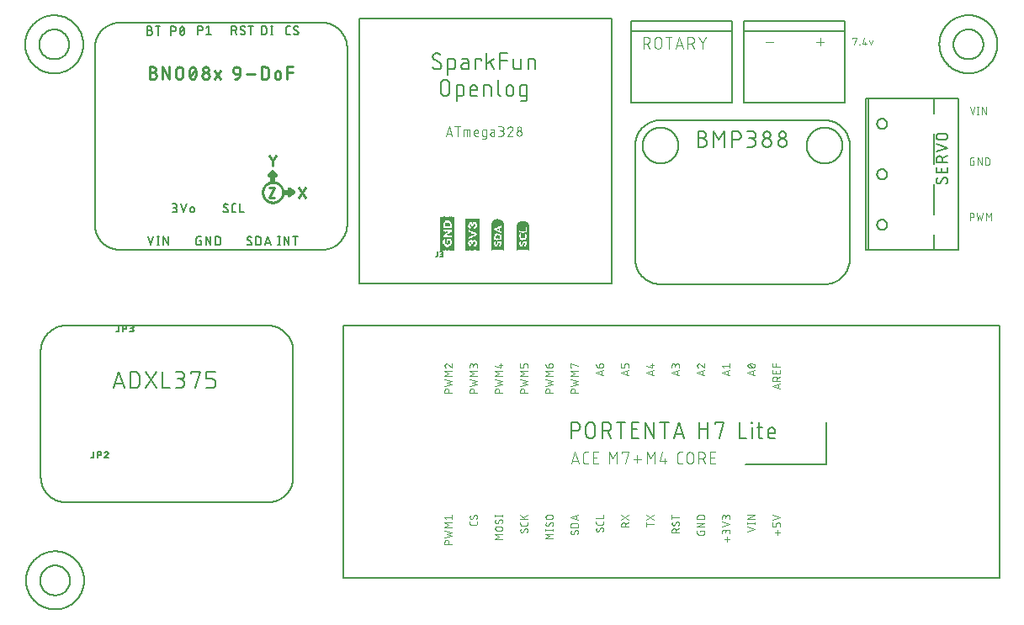
<source format=gbr>
G04 EAGLE Gerber RS-274X export*
G75*
%MOMM*%
%FSLAX34Y34*%
%LPD*%
%INSilkscreen Top*%
%IPPOS*%
%AMOC8*
5,1,8,0,0,1.08239X$1,22.5*%
G01*
%ADD10C,0.152400*%
%ADD11C,0.101600*%
%ADD12C,0.076200*%
%ADD13C,0.203200*%
%ADD14C,0.127000*%
%ADD15R,0.040000X3.180000*%
%ADD16R,0.030000X3.180000*%
%ADD17R,0.030000X0.630000*%
%ADD18R,0.030000X1.580000*%
%ADD19R,0.040000X0.520000*%
%ADD20R,0.040000X0.240000*%
%ADD21R,0.030000X0.490000*%
%ADD22R,0.030000X0.180000*%
%ADD23R,0.030000X0.520000*%
%ADD24R,0.040000X0.450000*%
%ADD25R,0.040000X0.140000*%
%ADD26R,0.040000X0.460000*%
%ADD27R,0.030000X0.420000*%
%ADD28R,0.030000X0.110000*%
%ADD29R,0.030000X0.460000*%
%ADD30R,0.040000X0.420000*%
%ADD31R,0.030000X0.070000*%
%ADD32R,0.030000X0.100000*%
%ADD33R,0.030000X0.380000*%
%ADD34R,0.030000X0.140000*%
%ADD35R,0.040000X0.170000*%
%ADD36R,0.040000X0.350000*%
%ADD37R,0.040000X0.180000*%
%ADD38R,0.040000X0.380000*%
%ADD39R,0.030000X0.250000*%
%ADD40R,0.030000X0.320000*%
%ADD41R,0.040000X0.490000*%
%ADD42R,0.040000X0.280000*%
%ADD43R,0.030000X0.210000*%
%ADD44R,0.030000X0.240000*%
%ADD45R,0.040000X0.630000*%
%ADD46R,0.040000X0.250000*%
%ADD47R,0.030000X0.280000*%
%ADD48R,0.030000X0.450000*%
%ADD49R,0.040000X0.320000*%
%ADD50R,0.040000X0.100000*%
%ADD51R,0.040000X0.530000*%
%ADD52R,0.030000X0.770000*%
%ADD53R,0.030000X0.040000*%
%ADD54R,0.030000X0.670000*%
%ADD55R,0.040000X0.310000*%
%ADD56R,0.040000X0.040000*%
%ADD57R,0.030000X0.310000*%
%ADD58R,0.030000X0.170000*%
%ADD59R,0.030000X0.350000*%
%ADD60R,0.040000X0.560000*%
%ADD61R,0.030000X0.560000*%
%ADD62R,0.040000X3.400000*%
%ADD63R,0.030000X3.400000*%
%ADD64R,0.030000X0.740000*%
%ADD65R,0.030000X2.450000*%
%ADD66R,0.040000X0.670000*%
%ADD67R,0.030000X0.600000*%
%ADD68R,0.040000X0.110000*%
%ADD69R,0.030000X0.530000*%
%ADD70R,0.040000X0.210000*%
%ADD71R,0.040000X0.390000*%
%ADD72R,0.030000X0.390000*%
%ADD73R,0.040000X0.070000*%
%ADD74R,0.030000X0.030000*%
%ADD75R,0.030000X0.700000*%
%ADD76R,0.030000X2.640000*%
%ADD77R,0.030000X2.730000*%
%ADD78R,0.020000X2.790000*%
%ADD79R,0.040000X2.850000*%
%ADD80R,0.030000X2.880000*%
%ADD81R,0.030000X2.910000*%
%ADD82R,0.020000X2.940000*%
%ADD83R,0.030000X0.540000*%
%ADD84R,0.030000X2.280000*%
%ADD85R,0.040000X0.480000*%
%ADD86R,0.040000X0.600000*%
%ADD87R,0.040000X0.870000*%
%ADD88R,0.030000X0.150000*%
%ADD89R,0.030000X0.510000*%
%ADD90R,0.030000X0.840000*%
%ADD91R,0.030000X0.120000*%
%ADD92R,0.030000X0.870000*%
%ADD93R,0.040000X0.360000*%
%ADD94R,0.040000X0.120000*%
%ADD95R,0.040000X0.330000*%
%ADD96R,0.030000X0.360000*%
%ADD97R,0.030000X0.300000*%
%ADD98R,0.040000X0.270000*%
%ADD99R,0.040000X0.840000*%
%ADD100R,0.030000X0.810000*%
%ADD101R,0.030000X0.330000*%
%ADD102R,0.030000X0.060000*%
%ADD103R,0.040000X0.150000*%
%ADD104R,0.040000X0.060000*%
%ADD105R,0.040000X0.780000*%
%ADD106R,0.030000X0.090000*%
%ADD107R,0.030000X0.780000*%
%ADD108R,0.030000X0.750000*%
%ADD109R,0.040000X0.720000*%
%ADD110R,0.040000X0.090000*%
%ADD111R,0.040000X0.300000*%
%ADD112R,0.030000X0.270000*%
%ADD113R,0.030000X0.720000*%
%ADD114R,0.030000X0.660000*%
%ADD115R,0.030000X0.570000*%
%ADD116R,0.040000X0.540000*%
%ADD117R,0.030000X2.940000*%
%ADD118R,0.030000X2.850000*%
%ADD119R,0.030000X2.790000*%
%ADD120R,0.030000X2.460000*%
%ADD121R,0.030000X2.550000*%
%ADD122R,0.020000X2.610000*%
%ADD123R,0.040000X2.670000*%
%ADD124R,0.030000X2.700000*%
%ADD125R,0.020000X2.760000*%
%ADD126R,0.030000X1.350000*%
%ADD127R,0.040000X0.930000*%
%ADD128R,0.030000X0.930000*%
%ADD129R,0.040000X0.960000*%
%ADD130R,0.030000X0.960000*%
%ADD131R,0.030000X0.990000*%
%ADD132R,0.040000X0.510000*%
%ADD133R,0.040000X0.990000*%
%ADD134R,0.040000X0.690000*%
%ADD135R,0.030000X0.480000*%
%ADD136R,0.030000X2.760000*%
%ADD137R,0.030000X2.670000*%
%ADD138R,0.030000X2.610000*%
%ADD139C,0.228600*%
%ADD140C,0.254000*%

G36*
X501547Y475751D02*
X501547Y475751D01*
X501657Y475758D01*
X501704Y475773D01*
X501753Y475780D01*
X501855Y475822D01*
X501959Y475856D01*
X502001Y475883D01*
X502047Y475901D01*
X502182Y475990D01*
X507262Y479800D01*
X507312Y479848D01*
X507366Y479887D01*
X507409Y479939D01*
X507465Y479991D01*
X507476Y480007D01*
X507490Y480021D01*
X507530Y480086D01*
X507568Y480132D01*
X507594Y480187D01*
X507640Y480256D01*
X507646Y480275D01*
X507656Y480292D01*
X507681Y480371D01*
X507704Y480420D01*
X507714Y480474D01*
X507743Y480557D01*
X507744Y480577D01*
X507750Y480596D01*
X507754Y480684D01*
X507764Y480732D01*
X507761Y480782D01*
X507768Y480874D01*
X507765Y480894D01*
X507765Y480913D01*
X507747Y481004D01*
X507744Y481050D01*
X507730Y481094D01*
X507713Y481188D01*
X507705Y481206D01*
X507701Y481225D01*
X507659Y481311D01*
X507646Y481352D01*
X507622Y481389D01*
X507583Y481478D01*
X507570Y481493D01*
X507562Y481511D01*
X507499Y481584D01*
X507476Y481621D01*
X507444Y481651D01*
X507384Y481726D01*
X507363Y481744D01*
X507355Y481753D01*
X507339Y481764D01*
X507262Y481830D01*
X502182Y485640D01*
X502177Y485643D01*
X502173Y485647D01*
X502136Y485667D01*
X502101Y485696D01*
X502001Y485743D01*
X501905Y485798D01*
X501857Y485811D01*
X501813Y485832D01*
X501705Y485853D01*
X501598Y485882D01*
X501549Y485882D01*
X501501Y485892D01*
X501447Y485888D01*
X501426Y485890D01*
X501420Y485890D01*
X501382Y485885D01*
X501280Y485887D01*
X501232Y485875D01*
X501183Y485872D01*
X501122Y485852D01*
X501104Y485850D01*
X501068Y485836D01*
X500971Y485812D01*
X500927Y485789D01*
X500881Y485774D01*
X500827Y485740D01*
X500809Y485733D01*
X500775Y485708D01*
X500690Y485663D01*
X500654Y485630D01*
X500612Y485604D01*
X500571Y485560D01*
X500551Y485546D01*
X500522Y485510D01*
X500455Y485449D01*
X500428Y485408D01*
X500394Y485372D01*
X500367Y485323D01*
X500349Y485301D01*
X500326Y485254D01*
X500280Y485184D01*
X500264Y485137D01*
X500240Y485094D01*
X500228Y485044D01*
X500213Y485013D01*
X500202Y484955D01*
X500177Y484883D01*
X500173Y484834D01*
X500161Y484786D01*
X500157Y484719D01*
X500153Y484701D01*
X500154Y484683D01*
X500151Y484625D01*
X500151Y483354D01*
X495070Y483354D01*
X494952Y483339D01*
X494833Y483332D01*
X494795Y483319D01*
X494754Y483314D01*
X494644Y483271D01*
X494531Y483234D01*
X494496Y483212D01*
X494459Y483197D01*
X494363Y483128D01*
X494262Y483064D01*
X494234Y483034D01*
X494201Y483011D01*
X494126Y482919D01*
X494044Y482832D01*
X494024Y482797D01*
X493999Y482766D01*
X493948Y482658D01*
X493890Y482554D01*
X493880Y482514D01*
X493863Y482478D01*
X493841Y482361D01*
X493811Y482246D01*
X493807Y482186D01*
X493803Y482166D01*
X493803Y482163D01*
X493804Y482144D01*
X493801Y482085D01*
X493801Y479545D01*
X493816Y479427D01*
X493823Y479308D01*
X493836Y479270D01*
X493841Y479229D01*
X493884Y479119D01*
X493921Y479006D01*
X493943Y478971D01*
X493958Y478934D01*
X494028Y478838D01*
X494091Y478737D01*
X494121Y478709D01*
X494144Y478676D01*
X494236Y478601D01*
X494323Y478519D01*
X494358Y478499D01*
X494389Y478474D01*
X494497Y478423D01*
X494601Y478365D01*
X494641Y478355D01*
X494677Y478338D01*
X494794Y478316D01*
X494909Y478286D01*
X494970Y478282D01*
X494990Y478278D01*
X495010Y478280D01*
X495070Y478276D01*
X500151Y478276D01*
X500151Y477005D01*
X500157Y476956D01*
X500155Y476907D01*
X500177Y476799D01*
X500191Y476689D01*
X500209Y476644D01*
X500219Y476595D01*
X500267Y476496D01*
X500308Y476394D01*
X500337Y476354D01*
X500358Y476309D01*
X500430Y476226D01*
X500494Y476136D01*
X500533Y476105D01*
X500565Y476067D01*
X500655Y476004D01*
X500739Y475934D01*
X500784Y475913D01*
X500825Y475884D01*
X500928Y475845D01*
X501027Y475798D01*
X501076Y475789D01*
X501122Y475771D01*
X501232Y475759D01*
X501340Y475738D01*
X501389Y475741D01*
X501438Y475736D01*
X501547Y475751D01*
G37*
G36*
X486218Y489741D02*
X486218Y489741D01*
X486337Y489748D01*
X486375Y489761D01*
X486416Y489766D01*
X486526Y489809D01*
X486639Y489846D01*
X486674Y489868D01*
X486711Y489883D01*
X486807Y489953D01*
X486908Y490016D01*
X486936Y490046D01*
X486969Y490069D01*
X487045Y490161D01*
X487126Y490248D01*
X487146Y490283D01*
X487171Y490314D01*
X487222Y490422D01*
X487280Y490526D01*
X487290Y490566D01*
X487307Y490602D01*
X487329Y490719D01*
X487359Y490834D01*
X487363Y490895D01*
X487367Y490915D01*
X487365Y490935D01*
X487369Y490995D01*
X487369Y496076D01*
X488640Y496076D01*
X488689Y496082D01*
X488738Y496080D01*
X488846Y496102D01*
X488956Y496116D01*
X489001Y496134D01*
X489050Y496144D01*
X489149Y496192D01*
X489251Y496233D01*
X489291Y496262D01*
X489336Y496283D01*
X489419Y496355D01*
X489509Y496419D01*
X489540Y496458D01*
X489578Y496490D01*
X489641Y496580D01*
X489711Y496664D01*
X489732Y496709D01*
X489761Y496750D01*
X489800Y496853D01*
X489847Y496952D01*
X489856Y497001D01*
X489874Y497047D01*
X489886Y497157D01*
X489907Y497265D01*
X489904Y497314D01*
X489909Y497363D01*
X489894Y497472D01*
X489887Y497582D01*
X489872Y497629D01*
X489865Y497678D01*
X489823Y497780D01*
X489789Y497884D01*
X489762Y497926D01*
X489744Y497972D01*
X489655Y498107D01*
X485845Y503187D01*
X485827Y503206D01*
X485814Y503226D01*
X485741Y503295D01*
X485654Y503390D01*
X485638Y503401D01*
X485624Y503415D01*
X485593Y503434D01*
X485582Y503444D01*
X485527Y503475D01*
X485505Y503488D01*
X485389Y503565D01*
X485370Y503571D01*
X485353Y503581D01*
X485308Y503595D01*
X485304Y503598D01*
X485281Y503604D01*
X485220Y503623D01*
X485088Y503668D01*
X485068Y503669D01*
X485049Y503675D01*
X484967Y503679D01*
X484853Y503686D01*
X484771Y503693D01*
X484751Y503690D01*
X484732Y503690D01*
X484595Y503662D01*
X484515Y503648D01*
X484509Y503648D01*
X484508Y503647D01*
X484457Y503638D01*
X484439Y503630D01*
X484420Y503626D01*
X484295Y503565D01*
X484253Y503546D01*
X484214Y503531D01*
X484206Y503525D01*
X484168Y503508D01*
X484152Y503495D01*
X484134Y503487D01*
X484028Y503396D01*
X484025Y503393D01*
X483956Y503344D01*
X483944Y503329D01*
X483919Y503309D01*
X483901Y503288D01*
X483892Y503280D01*
X483881Y503264D01*
X483815Y503187D01*
X480005Y498107D01*
X479980Y498064D01*
X479949Y498026D01*
X479902Y497926D01*
X479847Y497830D01*
X479834Y497782D01*
X479813Y497738D01*
X479792Y497630D01*
X479763Y497523D01*
X479763Y497474D01*
X479753Y497426D01*
X479760Y497316D01*
X479758Y497205D01*
X479770Y497157D01*
X479773Y497108D01*
X479807Y497004D01*
X479833Y496896D01*
X479856Y496852D01*
X479871Y496806D01*
X479930Y496713D01*
X479982Y496615D01*
X480015Y496579D01*
X480041Y496537D01*
X480122Y496461D01*
X480196Y496380D01*
X480237Y496353D01*
X480273Y496319D01*
X480369Y496266D01*
X480461Y496205D01*
X480508Y496189D01*
X480551Y496165D01*
X480658Y496138D01*
X480762Y496102D01*
X480811Y496098D01*
X480859Y496086D01*
X481020Y496076D01*
X482291Y496076D01*
X482291Y490995D01*
X482306Y490877D01*
X482313Y490758D01*
X482326Y490720D01*
X482331Y490679D01*
X482374Y490569D01*
X482411Y490456D01*
X482433Y490421D01*
X482448Y490384D01*
X482518Y490288D01*
X482581Y490187D01*
X482611Y490159D01*
X482634Y490126D01*
X482726Y490051D01*
X482813Y489969D01*
X482848Y489949D01*
X482879Y489924D01*
X482987Y489873D01*
X483091Y489815D01*
X483131Y489805D01*
X483167Y489788D01*
X483284Y489766D01*
X483399Y489736D01*
X483460Y489732D01*
X483480Y489728D01*
X483500Y489730D01*
X483560Y489726D01*
X486100Y489726D01*
X486218Y489741D01*
G37*
D10*
X572020Y388750D02*
X572020Y655450D01*
X826020Y655450D01*
X826020Y388750D01*
X572020Y388750D01*
D11*
X857918Y625418D02*
X857918Y637102D01*
X861164Y637102D01*
X861277Y637100D01*
X861390Y637094D01*
X861503Y637084D01*
X861616Y637070D01*
X861728Y637053D01*
X861839Y637031D01*
X861949Y637006D01*
X862059Y636976D01*
X862167Y636943D01*
X862274Y636906D01*
X862380Y636866D01*
X862484Y636821D01*
X862587Y636773D01*
X862688Y636722D01*
X862787Y636667D01*
X862884Y636609D01*
X862979Y636547D01*
X863072Y636482D01*
X863162Y636414D01*
X863250Y636343D01*
X863336Y636268D01*
X863419Y636191D01*
X863499Y636111D01*
X863576Y636028D01*
X863651Y635942D01*
X863722Y635854D01*
X863790Y635764D01*
X863855Y635671D01*
X863917Y635576D01*
X863975Y635479D01*
X864030Y635380D01*
X864081Y635279D01*
X864129Y635176D01*
X864174Y635072D01*
X864214Y634966D01*
X864251Y634859D01*
X864284Y634751D01*
X864314Y634641D01*
X864339Y634531D01*
X864361Y634420D01*
X864378Y634308D01*
X864392Y634195D01*
X864402Y634082D01*
X864408Y633969D01*
X864410Y633856D01*
X864408Y633743D01*
X864402Y633630D01*
X864392Y633517D01*
X864378Y633404D01*
X864361Y633292D01*
X864339Y633181D01*
X864314Y633071D01*
X864284Y632961D01*
X864251Y632853D01*
X864214Y632746D01*
X864174Y632640D01*
X864129Y632536D01*
X864081Y632433D01*
X864030Y632332D01*
X863975Y632233D01*
X863917Y632136D01*
X863855Y632041D01*
X863790Y631948D01*
X863722Y631858D01*
X863651Y631770D01*
X863576Y631684D01*
X863499Y631601D01*
X863419Y631521D01*
X863336Y631444D01*
X863250Y631369D01*
X863162Y631298D01*
X863072Y631230D01*
X862979Y631165D01*
X862884Y631103D01*
X862787Y631045D01*
X862688Y630990D01*
X862587Y630939D01*
X862484Y630891D01*
X862380Y630846D01*
X862274Y630806D01*
X862167Y630769D01*
X862059Y630736D01*
X861949Y630706D01*
X861839Y630681D01*
X861728Y630659D01*
X861616Y630642D01*
X861503Y630628D01*
X861390Y630618D01*
X861277Y630612D01*
X861164Y630610D01*
X861164Y630611D02*
X857918Y630611D01*
X861813Y630611D02*
X864409Y625418D01*
X869274Y628664D02*
X869274Y633856D01*
X869276Y633969D01*
X869282Y634082D01*
X869292Y634195D01*
X869306Y634308D01*
X869323Y634420D01*
X869345Y634531D01*
X869370Y634641D01*
X869400Y634751D01*
X869433Y634859D01*
X869470Y634966D01*
X869510Y635072D01*
X869555Y635176D01*
X869603Y635279D01*
X869654Y635380D01*
X869709Y635479D01*
X869767Y635576D01*
X869829Y635671D01*
X869894Y635764D01*
X869962Y635854D01*
X870033Y635942D01*
X870108Y636028D01*
X870185Y636111D01*
X870265Y636191D01*
X870348Y636268D01*
X870434Y636343D01*
X870522Y636414D01*
X870612Y636482D01*
X870705Y636547D01*
X870800Y636609D01*
X870897Y636667D01*
X870996Y636722D01*
X871097Y636773D01*
X871200Y636821D01*
X871304Y636866D01*
X871410Y636906D01*
X871517Y636943D01*
X871625Y636976D01*
X871735Y637006D01*
X871845Y637031D01*
X871956Y637053D01*
X872068Y637070D01*
X872181Y637084D01*
X872294Y637094D01*
X872407Y637100D01*
X872520Y637102D01*
X872633Y637100D01*
X872746Y637094D01*
X872859Y637084D01*
X872972Y637070D01*
X873084Y637053D01*
X873195Y637031D01*
X873305Y637006D01*
X873415Y636976D01*
X873523Y636943D01*
X873630Y636906D01*
X873736Y636866D01*
X873840Y636821D01*
X873943Y636773D01*
X874044Y636722D01*
X874143Y636667D01*
X874240Y636609D01*
X874335Y636547D01*
X874428Y636482D01*
X874518Y636414D01*
X874606Y636343D01*
X874692Y636268D01*
X874775Y636191D01*
X874855Y636111D01*
X874932Y636028D01*
X875007Y635942D01*
X875078Y635854D01*
X875146Y635764D01*
X875211Y635671D01*
X875273Y635576D01*
X875331Y635479D01*
X875386Y635380D01*
X875437Y635279D01*
X875485Y635176D01*
X875530Y635072D01*
X875570Y634966D01*
X875607Y634859D01*
X875640Y634751D01*
X875670Y634641D01*
X875695Y634531D01*
X875717Y634420D01*
X875734Y634308D01*
X875748Y634195D01*
X875758Y634082D01*
X875764Y633969D01*
X875766Y633856D01*
X875765Y633856D02*
X875765Y628664D01*
X875766Y628664D02*
X875764Y628551D01*
X875758Y628438D01*
X875748Y628325D01*
X875734Y628212D01*
X875717Y628100D01*
X875695Y627989D01*
X875670Y627879D01*
X875640Y627769D01*
X875607Y627661D01*
X875570Y627554D01*
X875530Y627448D01*
X875485Y627344D01*
X875437Y627241D01*
X875386Y627140D01*
X875331Y627041D01*
X875273Y626944D01*
X875211Y626849D01*
X875146Y626756D01*
X875078Y626666D01*
X875007Y626578D01*
X874932Y626492D01*
X874855Y626409D01*
X874775Y626329D01*
X874692Y626252D01*
X874606Y626177D01*
X874518Y626106D01*
X874428Y626038D01*
X874335Y625973D01*
X874240Y625911D01*
X874143Y625853D01*
X874044Y625798D01*
X873943Y625747D01*
X873840Y625699D01*
X873736Y625654D01*
X873630Y625614D01*
X873523Y625577D01*
X873415Y625544D01*
X873305Y625514D01*
X873195Y625489D01*
X873084Y625467D01*
X872972Y625450D01*
X872859Y625436D01*
X872746Y625426D01*
X872633Y625420D01*
X872520Y625418D01*
X872407Y625420D01*
X872294Y625426D01*
X872181Y625436D01*
X872068Y625450D01*
X871956Y625467D01*
X871845Y625489D01*
X871735Y625514D01*
X871625Y625544D01*
X871517Y625577D01*
X871410Y625614D01*
X871304Y625654D01*
X871200Y625699D01*
X871097Y625747D01*
X870996Y625798D01*
X870897Y625853D01*
X870800Y625911D01*
X870705Y625973D01*
X870612Y626038D01*
X870522Y626106D01*
X870434Y626177D01*
X870348Y626252D01*
X870265Y626329D01*
X870185Y626409D01*
X870108Y626492D01*
X870033Y626578D01*
X869962Y626666D01*
X869894Y626756D01*
X869829Y626849D01*
X869767Y626944D01*
X869709Y627041D01*
X869654Y627140D01*
X869603Y627241D01*
X869555Y627344D01*
X869510Y627448D01*
X869470Y627554D01*
X869433Y627661D01*
X869400Y627769D01*
X869370Y627879D01*
X869345Y627989D01*
X869323Y628100D01*
X869306Y628212D01*
X869292Y628325D01*
X869282Y628438D01*
X869276Y628551D01*
X869274Y628664D01*
X883188Y625418D02*
X883188Y637102D01*
X886433Y637102D02*
X879942Y637102D01*
X893856Y637102D02*
X889961Y625418D01*
X897751Y625418D02*
X893856Y637102D01*
X896777Y628339D02*
X890935Y628339D01*
X902495Y625418D02*
X902495Y637102D01*
X905740Y637102D01*
X905853Y637100D01*
X905966Y637094D01*
X906079Y637084D01*
X906192Y637070D01*
X906304Y637053D01*
X906415Y637031D01*
X906525Y637006D01*
X906635Y636976D01*
X906743Y636943D01*
X906850Y636906D01*
X906956Y636866D01*
X907060Y636821D01*
X907163Y636773D01*
X907264Y636722D01*
X907363Y636667D01*
X907460Y636609D01*
X907555Y636547D01*
X907648Y636482D01*
X907738Y636414D01*
X907826Y636343D01*
X907912Y636268D01*
X907995Y636191D01*
X908075Y636111D01*
X908152Y636028D01*
X908227Y635942D01*
X908298Y635854D01*
X908366Y635764D01*
X908431Y635671D01*
X908493Y635576D01*
X908551Y635479D01*
X908606Y635380D01*
X908657Y635279D01*
X908705Y635176D01*
X908750Y635072D01*
X908790Y634966D01*
X908827Y634859D01*
X908860Y634751D01*
X908890Y634641D01*
X908915Y634531D01*
X908937Y634420D01*
X908954Y634308D01*
X908968Y634195D01*
X908978Y634082D01*
X908984Y633969D01*
X908986Y633856D01*
X908984Y633743D01*
X908978Y633630D01*
X908968Y633517D01*
X908954Y633404D01*
X908937Y633292D01*
X908915Y633181D01*
X908890Y633071D01*
X908860Y632961D01*
X908827Y632853D01*
X908790Y632746D01*
X908750Y632640D01*
X908705Y632536D01*
X908657Y632433D01*
X908606Y632332D01*
X908551Y632233D01*
X908493Y632136D01*
X908431Y632041D01*
X908366Y631948D01*
X908298Y631858D01*
X908227Y631770D01*
X908152Y631684D01*
X908075Y631601D01*
X907995Y631521D01*
X907912Y631444D01*
X907826Y631369D01*
X907738Y631298D01*
X907648Y631230D01*
X907555Y631165D01*
X907460Y631103D01*
X907363Y631045D01*
X907264Y630990D01*
X907163Y630939D01*
X907060Y630891D01*
X906956Y630846D01*
X906850Y630806D01*
X906743Y630769D01*
X906635Y630736D01*
X906525Y630706D01*
X906415Y630681D01*
X906304Y630659D01*
X906192Y630642D01*
X906079Y630628D01*
X905966Y630618D01*
X905853Y630612D01*
X905740Y630610D01*
X905740Y630611D02*
X902495Y630611D01*
X906390Y630611D02*
X908986Y625418D01*
X917097Y631585D02*
X913202Y637102D01*
X917097Y631585D02*
X920991Y637102D01*
X917097Y631585D02*
X917097Y625418D01*
X980948Y632432D02*
X988737Y632432D01*
X1031748Y632432D02*
X1039537Y632432D01*
X1035643Y636326D02*
X1035643Y628537D01*
D12*
X1186311Y459947D02*
X1186311Y452581D01*
X1186311Y459947D02*
X1188357Y459947D01*
X1188446Y459945D01*
X1188535Y459939D01*
X1188624Y459929D01*
X1188712Y459916D01*
X1188800Y459899D01*
X1188887Y459877D01*
X1188972Y459852D01*
X1189057Y459824D01*
X1189140Y459791D01*
X1189222Y459755D01*
X1189302Y459716D01*
X1189380Y459673D01*
X1189456Y459627D01*
X1189531Y459577D01*
X1189603Y459524D01*
X1189672Y459468D01*
X1189739Y459409D01*
X1189804Y459348D01*
X1189865Y459283D01*
X1189924Y459216D01*
X1189980Y459147D01*
X1190033Y459075D01*
X1190083Y459000D01*
X1190129Y458924D01*
X1190172Y458846D01*
X1190211Y458766D01*
X1190247Y458684D01*
X1190280Y458601D01*
X1190308Y458516D01*
X1190333Y458431D01*
X1190355Y458344D01*
X1190372Y458256D01*
X1190385Y458168D01*
X1190395Y458079D01*
X1190401Y457990D01*
X1190403Y457901D01*
X1190401Y457812D01*
X1190395Y457723D01*
X1190385Y457634D01*
X1190372Y457546D01*
X1190355Y457458D01*
X1190333Y457371D01*
X1190308Y457286D01*
X1190280Y457201D01*
X1190247Y457118D01*
X1190211Y457036D01*
X1190172Y456956D01*
X1190129Y456878D01*
X1190083Y456802D01*
X1190033Y456727D01*
X1189980Y456655D01*
X1189924Y456586D01*
X1189865Y456519D01*
X1189804Y456454D01*
X1189739Y456393D01*
X1189672Y456334D01*
X1189603Y456278D01*
X1189531Y456225D01*
X1189456Y456175D01*
X1189380Y456129D01*
X1189302Y456086D01*
X1189222Y456047D01*
X1189140Y456011D01*
X1189057Y455978D01*
X1188972Y455950D01*
X1188887Y455925D01*
X1188800Y455903D01*
X1188712Y455886D01*
X1188624Y455873D01*
X1188535Y455863D01*
X1188446Y455857D01*
X1188357Y455855D01*
X1186311Y455855D01*
X1193012Y459947D02*
X1194649Y452581D01*
X1196286Y457492D01*
X1197923Y452581D01*
X1199560Y459947D01*
X1202853Y459947D02*
X1202853Y452581D01*
X1205308Y455855D02*
X1202853Y459947D01*
X1205308Y455855D02*
X1207764Y459947D01*
X1207764Y452581D01*
X1190403Y512473D02*
X1189176Y512473D01*
X1190403Y512473D02*
X1190403Y508381D01*
X1187948Y508381D01*
X1187870Y508383D01*
X1187792Y508388D01*
X1187715Y508398D01*
X1187638Y508411D01*
X1187562Y508427D01*
X1187487Y508447D01*
X1187413Y508471D01*
X1187340Y508498D01*
X1187268Y508529D01*
X1187198Y508563D01*
X1187130Y508600D01*
X1187063Y508641D01*
X1186998Y508685D01*
X1186936Y508731D01*
X1186876Y508781D01*
X1186818Y508833D01*
X1186763Y508888D01*
X1186711Y508946D01*
X1186661Y509006D01*
X1186615Y509068D01*
X1186571Y509133D01*
X1186530Y509200D01*
X1186493Y509268D01*
X1186459Y509338D01*
X1186428Y509410D01*
X1186401Y509483D01*
X1186377Y509557D01*
X1186357Y509632D01*
X1186341Y509708D01*
X1186328Y509785D01*
X1186318Y509862D01*
X1186313Y509940D01*
X1186311Y510018D01*
X1186311Y514110D01*
X1186313Y514190D01*
X1186319Y514270D01*
X1186329Y514350D01*
X1186342Y514429D01*
X1186360Y514508D01*
X1186381Y514585D01*
X1186407Y514661D01*
X1186436Y514736D01*
X1186468Y514810D01*
X1186504Y514882D01*
X1186544Y514952D01*
X1186587Y515019D01*
X1186633Y515085D01*
X1186683Y515148D01*
X1186735Y515209D01*
X1186790Y515268D01*
X1186849Y515323D01*
X1186909Y515375D01*
X1186973Y515425D01*
X1187039Y515471D01*
X1187106Y515514D01*
X1187176Y515554D01*
X1187248Y515590D01*
X1187322Y515622D01*
X1187396Y515651D01*
X1187473Y515677D01*
X1187550Y515698D01*
X1187629Y515716D01*
X1187708Y515729D01*
X1187788Y515739D01*
X1187868Y515745D01*
X1187948Y515747D01*
X1190403Y515747D01*
X1194114Y515747D02*
X1194114Y508381D01*
X1198206Y508381D02*
X1194114Y515747D01*
X1198206Y515747D02*
X1198206Y508381D01*
X1201917Y508381D02*
X1201917Y515747D01*
X1203963Y515747D01*
X1204052Y515745D01*
X1204141Y515739D01*
X1204230Y515729D01*
X1204318Y515716D01*
X1204406Y515699D01*
X1204493Y515677D01*
X1204578Y515652D01*
X1204663Y515624D01*
X1204746Y515591D01*
X1204828Y515555D01*
X1204908Y515516D01*
X1204986Y515473D01*
X1205062Y515427D01*
X1205137Y515377D01*
X1205209Y515324D01*
X1205278Y515268D01*
X1205345Y515209D01*
X1205410Y515148D01*
X1205471Y515083D01*
X1205530Y515016D01*
X1205586Y514947D01*
X1205639Y514875D01*
X1205689Y514800D01*
X1205735Y514724D01*
X1205778Y514646D01*
X1205817Y514566D01*
X1205853Y514484D01*
X1205886Y514401D01*
X1205914Y514316D01*
X1205939Y514231D01*
X1205961Y514144D01*
X1205978Y514056D01*
X1205991Y513968D01*
X1206001Y513879D01*
X1206007Y513790D01*
X1206009Y513701D01*
X1206009Y510427D01*
X1206007Y510338D01*
X1206001Y510249D01*
X1205991Y510160D01*
X1205978Y510072D01*
X1205961Y509984D01*
X1205939Y509897D01*
X1205914Y509812D01*
X1205886Y509727D01*
X1205853Y509644D01*
X1205817Y509562D01*
X1205778Y509482D01*
X1205735Y509404D01*
X1205689Y509328D01*
X1205639Y509253D01*
X1205586Y509181D01*
X1205530Y509112D01*
X1205471Y509045D01*
X1205410Y508980D01*
X1205345Y508919D01*
X1205278Y508860D01*
X1205209Y508804D01*
X1205137Y508751D01*
X1205062Y508701D01*
X1204986Y508655D01*
X1204908Y508612D01*
X1204828Y508573D01*
X1204746Y508537D01*
X1204663Y508504D01*
X1204578Y508476D01*
X1204493Y508451D01*
X1204406Y508429D01*
X1204318Y508412D01*
X1204230Y508399D01*
X1204141Y508389D01*
X1204052Y508383D01*
X1203963Y508381D01*
X1201917Y508381D01*
X1188766Y559181D02*
X1186311Y566547D01*
X1191222Y566547D02*
X1188766Y559181D01*
X1194618Y559181D02*
X1194618Y566547D01*
X1193800Y559181D02*
X1195437Y559181D01*
X1195437Y566547D02*
X1193800Y566547D01*
X1198668Y566547D02*
X1198668Y559181D01*
X1202761Y559181D02*
X1198668Y566547D01*
X1202761Y566547D02*
X1202761Y559181D01*
X1067971Y635659D02*
X1067971Y636477D01*
X1072063Y636477D01*
X1070017Y629111D01*
X1074933Y629111D02*
X1074933Y629520D01*
X1075342Y629520D01*
X1075342Y629111D01*
X1074933Y629111D01*
X1078212Y630748D02*
X1079849Y636477D01*
X1078212Y630748D02*
X1082304Y630748D01*
X1081077Y632385D02*
X1081077Y629111D01*
X1086842Y629111D02*
X1085205Y634022D01*
X1088479Y634022D02*
X1086842Y629111D01*
D10*
X654521Y608259D02*
X654519Y608141D01*
X654513Y608023D01*
X654504Y607905D01*
X654490Y607788D01*
X654473Y607671D01*
X654452Y607554D01*
X654427Y607439D01*
X654398Y607324D01*
X654365Y607210D01*
X654329Y607098D01*
X654289Y606987D01*
X654246Y606877D01*
X654199Y606768D01*
X654149Y606661D01*
X654094Y606556D01*
X654037Y606453D01*
X653976Y606352D01*
X653912Y606252D01*
X653845Y606155D01*
X653775Y606060D01*
X653701Y605968D01*
X653625Y605877D01*
X653545Y605790D01*
X653463Y605705D01*
X653378Y605623D01*
X653291Y605543D01*
X653200Y605467D01*
X653108Y605393D01*
X653013Y605323D01*
X652916Y605256D01*
X652816Y605192D01*
X652715Y605131D01*
X652612Y605074D01*
X652507Y605019D01*
X652400Y604969D01*
X652291Y604922D01*
X652181Y604879D01*
X652070Y604839D01*
X651958Y604803D01*
X651844Y604770D01*
X651729Y604741D01*
X651614Y604716D01*
X651497Y604695D01*
X651380Y604678D01*
X651263Y604664D01*
X651145Y604655D01*
X651027Y604649D01*
X650909Y604647D01*
X650726Y604649D01*
X650544Y604656D01*
X650362Y604667D01*
X650180Y604682D01*
X649998Y604702D01*
X649817Y604725D01*
X649637Y604754D01*
X649457Y604786D01*
X649278Y604823D01*
X649101Y604864D01*
X648924Y604910D01*
X648748Y604959D01*
X648574Y605013D01*
X648400Y605071D01*
X648229Y605133D01*
X648059Y605199D01*
X647890Y605270D01*
X647723Y605344D01*
X647558Y605422D01*
X647395Y605504D01*
X647234Y605590D01*
X647075Y605680D01*
X646918Y605774D01*
X646764Y605871D01*
X646612Y605972D01*
X646462Y606077D01*
X646315Y606185D01*
X646171Y606296D01*
X646029Y606411D01*
X645890Y606530D01*
X645754Y606652D01*
X645621Y606777D01*
X645491Y606905D01*
X645943Y617291D02*
X645945Y617409D01*
X645951Y617527D01*
X645960Y617645D01*
X645974Y617762D01*
X645991Y617879D01*
X646012Y617996D01*
X646037Y618111D01*
X646066Y618226D01*
X646099Y618340D01*
X646135Y618452D01*
X646175Y618563D01*
X646218Y618673D01*
X646265Y618782D01*
X646315Y618889D01*
X646370Y618994D01*
X646427Y619097D01*
X646488Y619198D01*
X646552Y619298D01*
X646619Y619395D01*
X646689Y619490D01*
X646763Y619582D01*
X646839Y619673D01*
X646919Y619760D01*
X647001Y619845D01*
X647086Y619927D01*
X647173Y620007D01*
X647264Y620083D01*
X647356Y620157D01*
X647451Y620227D01*
X647548Y620294D01*
X647648Y620358D01*
X647749Y620419D01*
X647852Y620477D01*
X647957Y620531D01*
X648064Y620581D01*
X648173Y620628D01*
X648283Y620672D01*
X648394Y620711D01*
X648507Y620747D01*
X648620Y620780D01*
X648735Y620809D01*
X648850Y620834D01*
X648967Y620855D01*
X649084Y620872D01*
X649201Y620886D01*
X649319Y620895D01*
X649437Y620901D01*
X649555Y620903D01*
X649716Y620901D01*
X649878Y620895D01*
X650039Y620886D01*
X650200Y620872D01*
X650360Y620855D01*
X650520Y620834D01*
X650680Y620809D01*
X650839Y620780D01*
X650997Y620748D01*
X651154Y620712D01*
X651310Y620672D01*
X651466Y620628D01*
X651620Y620580D01*
X651773Y620529D01*
X651925Y620475D01*
X652076Y620416D01*
X652225Y620355D01*
X652372Y620289D01*
X652518Y620220D01*
X652663Y620148D01*
X652805Y620072D01*
X652946Y619993D01*
X653085Y619911D01*
X653221Y619825D01*
X653356Y619736D01*
X653489Y619644D01*
X653619Y619548D01*
X647748Y614130D02*
X647647Y614192D01*
X647547Y614257D01*
X647450Y614326D01*
X647355Y614398D01*
X647262Y614472D01*
X647172Y614550D01*
X647084Y614631D01*
X646999Y614714D01*
X646917Y614800D01*
X646838Y614889D01*
X646761Y614980D01*
X646688Y615074D01*
X646617Y615170D01*
X646550Y615268D01*
X646486Y615368D01*
X646425Y615471D01*
X646368Y615575D01*
X646314Y615681D01*
X646264Y615789D01*
X646217Y615898D01*
X646173Y616009D01*
X646133Y616121D01*
X646097Y616235D01*
X646065Y616349D01*
X646036Y616465D01*
X646011Y616581D01*
X645990Y616698D01*
X645973Y616816D01*
X645959Y616934D01*
X645950Y617053D01*
X645944Y617172D01*
X645942Y617291D01*
X652716Y611420D02*
X652817Y611358D01*
X652917Y611293D01*
X653014Y611224D01*
X653109Y611152D01*
X653202Y611078D01*
X653292Y611000D01*
X653380Y610919D01*
X653465Y610836D01*
X653547Y610750D01*
X653626Y610661D01*
X653703Y610570D01*
X653776Y610476D01*
X653847Y610380D01*
X653914Y610282D01*
X653978Y610182D01*
X654039Y610079D01*
X654096Y609975D01*
X654150Y609869D01*
X654200Y609761D01*
X654247Y609652D01*
X654291Y609541D01*
X654331Y609429D01*
X654367Y609315D01*
X654399Y609201D01*
X654428Y609085D01*
X654453Y608969D01*
X654474Y608852D01*
X654491Y608734D01*
X654505Y608616D01*
X654514Y608497D01*
X654520Y608378D01*
X654522Y608259D01*
X652716Y611420D02*
X647749Y614130D01*
X661056Y615484D02*
X661056Y599228D01*
X661056Y615484D02*
X665572Y615484D01*
X665676Y615482D01*
X665779Y615476D01*
X665883Y615466D01*
X665986Y615452D01*
X666088Y615434D01*
X666189Y615413D01*
X666290Y615387D01*
X666389Y615358D01*
X666488Y615325D01*
X666585Y615288D01*
X666680Y615247D01*
X666774Y615203D01*
X666866Y615155D01*
X666956Y615104D01*
X667045Y615049D01*
X667131Y614991D01*
X667214Y614929D01*
X667296Y614865D01*
X667374Y614797D01*
X667450Y614727D01*
X667524Y614654D01*
X667594Y614577D01*
X667662Y614499D01*
X667726Y614417D01*
X667788Y614334D01*
X667846Y614248D01*
X667901Y614159D01*
X667952Y614069D01*
X668000Y613977D01*
X668044Y613883D01*
X668085Y613788D01*
X668122Y613691D01*
X668155Y613592D01*
X668184Y613493D01*
X668210Y613392D01*
X668231Y613291D01*
X668249Y613189D01*
X668263Y613086D01*
X668273Y612982D01*
X668279Y612879D01*
X668281Y612775D01*
X668281Y607356D01*
X668279Y607255D01*
X668273Y607154D01*
X668264Y607053D01*
X668251Y606952D01*
X668234Y606852D01*
X668213Y606753D01*
X668189Y606655D01*
X668161Y606558D01*
X668129Y606461D01*
X668094Y606366D01*
X668055Y606273D01*
X668013Y606181D01*
X667967Y606090D01*
X667918Y606002D01*
X667866Y605915D01*
X667810Y605830D01*
X667752Y605747D01*
X667690Y605667D01*
X667625Y605589D01*
X667558Y605513D01*
X667488Y605440D01*
X667415Y605370D01*
X667339Y605303D01*
X667261Y605238D01*
X667181Y605176D01*
X667098Y605118D01*
X667013Y605062D01*
X666927Y605010D01*
X666838Y604961D01*
X666747Y604915D01*
X666655Y604873D01*
X666562Y604834D01*
X666467Y604799D01*
X666370Y604767D01*
X666273Y604739D01*
X666175Y604715D01*
X666076Y604694D01*
X665976Y604677D01*
X665875Y604664D01*
X665774Y604655D01*
X665673Y604649D01*
X665572Y604647D01*
X661056Y604647D01*
X677618Y610969D02*
X681682Y610969D01*
X677618Y610969D02*
X677506Y610967D01*
X677395Y610961D01*
X677284Y610951D01*
X677173Y610938D01*
X677063Y610920D01*
X676954Y610898D01*
X676845Y610873D01*
X676737Y610844D01*
X676631Y610811D01*
X676525Y610774D01*
X676421Y610734D01*
X676319Y610690D01*
X676218Y610642D01*
X676119Y610591D01*
X676021Y610536D01*
X675926Y610478D01*
X675833Y610417D01*
X675742Y610352D01*
X675653Y610284D01*
X675567Y610213D01*
X675484Y610140D01*
X675403Y610063D01*
X675324Y609983D01*
X675249Y609901D01*
X675177Y609816D01*
X675107Y609729D01*
X675041Y609639D01*
X674978Y609547D01*
X674918Y609452D01*
X674862Y609356D01*
X674809Y609258D01*
X674760Y609158D01*
X674714Y609056D01*
X674672Y608953D01*
X674633Y608848D01*
X674598Y608742D01*
X674567Y608635D01*
X674540Y608527D01*
X674516Y608418D01*
X674497Y608308D01*
X674481Y608198D01*
X674469Y608087D01*
X674461Y607975D01*
X674457Y607864D01*
X674457Y607752D01*
X674461Y607641D01*
X674469Y607529D01*
X674481Y607418D01*
X674497Y607308D01*
X674516Y607198D01*
X674540Y607089D01*
X674567Y606981D01*
X674598Y606874D01*
X674633Y606768D01*
X674672Y606663D01*
X674714Y606560D01*
X674760Y606458D01*
X674809Y606358D01*
X674862Y606260D01*
X674918Y606164D01*
X674978Y606069D01*
X675041Y605977D01*
X675107Y605887D01*
X675177Y605800D01*
X675249Y605715D01*
X675324Y605633D01*
X675403Y605553D01*
X675484Y605476D01*
X675567Y605403D01*
X675653Y605332D01*
X675742Y605264D01*
X675833Y605199D01*
X675926Y605138D01*
X676021Y605080D01*
X676119Y605025D01*
X676218Y604974D01*
X676319Y604926D01*
X676421Y604882D01*
X676525Y604842D01*
X676631Y604805D01*
X676737Y604772D01*
X676845Y604743D01*
X676954Y604718D01*
X677063Y604696D01*
X677173Y604678D01*
X677284Y604665D01*
X677395Y604655D01*
X677506Y604649D01*
X677618Y604647D01*
X681682Y604647D01*
X681682Y612775D01*
X681681Y612775D02*
X681679Y612876D01*
X681673Y612977D01*
X681664Y613078D01*
X681651Y613179D01*
X681634Y613279D01*
X681613Y613378D01*
X681589Y613476D01*
X681561Y613573D01*
X681529Y613670D01*
X681494Y613765D01*
X681455Y613858D01*
X681413Y613950D01*
X681367Y614041D01*
X681318Y614130D01*
X681266Y614216D01*
X681210Y614301D01*
X681152Y614384D01*
X681090Y614464D01*
X681025Y614542D01*
X680958Y614618D01*
X680888Y614691D01*
X680815Y614761D01*
X680739Y614828D01*
X680661Y614893D01*
X680581Y614955D01*
X680498Y615013D01*
X680413Y615069D01*
X680327Y615121D01*
X680238Y615170D01*
X680147Y615216D01*
X680055Y615258D01*
X679962Y615297D01*
X679867Y615332D01*
X679770Y615364D01*
X679673Y615392D01*
X679575Y615416D01*
X679476Y615437D01*
X679376Y615454D01*
X679275Y615467D01*
X679174Y615476D01*
X679073Y615482D01*
X678972Y615484D01*
X675360Y615484D01*
X689204Y615484D02*
X689204Y604647D01*
X689204Y615484D02*
X694623Y615484D01*
X694623Y613678D01*
X700230Y620903D02*
X700230Y604647D01*
X700230Y610066D02*
X707455Y615484D01*
X703391Y612323D02*
X707455Y604647D01*
X713777Y604647D02*
X713777Y620903D01*
X721002Y620903D01*
X721002Y613678D02*
X713777Y613678D01*
X727155Y615484D02*
X727155Y607356D01*
X727156Y607356D02*
X727158Y607255D01*
X727164Y607154D01*
X727173Y607053D01*
X727186Y606952D01*
X727203Y606852D01*
X727224Y606753D01*
X727248Y606655D01*
X727276Y606558D01*
X727308Y606461D01*
X727343Y606366D01*
X727382Y606273D01*
X727424Y606181D01*
X727470Y606090D01*
X727519Y606002D01*
X727571Y605915D01*
X727627Y605830D01*
X727685Y605747D01*
X727747Y605667D01*
X727812Y605589D01*
X727879Y605513D01*
X727949Y605440D01*
X728022Y605370D01*
X728098Y605303D01*
X728176Y605238D01*
X728256Y605176D01*
X728339Y605118D01*
X728424Y605062D01*
X728511Y605010D01*
X728599Y604961D01*
X728690Y604915D01*
X728782Y604873D01*
X728875Y604834D01*
X728970Y604799D01*
X729067Y604767D01*
X729164Y604739D01*
X729262Y604715D01*
X729361Y604694D01*
X729461Y604677D01*
X729562Y604664D01*
X729663Y604655D01*
X729764Y604649D01*
X729865Y604647D01*
X734380Y604647D01*
X734380Y615484D01*
X741744Y615484D02*
X741744Y604647D01*
X741744Y615484D02*
X746260Y615484D01*
X746364Y615482D01*
X746467Y615476D01*
X746571Y615466D01*
X746674Y615452D01*
X746776Y615434D01*
X746877Y615413D01*
X746978Y615387D01*
X747077Y615358D01*
X747176Y615325D01*
X747273Y615288D01*
X747368Y615247D01*
X747462Y615203D01*
X747554Y615155D01*
X747644Y615104D01*
X747733Y615049D01*
X747819Y614991D01*
X747902Y614929D01*
X747984Y614865D01*
X748062Y614797D01*
X748138Y614727D01*
X748212Y614654D01*
X748282Y614577D01*
X748350Y614499D01*
X748414Y614417D01*
X748476Y614334D01*
X748534Y614248D01*
X748589Y614159D01*
X748640Y614069D01*
X748688Y613977D01*
X748732Y613883D01*
X748773Y613788D01*
X748810Y613691D01*
X748843Y613592D01*
X748872Y613493D01*
X748898Y613392D01*
X748919Y613291D01*
X748937Y613189D01*
X748951Y613086D01*
X748961Y612982D01*
X748967Y612879D01*
X748969Y612775D01*
X748969Y604647D01*
X653864Y589717D02*
X653864Y582493D01*
X653864Y589717D02*
X653866Y589850D01*
X653872Y589982D01*
X653882Y590114D01*
X653895Y590246D01*
X653913Y590378D01*
X653934Y590508D01*
X653959Y590639D01*
X653988Y590768D01*
X654021Y590896D01*
X654057Y591024D01*
X654097Y591150D01*
X654141Y591275D01*
X654189Y591399D01*
X654240Y591521D01*
X654295Y591642D01*
X654353Y591761D01*
X654415Y591879D01*
X654480Y591994D01*
X654549Y592108D01*
X654620Y592219D01*
X654696Y592328D01*
X654774Y592435D01*
X654855Y592540D01*
X654940Y592642D01*
X655027Y592742D01*
X655117Y592839D01*
X655210Y592934D01*
X655306Y593025D01*
X655404Y593114D01*
X655505Y593200D01*
X655609Y593283D01*
X655715Y593363D01*
X655823Y593439D01*
X655933Y593513D01*
X656046Y593583D01*
X656160Y593650D01*
X656277Y593713D01*
X656395Y593773D01*
X656515Y593830D01*
X656637Y593883D01*
X656760Y593932D01*
X656884Y593978D01*
X657010Y594020D01*
X657137Y594058D01*
X657265Y594093D01*
X657394Y594124D01*
X657523Y594151D01*
X657654Y594174D01*
X657785Y594194D01*
X657917Y594209D01*
X658049Y594221D01*
X658181Y594229D01*
X658314Y594233D01*
X658446Y594233D01*
X658579Y594229D01*
X658711Y594221D01*
X658843Y594209D01*
X658975Y594194D01*
X659106Y594174D01*
X659237Y594151D01*
X659366Y594124D01*
X659495Y594093D01*
X659623Y594058D01*
X659750Y594020D01*
X659876Y593978D01*
X660000Y593932D01*
X660123Y593883D01*
X660245Y593830D01*
X660365Y593773D01*
X660483Y593713D01*
X660600Y593650D01*
X660714Y593583D01*
X660827Y593513D01*
X660937Y593439D01*
X661045Y593363D01*
X661151Y593283D01*
X661255Y593200D01*
X661356Y593114D01*
X661454Y593025D01*
X661550Y592934D01*
X661643Y592839D01*
X661733Y592742D01*
X661820Y592642D01*
X661905Y592540D01*
X661986Y592435D01*
X662064Y592328D01*
X662140Y592219D01*
X662211Y592108D01*
X662280Y591994D01*
X662345Y591879D01*
X662407Y591761D01*
X662465Y591642D01*
X662520Y591521D01*
X662571Y591399D01*
X662619Y591275D01*
X662663Y591150D01*
X662703Y591024D01*
X662739Y590896D01*
X662772Y590768D01*
X662801Y590639D01*
X662826Y590508D01*
X662847Y590378D01*
X662865Y590246D01*
X662878Y590114D01*
X662888Y589982D01*
X662894Y589850D01*
X662896Y589717D01*
X662895Y589717D02*
X662895Y582493D01*
X662896Y582493D02*
X662894Y582360D01*
X662888Y582228D01*
X662878Y582096D01*
X662865Y581964D01*
X662847Y581832D01*
X662826Y581702D01*
X662801Y581571D01*
X662772Y581442D01*
X662739Y581314D01*
X662703Y581186D01*
X662663Y581060D01*
X662619Y580935D01*
X662571Y580811D01*
X662520Y580689D01*
X662465Y580568D01*
X662407Y580449D01*
X662345Y580331D01*
X662280Y580216D01*
X662211Y580102D01*
X662140Y579991D01*
X662064Y579882D01*
X661986Y579775D01*
X661905Y579670D01*
X661820Y579568D01*
X661733Y579468D01*
X661643Y579371D01*
X661550Y579276D01*
X661454Y579185D01*
X661356Y579096D01*
X661255Y579010D01*
X661151Y578927D01*
X661045Y578847D01*
X660937Y578771D01*
X660827Y578697D01*
X660714Y578627D01*
X660600Y578560D01*
X660483Y578497D01*
X660365Y578437D01*
X660245Y578380D01*
X660123Y578327D01*
X660000Y578278D01*
X659876Y578232D01*
X659750Y578190D01*
X659623Y578152D01*
X659495Y578117D01*
X659366Y578086D01*
X659237Y578059D01*
X659106Y578036D01*
X658975Y578016D01*
X658843Y578001D01*
X658711Y577989D01*
X658579Y577981D01*
X658446Y577977D01*
X658314Y577977D01*
X658181Y577981D01*
X658049Y577989D01*
X657917Y578001D01*
X657785Y578016D01*
X657654Y578036D01*
X657523Y578059D01*
X657394Y578086D01*
X657265Y578117D01*
X657137Y578152D01*
X657010Y578190D01*
X656884Y578232D01*
X656760Y578278D01*
X656637Y578327D01*
X656515Y578380D01*
X656395Y578437D01*
X656277Y578497D01*
X656160Y578560D01*
X656046Y578627D01*
X655933Y578697D01*
X655823Y578771D01*
X655715Y578847D01*
X655609Y578927D01*
X655505Y579010D01*
X655404Y579096D01*
X655306Y579185D01*
X655210Y579276D01*
X655117Y579371D01*
X655027Y579468D01*
X654940Y579568D01*
X654855Y579670D01*
X654774Y579775D01*
X654696Y579882D01*
X654620Y579991D01*
X654549Y580102D01*
X654480Y580216D01*
X654415Y580331D01*
X654353Y580449D01*
X654295Y580568D01*
X654240Y580689D01*
X654189Y580811D01*
X654141Y580935D01*
X654097Y581060D01*
X654057Y581186D01*
X654021Y581314D01*
X653988Y581442D01*
X653959Y581571D01*
X653934Y581702D01*
X653913Y581832D01*
X653895Y581964D01*
X653882Y582096D01*
X653872Y582228D01*
X653866Y582360D01*
X653864Y582493D01*
X669951Y588814D02*
X669951Y572558D01*
X669951Y588814D02*
X674466Y588814D01*
X674570Y588812D01*
X674673Y588806D01*
X674777Y588796D01*
X674880Y588782D01*
X674982Y588764D01*
X675083Y588743D01*
X675184Y588717D01*
X675283Y588688D01*
X675382Y588655D01*
X675479Y588618D01*
X675574Y588577D01*
X675668Y588533D01*
X675760Y588485D01*
X675850Y588434D01*
X675939Y588379D01*
X676025Y588321D01*
X676108Y588259D01*
X676190Y588195D01*
X676268Y588127D01*
X676344Y588057D01*
X676418Y587984D01*
X676488Y587907D01*
X676556Y587829D01*
X676620Y587747D01*
X676682Y587664D01*
X676740Y587578D01*
X676795Y587489D01*
X676846Y587399D01*
X676894Y587307D01*
X676938Y587213D01*
X676979Y587118D01*
X677016Y587021D01*
X677049Y586922D01*
X677078Y586823D01*
X677104Y586722D01*
X677125Y586621D01*
X677143Y586519D01*
X677157Y586416D01*
X677167Y586312D01*
X677173Y586209D01*
X677175Y586105D01*
X677176Y586105D02*
X677176Y580686D01*
X677175Y580686D02*
X677173Y580585D01*
X677167Y580484D01*
X677158Y580383D01*
X677145Y580282D01*
X677128Y580182D01*
X677107Y580083D01*
X677083Y579985D01*
X677055Y579888D01*
X677023Y579791D01*
X676988Y579696D01*
X676949Y579603D01*
X676907Y579511D01*
X676861Y579420D01*
X676812Y579332D01*
X676760Y579245D01*
X676704Y579160D01*
X676646Y579077D01*
X676584Y578997D01*
X676519Y578919D01*
X676452Y578843D01*
X676382Y578770D01*
X676309Y578700D01*
X676233Y578633D01*
X676155Y578568D01*
X676075Y578506D01*
X675992Y578448D01*
X675907Y578392D01*
X675821Y578340D01*
X675732Y578291D01*
X675641Y578245D01*
X675549Y578203D01*
X675456Y578164D01*
X675361Y578129D01*
X675264Y578097D01*
X675167Y578069D01*
X675069Y578045D01*
X674970Y578024D01*
X674870Y578007D01*
X674769Y577994D01*
X674668Y577985D01*
X674567Y577979D01*
X674466Y577977D01*
X669951Y577977D01*
X686134Y577977D02*
X690649Y577977D01*
X686134Y577977D02*
X686033Y577979D01*
X685932Y577985D01*
X685831Y577994D01*
X685730Y578007D01*
X685630Y578024D01*
X685531Y578045D01*
X685433Y578069D01*
X685336Y578097D01*
X685239Y578129D01*
X685144Y578164D01*
X685051Y578203D01*
X684959Y578245D01*
X684868Y578291D01*
X684780Y578340D01*
X684693Y578392D01*
X684608Y578448D01*
X684525Y578506D01*
X684445Y578568D01*
X684367Y578633D01*
X684291Y578700D01*
X684218Y578770D01*
X684148Y578843D01*
X684081Y578919D01*
X684016Y578997D01*
X683954Y579077D01*
X683896Y579160D01*
X683840Y579245D01*
X683788Y579332D01*
X683739Y579420D01*
X683693Y579511D01*
X683651Y579603D01*
X683612Y579696D01*
X683577Y579791D01*
X683545Y579888D01*
X683517Y579985D01*
X683493Y580083D01*
X683472Y580182D01*
X683455Y580282D01*
X683442Y580383D01*
X683433Y580484D01*
X683427Y580585D01*
X683425Y580686D01*
X683424Y580686D02*
X683424Y585202D01*
X683425Y585202D02*
X683427Y585321D01*
X683433Y585441D01*
X683443Y585560D01*
X683457Y585678D01*
X683474Y585797D01*
X683496Y585914D01*
X683521Y586031D01*
X683551Y586146D01*
X683584Y586261D01*
X683621Y586375D01*
X683661Y586487D01*
X683706Y586598D01*
X683754Y586707D01*
X683805Y586815D01*
X683860Y586921D01*
X683919Y587025D01*
X683981Y587127D01*
X684046Y587227D01*
X684115Y587325D01*
X684187Y587421D01*
X684262Y587514D01*
X684339Y587604D01*
X684420Y587692D01*
X684504Y587777D01*
X684591Y587859D01*
X684680Y587939D01*
X684772Y588015D01*
X684866Y588089D01*
X684963Y588159D01*
X685061Y588226D01*
X685162Y588290D01*
X685266Y588350D01*
X685371Y588407D01*
X685478Y588460D01*
X685586Y588510D01*
X685696Y588556D01*
X685808Y588598D01*
X685921Y588637D01*
X686035Y588672D01*
X686150Y588703D01*
X686267Y588731D01*
X686384Y588754D01*
X686501Y588774D01*
X686620Y588790D01*
X686739Y588802D01*
X686858Y588810D01*
X686977Y588814D01*
X687097Y588814D01*
X687216Y588810D01*
X687335Y588802D01*
X687454Y588790D01*
X687573Y588774D01*
X687690Y588754D01*
X687807Y588731D01*
X687924Y588703D01*
X688039Y588672D01*
X688153Y588637D01*
X688266Y588598D01*
X688378Y588556D01*
X688488Y588510D01*
X688596Y588460D01*
X688703Y588407D01*
X688808Y588350D01*
X688912Y588290D01*
X689013Y588226D01*
X689111Y588159D01*
X689208Y588089D01*
X689302Y588015D01*
X689394Y587939D01*
X689483Y587859D01*
X689570Y587777D01*
X689654Y587692D01*
X689735Y587604D01*
X689812Y587514D01*
X689887Y587421D01*
X689959Y587325D01*
X690028Y587227D01*
X690093Y587127D01*
X690155Y587025D01*
X690214Y586921D01*
X690269Y586815D01*
X690320Y586707D01*
X690368Y586598D01*
X690413Y586487D01*
X690453Y586375D01*
X690490Y586261D01*
X690523Y586146D01*
X690553Y586031D01*
X690578Y585914D01*
X690600Y585797D01*
X690617Y585678D01*
X690631Y585560D01*
X690641Y585441D01*
X690647Y585321D01*
X690649Y585202D01*
X690649Y583396D01*
X683424Y583396D01*
X697493Y577977D02*
X697493Y588814D01*
X702008Y588814D01*
X702112Y588812D01*
X702215Y588806D01*
X702319Y588796D01*
X702422Y588782D01*
X702524Y588764D01*
X702625Y588743D01*
X702726Y588717D01*
X702825Y588688D01*
X702924Y588655D01*
X703021Y588618D01*
X703116Y588577D01*
X703210Y588533D01*
X703302Y588485D01*
X703392Y588434D01*
X703481Y588379D01*
X703567Y588321D01*
X703650Y588259D01*
X703732Y588195D01*
X703810Y588127D01*
X703886Y588057D01*
X703960Y587984D01*
X704030Y587907D01*
X704098Y587829D01*
X704162Y587747D01*
X704224Y587664D01*
X704282Y587578D01*
X704337Y587489D01*
X704388Y587399D01*
X704436Y587307D01*
X704480Y587213D01*
X704521Y587118D01*
X704558Y587021D01*
X704591Y586922D01*
X704620Y586823D01*
X704646Y586722D01*
X704667Y586621D01*
X704685Y586519D01*
X704699Y586416D01*
X704709Y586312D01*
X704715Y586209D01*
X704717Y586105D01*
X704717Y577977D01*
X711798Y580686D02*
X711798Y594233D01*
X711798Y580686D02*
X711800Y580585D01*
X711806Y580484D01*
X711815Y580383D01*
X711828Y580282D01*
X711845Y580182D01*
X711866Y580083D01*
X711890Y579985D01*
X711918Y579888D01*
X711950Y579791D01*
X711985Y579696D01*
X712024Y579603D01*
X712066Y579511D01*
X712112Y579420D01*
X712161Y579332D01*
X712213Y579245D01*
X712269Y579160D01*
X712327Y579077D01*
X712389Y578997D01*
X712454Y578919D01*
X712521Y578843D01*
X712591Y578770D01*
X712664Y578700D01*
X712740Y578633D01*
X712818Y578568D01*
X712898Y578506D01*
X712981Y578448D01*
X713066Y578392D01*
X713153Y578340D01*
X713241Y578291D01*
X713332Y578245D01*
X713424Y578203D01*
X713517Y578164D01*
X713612Y578129D01*
X713709Y578097D01*
X713806Y578069D01*
X713904Y578045D01*
X714003Y578024D01*
X714103Y578007D01*
X714204Y577994D01*
X714305Y577985D01*
X714406Y577979D01*
X714507Y577977D01*
X719897Y581589D02*
X719897Y585202D01*
X719898Y585202D02*
X719900Y585321D01*
X719906Y585441D01*
X719916Y585560D01*
X719930Y585678D01*
X719947Y585797D01*
X719969Y585914D01*
X719994Y586031D01*
X720024Y586146D01*
X720057Y586261D01*
X720094Y586375D01*
X720134Y586487D01*
X720179Y586598D01*
X720227Y586707D01*
X720278Y586815D01*
X720333Y586921D01*
X720392Y587025D01*
X720454Y587127D01*
X720519Y587227D01*
X720588Y587325D01*
X720660Y587421D01*
X720735Y587514D01*
X720812Y587604D01*
X720893Y587692D01*
X720977Y587777D01*
X721064Y587859D01*
X721153Y587939D01*
X721245Y588015D01*
X721339Y588089D01*
X721436Y588159D01*
X721534Y588226D01*
X721635Y588290D01*
X721739Y588350D01*
X721844Y588407D01*
X721951Y588460D01*
X722059Y588510D01*
X722169Y588556D01*
X722281Y588598D01*
X722394Y588637D01*
X722508Y588672D01*
X722623Y588703D01*
X722740Y588731D01*
X722857Y588754D01*
X722974Y588774D01*
X723093Y588790D01*
X723212Y588802D01*
X723331Y588810D01*
X723450Y588814D01*
X723570Y588814D01*
X723689Y588810D01*
X723808Y588802D01*
X723927Y588790D01*
X724046Y588774D01*
X724163Y588754D01*
X724280Y588731D01*
X724397Y588703D01*
X724512Y588672D01*
X724626Y588637D01*
X724739Y588598D01*
X724851Y588556D01*
X724961Y588510D01*
X725069Y588460D01*
X725176Y588407D01*
X725281Y588350D01*
X725385Y588290D01*
X725486Y588226D01*
X725584Y588159D01*
X725681Y588089D01*
X725775Y588015D01*
X725867Y587939D01*
X725956Y587859D01*
X726043Y587777D01*
X726127Y587692D01*
X726208Y587604D01*
X726285Y587514D01*
X726360Y587421D01*
X726432Y587325D01*
X726501Y587227D01*
X726566Y587127D01*
X726628Y587025D01*
X726687Y586921D01*
X726742Y586815D01*
X726793Y586707D01*
X726841Y586598D01*
X726886Y586487D01*
X726926Y586375D01*
X726963Y586261D01*
X726996Y586146D01*
X727026Y586031D01*
X727051Y585914D01*
X727073Y585797D01*
X727090Y585678D01*
X727104Y585560D01*
X727114Y585441D01*
X727120Y585321D01*
X727122Y585202D01*
X727122Y581589D01*
X727120Y581470D01*
X727114Y581350D01*
X727104Y581231D01*
X727090Y581113D01*
X727073Y580994D01*
X727051Y580877D01*
X727026Y580760D01*
X726996Y580645D01*
X726963Y580530D01*
X726926Y580416D01*
X726886Y580304D01*
X726841Y580193D01*
X726793Y580084D01*
X726742Y579976D01*
X726687Y579870D01*
X726628Y579766D01*
X726566Y579664D01*
X726501Y579564D01*
X726432Y579466D01*
X726360Y579370D01*
X726285Y579277D01*
X726208Y579187D01*
X726127Y579099D01*
X726043Y579014D01*
X725956Y578932D01*
X725867Y578852D01*
X725775Y578776D01*
X725681Y578702D01*
X725584Y578632D01*
X725486Y578565D01*
X725385Y578501D01*
X725281Y578441D01*
X725176Y578384D01*
X725069Y578331D01*
X724961Y578281D01*
X724851Y578235D01*
X724739Y578193D01*
X724626Y578154D01*
X724512Y578119D01*
X724397Y578088D01*
X724280Y578060D01*
X724163Y578037D01*
X724046Y578017D01*
X723927Y578001D01*
X723808Y577989D01*
X723689Y577981D01*
X723570Y577977D01*
X723450Y577977D01*
X723331Y577981D01*
X723212Y577989D01*
X723093Y578001D01*
X722974Y578017D01*
X722857Y578037D01*
X722740Y578060D01*
X722623Y578088D01*
X722508Y578119D01*
X722394Y578154D01*
X722281Y578193D01*
X722169Y578235D01*
X722059Y578281D01*
X721951Y578331D01*
X721844Y578384D01*
X721739Y578441D01*
X721635Y578501D01*
X721534Y578565D01*
X721436Y578632D01*
X721339Y578702D01*
X721245Y578776D01*
X721153Y578852D01*
X721064Y578932D01*
X720977Y579014D01*
X720893Y579099D01*
X720812Y579187D01*
X720735Y579277D01*
X720660Y579370D01*
X720588Y579466D01*
X720519Y579564D01*
X720454Y579664D01*
X720392Y579766D01*
X720333Y579870D01*
X720278Y579976D01*
X720227Y580084D01*
X720179Y580193D01*
X720134Y580304D01*
X720094Y580416D01*
X720057Y580530D01*
X720024Y580645D01*
X719994Y580760D01*
X719969Y580877D01*
X719947Y580994D01*
X719930Y581113D01*
X719916Y581231D01*
X719906Y581350D01*
X719900Y581470D01*
X719898Y581589D01*
X736080Y577977D02*
X740596Y577977D01*
X736080Y577977D02*
X735979Y577979D01*
X735878Y577985D01*
X735777Y577994D01*
X735676Y578007D01*
X735576Y578024D01*
X735477Y578045D01*
X735379Y578069D01*
X735282Y578097D01*
X735185Y578129D01*
X735090Y578164D01*
X734997Y578203D01*
X734905Y578245D01*
X734814Y578291D01*
X734726Y578340D01*
X734639Y578392D01*
X734554Y578448D01*
X734471Y578506D01*
X734391Y578568D01*
X734313Y578633D01*
X734237Y578700D01*
X734164Y578770D01*
X734094Y578843D01*
X734027Y578919D01*
X733962Y578997D01*
X733900Y579077D01*
X733842Y579160D01*
X733786Y579245D01*
X733734Y579332D01*
X733685Y579420D01*
X733639Y579511D01*
X733597Y579603D01*
X733558Y579696D01*
X733523Y579791D01*
X733491Y579888D01*
X733463Y579985D01*
X733439Y580083D01*
X733418Y580182D01*
X733401Y580282D01*
X733388Y580383D01*
X733379Y580484D01*
X733373Y580585D01*
X733371Y580686D01*
X733371Y586105D01*
X733373Y586206D01*
X733379Y586307D01*
X733388Y586408D01*
X733401Y586509D01*
X733418Y586609D01*
X733439Y586708D01*
X733463Y586806D01*
X733491Y586903D01*
X733523Y587000D01*
X733558Y587095D01*
X733597Y587188D01*
X733639Y587280D01*
X733685Y587371D01*
X733734Y587460D01*
X733786Y587546D01*
X733842Y587631D01*
X733900Y587714D01*
X733962Y587794D01*
X734027Y587872D01*
X734094Y587948D01*
X734164Y588021D01*
X734237Y588091D01*
X734313Y588158D01*
X734391Y588223D01*
X734471Y588285D01*
X734554Y588343D01*
X734639Y588399D01*
X734726Y588451D01*
X734814Y588500D01*
X734905Y588546D01*
X734997Y588588D01*
X735090Y588627D01*
X735185Y588662D01*
X735282Y588694D01*
X735379Y588722D01*
X735477Y588746D01*
X735576Y588767D01*
X735676Y588784D01*
X735777Y588797D01*
X735878Y588806D01*
X735979Y588812D01*
X736080Y588814D01*
X740596Y588814D01*
X740596Y575268D01*
X740594Y575164D01*
X740588Y575061D01*
X740578Y574957D01*
X740564Y574854D01*
X740546Y574752D01*
X740525Y574651D01*
X740499Y574550D01*
X740470Y574451D01*
X740437Y574352D01*
X740400Y574255D01*
X740359Y574160D01*
X740315Y574066D01*
X740267Y573974D01*
X740216Y573884D01*
X740161Y573795D01*
X740103Y573709D01*
X740041Y573626D01*
X739977Y573544D01*
X739909Y573466D01*
X739839Y573390D01*
X739766Y573316D01*
X739689Y573246D01*
X739611Y573178D01*
X739529Y573114D01*
X739446Y573052D01*
X739360Y572994D01*
X739271Y572939D01*
X739181Y572888D01*
X739089Y572840D01*
X738995Y572796D01*
X738900Y572755D01*
X738803Y572718D01*
X738704Y572685D01*
X738605Y572656D01*
X738504Y572630D01*
X738403Y572609D01*
X738301Y572591D01*
X738198Y572577D01*
X738094Y572567D01*
X737991Y572561D01*
X737887Y572559D01*
X737887Y572558D02*
X734274Y572558D01*
D12*
X662134Y546989D02*
X659002Y537591D01*
X665267Y537591D02*
X662134Y546989D01*
X664484Y539941D02*
X659785Y539941D01*
X670669Y537591D02*
X670669Y546989D01*
X673279Y546989D02*
X668058Y546989D01*
X676985Y543856D02*
X676985Y537591D01*
X676985Y543856D02*
X681684Y543856D01*
X681761Y543854D01*
X681837Y543848D01*
X681914Y543839D01*
X681990Y543826D01*
X682065Y543809D01*
X682139Y543789D01*
X682212Y543764D01*
X682283Y543737D01*
X682354Y543706D01*
X682422Y543671D01*
X682489Y543633D01*
X682554Y543592D01*
X682617Y543548D01*
X682677Y543501D01*
X682736Y543450D01*
X682791Y543397D01*
X682844Y543342D01*
X682895Y543283D01*
X682942Y543223D01*
X682986Y543160D01*
X683027Y543095D01*
X683065Y543028D01*
X683100Y542960D01*
X683131Y542889D01*
X683158Y542818D01*
X683183Y542745D01*
X683203Y542671D01*
X683220Y542596D01*
X683233Y542520D01*
X683242Y542443D01*
X683248Y542367D01*
X683250Y542290D01*
X683250Y537591D01*
X680118Y537591D02*
X680118Y543856D01*
X689044Y537591D02*
X691655Y537591D01*
X689044Y537591D02*
X688967Y537593D01*
X688891Y537599D01*
X688814Y537608D01*
X688738Y537621D01*
X688663Y537638D01*
X688589Y537658D01*
X688516Y537683D01*
X688445Y537710D01*
X688374Y537741D01*
X688306Y537776D01*
X688239Y537814D01*
X688174Y537855D01*
X688111Y537899D01*
X688051Y537946D01*
X687992Y537997D01*
X687937Y538050D01*
X687884Y538105D01*
X687833Y538164D01*
X687786Y538224D01*
X687742Y538287D01*
X687701Y538352D01*
X687663Y538419D01*
X687628Y538487D01*
X687597Y538558D01*
X687570Y538629D01*
X687545Y538702D01*
X687525Y538776D01*
X687508Y538851D01*
X687495Y538927D01*
X687486Y539004D01*
X687480Y539080D01*
X687478Y539157D01*
X687478Y541768D01*
X687480Y541858D01*
X687486Y541947D01*
X687495Y542037D01*
X687509Y542126D01*
X687526Y542214D01*
X687547Y542301D01*
X687572Y542388D01*
X687601Y542473D01*
X687633Y542557D01*
X687668Y542639D01*
X687708Y542720D01*
X687750Y542799D01*
X687796Y542876D01*
X687846Y542951D01*
X687898Y543024D01*
X687954Y543095D01*
X688012Y543163D01*
X688074Y543228D01*
X688138Y543291D01*
X688205Y543351D01*
X688274Y543408D01*
X688346Y543462D01*
X688420Y543513D01*
X688496Y543561D01*
X688574Y543605D01*
X688654Y543646D01*
X688736Y543684D01*
X688819Y543718D01*
X688904Y543748D01*
X688990Y543775D01*
X689076Y543798D01*
X689164Y543817D01*
X689253Y543832D01*
X689342Y543844D01*
X689431Y543852D01*
X689521Y543856D01*
X689611Y543856D01*
X689701Y543852D01*
X689790Y543844D01*
X689879Y543832D01*
X689968Y543817D01*
X690056Y543798D01*
X690142Y543775D01*
X690228Y543748D01*
X690313Y543718D01*
X690396Y543684D01*
X690478Y543646D01*
X690558Y543605D01*
X690636Y543561D01*
X690712Y543513D01*
X690786Y543462D01*
X690858Y543408D01*
X690927Y543351D01*
X690994Y543291D01*
X691058Y543228D01*
X691120Y543163D01*
X691178Y543095D01*
X691234Y543024D01*
X691286Y542951D01*
X691336Y542876D01*
X691382Y542799D01*
X691424Y542720D01*
X691464Y542639D01*
X691499Y542557D01*
X691531Y542473D01*
X691560Y542388D01*
X691585Y542301D01*
X691606Y542214D01*
X691623Y542126D01*
X691637Y542037D01*
X691646Y541947D01*
X691652Y541858D01*
X691654Y541768D01*
X691655Y541768D02*
X691655Y540724D01*
X687478Y540724D01*
X696923Y537591D02*
X699534Y537591D01*
X696923Y537591D02*
X696846Y537593D01*
X696770Y537599D01*
X696693Y537608D01*
X696617Y537621D01*
X696542Y537638D01*
X696468Y537658D01*
X696395Y537683D01*
X696324Y537710D01*
X696253Y537741D01*
X696185Y537776D01*
X696118Y537814D01*
X696053Y537855D01*
X695990Y537899D01*
X695930Y537946D01*
X695871Y537997D01*
X695816Y538050D01*
X695763Y538105D01*
X695712Y538164D01*
X695665Y538224D01*
X695621Y538287D01*
X695580Y538352D01*
X695542Y538419D01*
X695507Y538487D01*
X695476Y538558D01*
X695449Y538629D01*
X695424Y538702D01*
X695404Y538776D01*
X695387Y538851D01*
X695374Y538927D01*
X695365Y539004D01*
X695359Y539080D01*
X695357Y539157D01*
X695357Y542290D01*
X695359Y542367D01*
X695365Y542443D01*
X695374Y542520D01*
X695387Y542596D01*
X695404Y542671D01*
X695424Y542745D01*
X695449Y542818D01*
X695476Y542889D01*
X695507Y542960D01*
X695542Y543028D01*
X695580Y543095D01*
X695621Y543160D01*
X695665Y543223D01*
X695712Y543283D01*
X695763Y543342D01*
X695816Y543397D01*
X695871Y543450D01*
X695930Y543501D01*
X695990Y543548D01*
X696053Y543592D01*
X696118Y543633D01*
X696185Y543671D01*
X696253Y543706D01*
X696324Y543737D01*
X696395Y543764D01*
X696468Y543789D01*
X696542Y543809D01*
X696617Y543826D01*
X696693Y543839D01*
X696770Y543848D01*
X696846Y543854D01*
X696923Y543856D01*
X699534Y543856D01*
X699534Y536025D01*
X699533Y536025D02*
X699531Y535948D01*
X699525Y535872D01*
X699516Y535795D01*
X699503Y535719D01*
X699486Y535644D01*
X699466Y535570D01*
X699441Y535497D01*
X699414Y535426D01*
X699383Y535355D01*
X699348Y535287D01*
X699310Y535220D01*
X699269Y535155D01*
X699225Y535092D01*
X699178Y535032D01*
X699127Y534973D01*
X699074Y534918D01*
X699019Y534865D01*
X698960Y534814D01*
X698900Y534767D01*
X698837Y534723D01*
X698772Y534682D01*
X698705Y534644D01*
X698637Y534609D01*
X698566Y534578D01*
X698495Y534551D01*
X698422Y534526D01*
X698348Y534506D01*
X698273Y534489D01*
X698197Y534476D01*
X698121Y534467D01*
X698044Y534461D01*
X697967Y534459D01*
X697968Y534458D02*
X695879Y534458D01*
X705414Y541246D02*
X707763Y541246D01*
X705414Y541245D02*
X705330Y541243D01*
X705245Y541237D01*
X705162Y541227D01*
X705078Y541214D01*
X704996Y541196D01*
X704914Y541175D01*
X704833Y541150D01*
X704754Y541122D01*
X704676Y541089D01*
X704600Y541053D01*
X704525Y541014D01*
X704452Y540971D01*
X704381Y540925D01*
X704313Y540876D01*
X704247Y540824D01*
X704183Y540768D01*
X704122Y540710D01*
X704064Y540649D01*
X704008Y540585D01*
X703956Y540519D01*
X703907Y540451D01*
X703861Y540380D01*
X703818Y540307D01*
X703779Y540232D01*
X703743Y540156D01*
X703710Y540078D01*
X703682Y539999D01*
X703657Y539918D01*
X703636Y539836D01*
X703618Y539754D01*
X703605Y539670D01*
X703595Y539587D01*
X703589Y539502D01*
X703587Y539418D01*
X703589Y539334D01*
X703595Y539249D01*
X703605Y539166D01*
X703618Y539082D01*
X703636Y539000D01*
X703657Y538918D01*
X703682Y538837D01*
X703710Y538758D01*
X703743Y538680D01*
X703779Y538604D01*
X703818Y538529D01*
X703861Y538456D01*
X703907Y538385D01*
X703956Y538317D01*
X704008Y538251D01*
X704064Y538187D01*
X704122Y538126D01*
X704183Y538068D01*
X704247Y538012D01*
X704313Y537960D01*
X704381Y537911D01*
X704452Y537865D01*
X704525Y537822D01*
X704600Y537783D01*
X704676Y537747D01*
X704754Y537714D01*
X704833Y537686D01*
X704914Y537661D01*
X704996Y537640D01*
X705078Y537622D01*
X705162Y537609D01*
X705245Y537599D01*
X705330Y537593D01*
X705414Y537591D01*
X707763Y537591D01*
X707763Y542290D01*
X707761Y542367D01*
X707755Y542443D01*
X707746Y542520D01*
X707733Y542596D01*
X707716Y542671D01*
X707696Y542745D01*
X707671Y542818D01*
X707644Y542889D01*
X707613Y542960D01*
X707578Y543028D01*
X707540Y543095D01*
X707499Y543160D01*
X707455Y543223D01*
X707408Y543283D01*
X707357Y543342D01*
X707304Y543397D01*
X707249Y543450D01*
X707190Y543501D01*
X707130Y543548D01*
X707067Y543592D01*
X707002Y543633D01*
X706935Y543671D01*
X706867Y543706D01*
X706796Y543737D01*
X706725Y543764D01*
X706652Y543789D01*
X706578Y543809D01*
X706503Y543826D01*
X706427Y543839D01*
X706350Y543848D01*
X706274Y543854D01*
X706197Y543856D01*
X704109Y543856D01*
X711949Y537591D02*
X714560Y537591D01*
X714661Y537593D01*
X714762Y537599D01*
X714863Y537609D01*
X714963Y537622D01*
X715063Y537640D01*
X715162Y537661D01*
X715260Y537687D01*
X715357Y537716D01*
X715453Y537748D01*
X715547Y537785D01*
X715640Y537825D01*
X715732Y537869D01*
X715821Y537916D01*
X715909Y537967D01*
X715995Y538021D01*
X716078Y538078D01*
X716160Y538138D01*
X716238Y538202D01*
X716315Y538268D01*
X716388Y538338D01*
X716459Y538410D01*
X716527Y538485D01*
X716592Y538563D01*
X716654Y538643D01*
X716713Y538725D01*
X716769Y538810D01*
X716821Y538897D01*
X716870Y538985D01*
X716916Y539076D01*
X716957Y539168D01*
X716996Y539262D01*
X717030Y539357D01*
X717061Y539453D01*
X717088Y539551D01*
X717112Y539649D01*
X717131Y539749D01*
X717147Y539849D01*
X717159Y539949D01*
X717167Y540050D01*
X717171Y540151D01*
X717171Y540253D01*
X717167Y540354D01*
X717159Y540455D01*
X717147Y540555D01*
X717131Y540655D01*
X717112Y540755D01*
X717088Y540853D01*
X717061Y540951D01*
X717030Y541047D01*
X716996Y541142D01*
X716957Y541236D01*
X716916Y541328D01*
X716870Y541419D01*
X716821Y541508D01*
X716769Y541594D01*
X716713Y541679D01*
X716654Y541761D01*
X716592Y541841D01*
X716527Y541919D01*
X716459Y541994D01*
X716388Y542066D01*
X716315Y542136D01*
X716238Y542202D01*
X716160Y542266D01*
X716078Y542326D01*
X715995Y542383D01*
X715909Y542437D01*
X715821Y542488D01*
X715732Y542535D01*
X715640Y542579D01*
X715547Y542619D01*
X715453Y542656D01*
X715357Y542688D01*
X715260Y542717D01*
X715162Y542743D01*
X715063Y542764D01*
X714963Y542782D01*
X714863Y542795D01*
X714762Y542805D01*
X714661Y542811D01*
X714560Y542813D01*
X715082Y546989D02*
X711949Y546989D01*
X715082Y546989D02*
X715172Y546987D01*
X715261Y546981D01*
X715351Y546972D01*
X715440Y546958D01*
X715528Y546941D01*
X715615Y546920D01*
X715702Y546895D01*
X715787Y546866D01*
X715871Y546834D01*
X715953Y546799D01*
X716034Y546759D01*
X716113Y546717D01*
X716190Y546671D01*
X716265Y546621D01*
X716338Y546569D01*
X716409Y546513D01*
X716477Y546455D01*
X716542Y546393D01*
X716605Y546329D01*
X716665Y546262D01*
X716722Y546193D01*
X716776Y546121D01*
X716827Y546047D01*
X716875Y545971D01*
X716919Y545893D01*
X716960Y545813D01*
X716998Y545731D01*
X717032Y545648D01*
X717062Y545563D01*
X717089Y545477D01*
X717112Y545391D01*
X717131Y545303D01*
X717146Y545214D01*
X717158Y545125D01*
X717166Y545036D01*
X717170Y544946D01*
X717170Y544856D01*
X717166Y544766D01*
X717158Y544677D01*
X717146Y544588D01*
X717131Y544499D01*
X717112Y544411D01*
X717089Y544325D01*
X717062Y544239D01*
X717032Y544154D01*
X716998Y544071D01*
X716960Y543989D01*
X716919Y543909D01*
X716875Y543831D01*
X716827Y543755D01*
X716776Y543681D01*
X716722Y543609D01*
X716665Y543540D01*
X716605Y543473D01*
X716542Y543409D01*
X716477Y543347D01*
X716409Y543289D01*
X716338Y543233D01*
X716265Y543181D01*
X716190Y543131D01*
X716113Y543085D01*
X716034Y543043D01*
X715953Y543003D01*
X715871Y542968D01*
X715787Y542936D01*
X715702Y542907D01*
X715615Y542882D01*
X715528Y542861D01*
X715440Y542844D01*
X715351Y542830D01*
X715261Y542821D01*
X715172Y542815D01*
X715082Y542813D01*
X715082Y542812D02*
X712993Y542812D01*
X723965Y546990D02*
X724060Y546988D01*
X724154Y546982D01*
X724248Y546973D01*
X724342Y546960D01*
X724435Y546943D01*
X724527Y546922D01*
X724619Y546897D01*
X724709Y546869D01*
X724798Y546837D01*
X724886Y546802D01*
X724972Y546763D01*
X725057Y546721D01*
X725140Y546675D01*
X725221Y546626D01*
X725300Y546574D01*
X725377Y546519D01*
X725451Y546460D01*
X725523Y546399D01*
X725593Y546335D01*
X725660Y546268D01*
X725724Y546198D01*
X725785Y546126D01*
X725844Y546052D01*
X725899Y545975D01*
X725951Y545896D01*
X726000Y545815D01*
X726046Y545732D01*
X726088Y545647D01*
X726127Y545561D01*
X726162Y545473D01*
X726194Y545384D01*
X726222Y545294D01*
X726247Y545202D01*
X726268Y545110D01*
X726285Y545017D01*
X726298Y544923D01*
X726307Y544829D01*
X726313Y544735D01*
X726315Y544640D01*
X723965Y546989D02*
X723857Y546987D01*
X723748Y546981D01*
X723640Y546971D01*
X723533Y546958D01*
X723426Y546940D01*
X723319Y546919D01*
X723214Y546894D01*
X723109Y546865D01*
X723006Y546833D01*
X722904Y546796D01*
X722803Y546756D01*
X722704Y546713D01*
X722606Y546666D01*
X722510Y546615D01*
X722416Y546561D01*
X722324Y546504D01*
X722234Y546443D01*
X722146Y546379D01*
X722061Y546313D01*
X721978Y546243D01*
X721898Y546170D01*
X721820Y546094D01*
X721745Y546016D01*
X721673Y545935D01*
X721604Y545851D01*
X721538Y545765D01*
X721475Y545677D01*
X721416Y545586D01*
X721359Y545494D01*
X721306Y545399D01*
X721257Y545303D01*
X721211Y545204D01*
X721168Y545105D01*
X721129Y545003D01*
X721094Y544901D01*
X725532Y542812D02*
X725601Y542881D01*
X725667Y542952D01*
X725731Y543025D01*
X725792Y543101D01*
X725850Y543180D01*
X725904Y543260D01*
X725956Y543343D01*
X726004Y543427D01*
X726050Y543513D01*
X726091Y543601D01*
X726130Y543691D01*
X726165Y543782D01*
X726196Y543874D01*
X726224Y543967D01*
X726248Y544061D01*
X726268Y544156D01*
X726285Y544252D01*
X726298Y544349D01*
X726307Y544446D01*
X726313Y544543D01*
X726315Y544640D01*
X725531Y542812D02*
X721093Y537591D01*
X726314Y537591D01*
X730237Y540202D02*
X730239Y540303D01*
X730245Y540404D01*
X730255Y540505D01*
X730268Y540605D01*
X730286Y540705D01*
X730307Y540804D01*
X730333Y540902D01*
X730362Y540999D01*
X730394Y541095D01*
X730431Y541189D01*
X730471Y541282D01*
X730515Y541374D01*
X730562Y541463D01*
X730613Y541551D01*
X730667Y541637D01*
X730724Y541720D01*
X730784Y541802D01*
X730848Y541880D01*
X730914Y541957D01*
X730984Y542030D01*
X731056Y542101D01*
X731131Y542169D01*
X731209Y542234D01*
X731289Y542296D01*
X731371Y542355D01*
X731456Y542411D01*
X731543Y542463D01*
X731631Y542512D01*
X731722Y542558D01*
X731814Y542599D01*
X731908Y542638D01*
X732003Y542672D01*
X732099Y542703D01*
X732197Y542730D01*
X732295Y542754D01*
X732395Y542773D01*
X732495Y542789D01*
X732595Y542801D01*
X732696Y542809D01*
X732797Y542813D01*
X732899Y542813D01*
X733000Y542809D01*
X733101Y542801D01*
X733201Y542789D01*
X733301Y542773D01*
X733401Y542754D01*
X733499Y542730D01*
X733597Y542703D01*
X733693Y542672D01*
X733788Y542638D01*
X733882Y542599D01*
X733974Y542558D01*
X734065Y542512D01*
X734154Y542463D01*
X734240Y542411D01*
X734325Y542355D01*
X734407Y542296D01*
X734487Y542234D01*
X734565Y542169D01*
X734640Y542101D01*
X734712Y542030D01*
X734782Y541957D01*
X734848Y541880D01*
X734912Y541802D01*
X734972Y541720D01*
X735029Y541637D01*
X735083Y541551D01*
X735134Y541463D01*
X735181Y541374D01*
X735225Y541282D01*
X735265Y541189D01*
X735302Y541095D01*
X735334Y540999D01*
X735363Y540902D01*
X735389Y540804D01*
X735410Y540705D01*
X735428Y540605D01*
X735441Y540505D01*
X735451Y540404D01*
X735457Y540303D01*
X735459Y540202D01*
X735457Y540101D01*
X735451Y540000D01*
X735441Y539899D01*
X735428Y539799D01*
X735410Y539699D01*
X735389Y539600D01*
X735363Y539502D01*
X735334Y539405D01*
X735302Y539309D01*
X735265Y539215D01*
X735225Y539122D01*
X735181Y539030D01*
X735134Y538941D01*
X735083Y538853D01*
X735029Y538767D01*
X734972Y538684D01*
X734912Y538602D01*
X734848Y538524D01*
X734782Y538447D01*
X734712Y538374D01*
X734640Y538303D01*
X734565Y538235D01*
X734487Y538170D01*
X734407Y538108D01*
X734325Y538049D01*
X734240Y537993D01*
X734154Y537941D01*
X734065Y537892D01*
X733974Y537846D01*
X733882Y537805D01*
X733788Y537766D01*
X733693Y537732D01*
X733597Y537701D01*
X733499Y537674D01*
X733401Y537650D01*
X733301Y537631D01*
X733201Y537615D01*
X733101Y537603D01*
X733000Y537595D01*
X732899Y537591D01*
X732797Y537591D01*
X732696Y537595D01*
X732595Y537603D01*
X732495Y537615D01*
X732395Y537631D01*
X732295Y537650D01*
X732197Y537674D01*
X732099Y537701D01*
X732003Y537732D01*
X731908Y537766D01*
X731814Y537805D01*
X731722Y537846D01*
X731631Y537892D01*
X731543Y537941D01*
X731456Y537993D01*
X731371Y538049D01*
X731289Y538108D01*
X731209Y538170D01*
X731131Y538235D01*
X731056Y538303D01*
X730984Y538374D01*
X730914Y538447D01*
X730848Y538524D01*
X730784Y538602D01*
X730724Y538684D01*
X730667Y538767D01*
X730613Y538853D01*
X730562Y538941D01*
X730515Y539030D01*
X730471Y539122D01*
X730431Y539215D01*
X730394Y539309D01*
X730362Y539405D01*
X730333Y539502D01*
X730307Y539600D01*
X730286Y539699D01*
X730268Y539799D01*
X730255Y539899D01*
X730245Y540000D01*
X730239Y540101D01*
X730237Y540202D01*
X730760Y544901D02*
X730762Y544991D01*
X730768Y545080D01*
X730777Y545170D01*
X730791Y545259D01*
X730808Y545347D01*
X730829Y545434D01*
X730854Y545521D01*
X730883Y545606D01*
X730915Y545690D01*
X730950Y545772D01*
X730990Y545853D01*
X731032Y545932D01*
X731078Y546009D01*
X731128Y546084D01*
X731180Y546157D01*
X731236Y546228D01*
X731294Y546296D01*
X731356Y546361D01*
X731420Y546424D01*
X731487Y546484D01*
X731556Y546541D01*
X731628Y546595D01*
X731702Y546646D01*
X731778Y546694D01*
X731856Y546738D01*
X731936Y546779D01*
X732018Y546817D01*
X732101Y546851D01*
X732186Y546881D01*
X732272Y546908D01*
X732358Y546931D01*
X732446Y546950D01*
X732535Y546965D01*
X732624Y546977D01*
X732713Y546985D01*
X732803Y546989D01*
X732893Y546989D01*
X732983Y546985D01*
X733072Y546977D01*
X733161Y546965D01*
X733250Y546950D01*
X733338Y546931D01*
X733424Y546908D01*
X733510Y546881D01*
X733595Y546851D01*
X733678Y546817D01*
X733760Y546779D01*
X733840Y546738D01*
X733918Y546694D01*
X733994Y546646D01*
X734068Y546595D01*
X734140Y546541D01*
X734209Y546484D01*
X734276Y546424D01*
X734340Y546361D01*
X734402Y546296D01*
X734460Y546228D01*
X734516Y546157D01*
X734568Y546084D01*
X734618Y546009D01*
X734664Y545932D01*
X734706Y545853D01*
X734746Y545772D01*
X734781Y545690D01*
X734813Y545606D01*
X734842Y545521D01*
X734867Y545434D01*
X734888Y545347D01*
X734905Y545259D01*
X734919Y545170D01*
X734928Y545080D01*
X734934Y544991D01*
X734936Y544901D01*
X734934Y544811D01*
X734928Y544722D01*
X734919Y544632D01*
X734905Y544543D01*
X734888Y544455D01*
X734867Y544368D01*
X734842Y544281D01*
X734813Y544196D01*
X734781Y544112D01*
X734746Y544030D01*
X734706Y543949D01*
X734664Y543870D01*
X734618Y543793D01*
X734568Y543718D01*
X734516Y543645D01*
X734460Y543574D01*
X734402Y543506D01*
X734340Y543441D01*
X734276Y543378D01*
X734209Y543318D01*
X734140Y543261D01*
X734068Y543207D01*
X733994Y543156D01*
X733918Y543108D01*
X733840Y543064D01*
X733760Y543023D01*
X733678Y542985D01*
X733595Y542951D01*
X733510Y542921D01*
X733424Y542894D01*
X733338Y542871D01*
X733250Y542852D01*
X733161Y542837D01*
X733072Y542825D01*
X732983Y542817D01*
X732893Y542813D01*
X732803Y542813D01*
X732713Y542817D01*
X732624Y542825D01*
X732535Y542837D01*
X732446Y542852D01*
X732358Y542871D01*
X732272Y542894D01*
X732186Y542921D01*
X732101Y542951D01*
X732018Y542985D01*
X731936Y543023D01*
X731856Y543064D01*
X731778Y543108D01*
X731702Y543156D01*
X731628Y543207D01*
X731556Y543261D01*
X731487Y543318D01*
X731420Y543378D01*
X731356Y543441D01*
X731294Y543506D01*
X731236Y543574D01*
X731180Y543645D01*
X731128Y543718D01*
X731078Y543793D01*
X731032Y543870D01*
X730990Y543949D01*
X730950Y544030D01*
X730915Y544112D01*
X730883Y544196D01*
X730854Y544281D01*
X730829Y544368D01*
X730808Y544455D01*
X730791Y544543D01*
X730777Y544632D01*
X730768Y544722D01*
X730762Y544811D01*
X730760Y544901D01*
D10*
X875030Y553400D02*
X1040130Y553400D01*
X1040744Y553393D01*
X1041357Y553370D01*
X1041970Y553333D01*
X1042581Y553281D01*
X1043192Y553215D01*
X1043800Y553133D01*
X1044406Y553037D01*
X1045010Y552927D01*
X1045611Y552802D01*
X1046209Y552662D01*
X1046803Y552508D01*
X1047393Y552339D01*
X1047979Y552157D01*
X1048560Y551960D01*
X1049137Y551749D01*
X1049708Y551525D01*
X1050274Y551287D01*
X1050834Y551035D01*
X1051387Y550769D01*
X1051934Y550491D01*
X1052474Y550199D01*
X1053007Y549894D01*
X1053532Y549576D01*
X1054050Y549246D01*
X1054559Y548904D01*
X1055060Y548549D01*
X1055552Y548182D01*
X1056035Y547804D01*
X1056509Y547414D01*
X1056973Y547012D01*
X1057428Y546600D01*
X1057872Y546176D01*
X1058306Y545742D01*
X1058730Y545298D01*
X1059142Y544843D01*
X1059544Y544379D01*
X1059934Y543905D01*
X1060312Y543422D01*
X1060679Y542930D01*
X1061034Y542429D01*
X1061376Y541920D01*
X1061706Y541402D01*
X1062024Y540877D01*
X1062329Y540344D01*
X1062621Y539804D01*
X1062899Y539257D01*
X1063165Y538704D01*
X1063417Y538144D01*
X1063655Y537578D01*
X1063879Y537007D01*
X1064090Y536430D01*
X1064287Y535849D01*
X1064469Y535263D01*
X1064638Y534673D01*
X1064792Y534079D01*
X1064932Y533481D01*
X1065057Y532880D01*
X1065167Y532276D01*
X1065263Y531670D01*
X1065345Y531062D01*
X1065411Y530451D01*
X1065463Y529840D01*
X1065500Y529227D01*
X1065523Y528614D01*
X1065530Y528000D01*
X1065530Y413700D01*
X1065523Y413086D01*
X1065500Y412473D01*
X1065463Y411860D01*
X1065411Y411249D01*
X1065345Y410638D01*
X1065263Y410030D01*
X1065167Y409424D01*
X1065057Y408820D01*
X1064932Y408219D01*
X1064792Y407621D01*
X1064638Y407027D01*
X1064469Y406437D01*
X1064287Y405851D01*
X1064090Y405270D01*
X1063879Y404693D01*
X1063655Y404122D01*
X1063417Y403556D01*
X1063165Y402996D01*
X1062899Y402443D01*
X1062621Y401896D01*
X1062329Y401356D01*
X1062024Y400823D01*
X1061706Y400298D01*
X1061376Y399780D01*
X1061034Y399271D01*
X1060679Y398770D01*
X1060312Y398278D01*
X1059934Y397795D01*
X1059544Y397321D01*
X1059142Y396857D01*
X1058730Y396402D01*
X1058306Y395958D01*
X1057872Y395524D01*
X1057428Y395100D01*
X1056973Y394688D01*
X1056509Y394286D01*
X1056035Y393896D01*
X1055552Y393518D01*
X1055060Y393151D01*
X1054559Y392796D01*
X1054050Y392454D01*
X1053532Y392124D01*
X1053007Y391806D01*
X1052474Y391501D01*
X1051934Y391209D01*
X1051387Y390931D01*
X1050834Y390665D01*
X1050274Y390413D01*
X1049708Y390175D01*
X1049137Y389951D01*
X1048560Y389740D01*
X1047979Y389543D01*
X1047393Y389361D01*
X1046803Y389192D01*
X1046209Y389038D01*
X1045611Y388898D01*
X1045010Y388773D01*
X1044406Y388663D01*
X1043800Y388567D01*
X1043192Y388485D01*
X1042581Y388419D01*
X1041970Y388367D01*
X1041357Y388330D01*
X1040744Y388307D01*
X1040130Y388300D01*
X875030Y388300D01*
X874416Y388307D01*
X873803Y388330D01*
X873190Y388367D01*
X872579Y388419D01*
X871968Y388485D01*
X871360Y388567D01*
X870754Y388663D01*
X870150Y388773D01*
X869549Y388898D01*
X868951Y389038D01*
X868357Y389192D01*
X867767Y389361D01*
X867181Y389543D01*
X866600Y389740D01*
X866023Y389951D01*
X865452Y390175D01*
X864886Y390413D01*
X864326Y390665D01*
X863773Y390931D01*
X863226Y391209D01*
X862686Y391501D01*
X862153Y391806D01*
X861628Y392124D01*
X861110Y392454D01*
X860601Y392796D01*
X860100Y393151D01*
X859608Y393518D01*
X859125Y393896D01*
X858651Y394286D01*
X858187Y394688D01*
X857732Y395100D01*
X857288Y395524D01*
X856854Y395958D01*
X856430Y396402D01*
X856018Y396857D01*
X855616Y397321D01*
X855226Y397795D01*
X854848Y398278D01*
X854481Y398770D01*
X854126Y399271D01*
X853784Y399780D01*
X853454Y400298D01*
X853136Y400823D01*
X852831Y401356D01*
X852539Y401896D01*
X852261Y402443D01*
X851995Y402996D01*
X851743Y403556D01*
X851505Y404122D01*
X851281Y404693D01*
X851070Y405270D01*
X850873Y405851D01*
X850691Y406437D01*
X850522Y407027D01*
X850368Y407621D01*
X850228Y408219D01*
X850103Y408820D01*
X849993Y409424D01*
X849897Y410030D01*
X849815Y410638D01*
X849749Y411249D01*
X849697Y411860D01*
X849660Y412473D01*
X849637Y413086D01*
X849630Y413700D01*
X849630Y528000D01*
X849637Y528614D01*
X849660Y529227D01*
X849697Y529840D01*
X849749Y530451D01*
X849815Y531062D01*
X849897Y531670D01*
X849993Y532276D01*
X850103Y532880D01*
X850228Y533481D01*
X850368Y534079D01*
X850522Y534673D01*
X850691Y535263D01*
X850873Y535849D01*
X851070Y536430D01*
X851281Y537007D01*
X851505Y537578D01*
X851743Y538144D01*
X851995Y538704D01*
X852261Y539257D01*
X852539Y539804D01*
X852831Y540344D01*
X853136Y540877D01*
X853454Y541402D01*
X853784Y541920D01*
X854126Y542429D01*
X854481Y542930D01*
X854848Y543422D01*
X855226Y543905D01*
X855616Y544379D01*
X856018Y544843D01*
X856430Y545298D01*
X856854Y545742D01*
X857288Y546176D01*
X857732Y546600D01*
X858187Y547012D01*
X858651Y547414D01*
X859125Y547804D01*
X859608Y548182D01*
X860100Y548549D01*
X860601Y548904D01*
X861110Y549246D01*
X861628Y549576D01*
X862153Y549894D01*
X862686Y550199D01*
X863226Y550491D01*
X863773Y550769D01*
X864326Y551035D01*
X864886Y551287D01*
X865452Y551525D01*
X866023Y551749D01*
X866600Y551960D01*
X867181Y552157D01*
X867767Y552339D01*
X868357Y552508D01*
X868951Y552662D01*
X869549Y552802D01*
X870150Y552927D01*
X870754Y553037D01*
X871360Y553133D01*
X871968Y553215D01*
X872579Y553281D01*
X873190Y553333D01*
X873803Y553370D01*
X874416Y553393D01*
X875030Y553400D01*
D13*
X912952Y535225D02*
X917326Y535225D01*
X917326Y535224D02*
X917457Y535222D01*
X917588Y535216D01*
X917718Y535206D01*
X917848Y535193D01*
X917978Y535175D01*
X918107Y535154D01*
X918235Y535128D01*
X918363Y535099D01*
X918490Y535066D01*
X918615Y535030D01*
X918740Y534989D01*
X918863Y534945D01*
X918985Y534897D01*
X919105Y534846D01*
X919224Y534791D01*
X919341Y534732D01*
X919456Y534670D01*
X919569Y534605D01*
X919681Y534536D01*
X919790Y534464D01*
X919897Y534389D01*
X920002Y534310D01*
X920104Y534229D01*
X920204Y534144D01*
X920301Y534056D01*
X920396Y533966D01*
X920488Y533873D01*
X920577Y533777D01*
X920663Y533678D01*
X920746Y533577D01*
X920826Y533474D01*
X920903Y533368D01*
X920976Y533260D01*
X921047Y533149D01*
X921114Y533037D01*
X921178Y532923D01*
X921238Y532807D01*
X921295Y532689D01*
X921348Y532569D01*
X921398Y532448D01*
X921444Y532325D01*
X921486Y532202D01*
X921524Y532077D01*
X921559Y531950D01*
X921590Y531823D01*
X921618Y531695D01*
X921641Y531567D01*
X921660Y531437D01*
X921676Y531307D01*
X921688Y531177D01*
X921696Y531046D01*
X921700Y530915D01*
X921700Y530785D01*
X921696Y530654D01*
X921688Y530523D01*
X921676Y530393D01*
X921660Y530263D01*
X921641Y530133D01*
X921618Y530005D01*
X921590Y529877D01*
X921559Y529750D01*
X921524Y529623D01*
X921486Y529498D01*
X921444Y529375D01*
X921398Y529252D01*
X921348Y529131D01*
X921295Y529011D01*
X921238Y528893D01*
X921178Y528777D01*
X921114Y528663D01*
X921047Y528551D01*
X920976Y528440D01*
X920903Y528332D01*
X920826Y528226D01*
X920746Y528123D01*
X920663Y528022D01*
X920577Y527923D01*
X920488Y527827D01*
X920396Y527734D01*
X920301Y527644D01*
X920204Y527556D01*
X920104Y527471D01*
X920002Y527390D01*
X919897Y527311D01*
X919790Y527236D01*
X919681Y527164D01*
X919569Y527095D01*
X919456Y527030D01*
X919341Y526968D01*
X919224Y526909D01*
X919105Y526854D01*
X918985Y526803D01*
X918863Y526755D01*
X918740Y526711D01*
X918615Y526670D01*
X918490Y526634D01*
X918363Y526601D01*
X918235Y526572D01*
X918107Y526546D01*
X917978Y526525D01*
X917848Y526507D01*
X917718Y526494D01*
X917588Y526484D01*
X917457Y526478D01*
X917326Y526476D01*
X912952Y526476D01*
X912952Y542224D01*
X917326Y542224D01*
X917444Y542222D01*
X917562Y542216D01*
X917680Y542206D01*
X917797Y542192D01*
X917914Y542174D01*
X918031Y542152D01*
X918146Y542127D01*
X918260Y542097D01*
X918374Y542063D01*
X918486Y542026D01*
X918597Y541985D01*
X918706Y541940D01*
X918814Y541892D01*
X918920Y541840D01*
X919025Y541784D01*
X919127Y541725D01*
X919227Y541663D01*
X919325Y541597D01*
X919421Y541528D01*
X919515Y541455D01*
X919606Y541380D01*
X919694Y541301D01*
X919780Y541220D01*
X919863Y541135D01*
X919943Y541048D01*
X920020Y540959D01*
X920094Y540866D01*
X920164Y540772D01*
X920232Y540675D01*
X920296Y540575D01*
X920357Y540474D01*
X920414Y540371D01*
X920468Y540265D01*
X920519Y540158D01*
X920565Y540050D01*
X920608Y539940D01*
X920647Y539828D01*
X920683Y539715D01*
X920714Y539601D01*
X920742Y539486D01*
X920766Y539371D01*
X920786Y539254D01*
X920802Y539137D01*
X920814Y539019D01*
X920822Y538901D01*
X920826Y538783D01*
X920826Y538665D01*
X920822Y538547D01*
X920814Y538429D01*
X920802Y538311D01*
X920786Y538194D01*
X920766Y538077D01*
X920742Y537962D01*
X920714Y537847D01*
X920683Y537733D01*
X920647Y537620D01*
X920608Y537508D01*
X920565Y537398D01*
X920519Y537290D01*
X920468Y537183D01*
X920414Y537077D01*
X920357Y536974D01*
X920296Y536873D01*
X920232Y536773D01*
X920164Y536676D01*
X920094Y536582D01*
X920020Y536489D01*
X919943Y536400D01*
X919863Y536313D01*
X919780Y536228D01*
X919694Y536147D01*
X919606Y536068D01*
X919515Y535993D01*
X919421Y535920D01*
X919325Y535851D01*
X919227Y535785D01*
X919127Y535723D01*
X919025Y535664D01*
X918920Y535608D01*
X918814Y535556D01*
X918706Y535508D01*
X918597Y535463D01*
X918486Y535422D01*
X918374Y535385D01*
X918260Y535351D01*
X918146Y535321D01*
X918031Y535296D01*
X917914Y535274D01*
X917797Y535256D01*
X917680Y535242D01*
X917562Y535232D01*
X917444Y535226D01*
X917326Y535224D01*
X928496Y542224D02*
X928496Y526476D01*
X933746Y533475D02*
X928496Y542224D01*
X933746Y533475D02*
X938995Y542224D01*
X938995Y526476D01*
X947340Y526476D02*
X947340Y542224D01*
X951715Y542224D01*
X951846Y542222D01*
X951977Y542216D01*
X952107Y542206D01*
X952237Y542193D01*
X952367Y542175D01*
X952496Y542154D01*
X952624Y542128D01*
X952752Y542099D01*
X952879Y542066D01*
X953004Y542030D01*
X953129Y541989D01*
X953252Y541945D01*
X953374Y541897D01*
X953494Y541846D01*
X953613Y541791D01*
X953730Y541732D01*
X953845Y541670D01*
X953958Y541605D01*
X954070Y541536D01*
X954179Y541464D01*
X954286Y541389D01*
X954391Y541310D01*
X954493Y541229D01*
X954593Y541144D01*
X954690Y541056D01*
X954785Y540966D01*
X954877Y540873D01*
X954966Y540777D01*
X955052Y540678D01*
X955135Y540577D01*
X955215Y540474D01*
X955292Y540368D01*
X955365Y540260D01*
X955436Y540149D01*
X955503Y540037D01*
X955567Y539923D01*
X955627Y539807D01*
X955684Y539689D01*
X955737Y539569D01*
X955787Y539448D01*
X955833Y539325D01*
X955875Y539202D01*
X955913Y539077D01*
X955948Y538950D01*
X955979Y538823D01*
X956007Y538695D01*
X956030Y538567D01*
X956049Y538437D01*
X956065Y538307D01*
X956077Y538177D01*
X956085Y538046D01*
X956089Y537915D01*
X956089Y537785D01*
X956085Y537654D01*
X956077Y537523D01*
X956065Y537393D01*
X956049Y537263D01*
X956030Y537133D01*
X956007Y537005D01*
X955979Y536877D01*
X955948Y536750D01*
X955913Y536623D01*
X955875Y536498D01*
X955833Y536375D01*
X955787Y536252D01*
X955737Y536131D01*
X955684Y536011D01*
X955627Y535893D01*
X955567Y535777D01*
X955503Y535663D01*
X955436Y535551D01*
X955365Y535440D01*
X955292Y535332D01*
X955215Y535226D01*
X955135Y535123D01*
X955052Y535022D01*
X954966Y534923D01*
X954877Y534827D01*
X954785Y534734D01*
X954690Y534644D01*
X954593Y534556D01*
X954493Y534471D01*
X954391Y534390D01*
X954286Y534311D01*
X954179Y534236D01*
X954070Y534164D01*
X953958Y534095D01*
X953845Y534030D01*
X953730Y533968D01*
X953613Y533909D01*
X953494Y533854D01*
X953374Y533803D01*
X953252Y533755D01*
X953129Y533711D01*
X953004Y533670D01*
X952879Y533634D01*
X952752Y533601D01*
X952624Y533572D01*
X952496Y533546D01*
X952367Y533525D01*
X952237Y533507D01*
X952107Y533494D01*
X951977Y533484D01*
X951846Y533478D01*
X951715Y533476D01*
X951715Y533475D02*
X947340Y533475D01*
X962197Y526476D02*
X966571Y526476D01*
X966702Y526478D01*
X966833Y526484D01*
X966963Y526494D01*
X967093Y526507D01*
X967223Y526525D01*
X967352Y526546D01*
X967480Y526572D01*
X967608Y526601D01*
X967735Y526634D01*
X967860Y526670D01*
X967985Y526711D01*
X968108Y526755D01*
X968230Y526803D01*
X968350Y526854D01*
X968469Y526909D01*
X968586Y526968D01*
X968701Y527030D01*
X968814Y527095D01*
X968926Y527164D01*
X969035Y527236D01*
X969142Y527311D01*
X969247Y527390D01*
X969349Y527471D01*
X969449Y527556D01*
X969546Y527644D01*
X969641Y527734D01*
X969733Y527827D01*
X969822Y527923D01*
X969908Y528022D01*
X969991Y528123D01*
X970071Y528226D01*
X970148Y528332D01*
X970221Y528440D01*
X970292Y528551D01*
X970359Y528663D01*
X970423Y528777D01*
X970483Y528893D01*
X970540Y529011D01*
X970593Y529131D01*
X970643Y529252D01*
X970689Y529375D01*
X970731Y529498D01*
X970769Y529623D01*
X970804Y529750D01*
X970835Y529877D01*
X970863Y530005D01*
X970886Y530133D01*
X970905Y530263D01*
X970921Y530393D01*
X970933Y530523D01*
X970941Y530654D01*
X970945Y530785D01*
X970945Y530915D01*
X970941Y531046D01*
X970933Y531177D01*
X970921Y531307D01*
X970905Y531437D01*
X970886Y531567D01*
X970863Y531695D01*
X970835Y531823D01*
X970804Y531950D01*
X970769Y532077D01*
X970731Y532202D01*
X970689Y532325D01*
X970643Y532448D01*
X970593Y532569D01*
X970540Y532689D01*
X970483Y532807D01*
X970423Y532923D01*
X970359Y533037D01*
X970292Y533149D01*
X970221Y533260D01*
X970148Y533368D01*
X970071Y533474D01*
X969991Y533577D01*
X969908Y533678D01*
X969822Y533777D01*
X969733Y533873D01*
X969641Y533966D01*
X969546Y534056D01*
X969449Y534144D01*
X969349Y534229D01*
X969247Y534310D01*
X969142Y534389D01*
X969035Y534464D01*
X968926Y534536D01*
X968814Y534605D01*
X968701Y534670D01*
X968586Y534732D01*
X968469Y534791D01*
X968350Y534846D01*
X968230Y534897D01*
X968108Y534945D01*
X967985Y534989D01*
X967860Y535030D01*
X967735Y535066D01*
X967608Y535099D01*
X967480Y535128D01*
X967352Y535154D01*
X967223Y535175D01*
X967093Y535193D01*
X966963Y535206D01*
X966833Y535216D01*
X966702Y535222D01*
X966571Y535224D01*
X967446Y542224D02*
X962197Y542224D01*
X967446Y542224D02*
X967564Y542222D01*
X967682Y542216D01*
X967800Y542206D01*
X967917Y542192D01*
X968034Y542174D01*
X968151Y542152D01*
X968266Y542127D01*
X968380Y542097D01*
X968494Y542063D01*
X968606Y542026D01*
X968717Y541985D01*
X968826Y541940D01*
X968934Y541892D01*
X969040Y541840D01*
X969145Y541784D01*
X969247Y541725D01*
X969347Y541663D01*
X969445Y541597D01*
X969541Y541528D01*
X969635Y541455D01*
X969726Y541380D01*
X969814Y541301D01*
X969900Y541220D01*
X969983Y541135D01*
X970063Y541048D01*
X970140Y540959D01*
X970214Y540866D01*
X970284Y540772D01*
X970352Y540675D01*
X970416Y540575D01*
X970477Y540474D01*
X970534Y540371D01*
X970588Y540265D01*
X970639Y540158D01*
X970685Y540050D01*
X970728Y539940D01*
X970767Y539828D01*
X970803Y539715D01*
X970834Y539601D01*
X970862Y539486D01*
X970886Y539371D01*
X970906Y539254D01*
X970922Y539137D01*
X970934Y539019D01*
X970942Y538901D01*
X970946Y538783D01*
X970946Y538665D01*
X970942Y538547D01*
X970934Y538429D01*
X970922Y538311D01*
X970906Y538194D01*
X970886Y538077D01*
X970862Y537962D01*
X970834Y537847D01*
X970803Y537733D01*
X970767Y537620D01*
X970728Y537508D01*
X970685Y537398D01*
X970639Y537290D01*
X970588Y537183D01*
X970534Y537077D01*
X970477Y536974D01*
X970416Y536873D01*
X970352Y536773D01*
X970284Y536676D01*
X970214Y536582D01*
X970140Y536489D01*
X970063Y536400D01*
X969983Y536313D01*
X969900Y536228D01*
X969814Y536147D01*
X969726Y536068D01*
X969635Y535993D01*
X969541Y535920D01*
X969445Y535851D01*
X969347Y535785D01*
X969247Y535723D01*
X969145Y535664D01*
X969040Y535608D01*
X968934Y535556D01*
X968826Y535508D01*
X968717Y535463D01*
X968606Y535422D01*
X968494Y535385D01*
X968380Y535351D01*
X968266Y535321D01*
X968151Y535296D01*
X968034Y535274D01*
X967917Y535256D01*
X967800Y535242D01*
X967682Y535232D01*
X967564Y535226D01*
X967446Y535224D01*
X967446Y535225D02*
X963947Y535225D01*
X977829Y530850D02*
X977831Y530981D01*
X977837Y531112D01*
X977847Y531242D01*
X977860Y531372D01*
X977878Y531502D01*
X977899Y531631D01*
X977925Y531759D01*
X977954Y531887D01*
X977987Y532014D01*
X978023Y532139D01*
X978064Y532264D01*
X978108Y532387D01*
X978156Y532509D01*
X978207Y532629D01*
X978262Y532748D01*
X978321Y532865D01*
X978383Y532980D01*
X978448Y533093D01*
X978517Y533205D01*
X978589Y533314D01*
X978664Y533421D01*
X978743Y533526D01*
X978824Y533628D01*
X978909Y533728D01*
X978997Y533825D01*
X979087Y533920D01*
X979180Y534012D01*
X979276Y534101D01*
X979375Y534187D01*
X979476Y534270D01*
X979579Y534350D01*
X979685Y534427D01*
X979793Y534500D01*
X979904Y534571D01*
X980016Y534638D01*
X980130Y534702D01*
X980246Y534762D01*
X980364Y534819D01*
X980484Y534872D01*
X980605Y534922D01*
X980728Y534968D01*
X980851Y535010D01*
X980976Y535048D01*
X981103Y535083D01*
X981230Y535114D01*
X981358Y535142D01*
X981486Y535165D01*
X981616Y535184D01*
X981746Y535200D01*
X981876Y535212D01*
X982007Y535220D01*
X982138Y535224D01*
X982268Y535224D01*
X982399Y535220D01*
X982530Y535212D01*
X982660Y535200D01*
X982790Y535184D01*
X982920Y535165D01*
X983048Y535142D01*
X983176Y535114D01*
X983303Y535083D01*
X983430Y535048D01*
X983555Y535010D01*
X983678Y534968D01*
X983801Y534922D01*
X983922Y534872D01*
X984042Y534819D01*
X984160Y534762D01*
X984276Y534702D01*
X984390Y534638D01*
X984502Y534571D01*
X984613Y534500D01*
X984721Y534427D01*
X984827Y534350D01*
X984930Y534270D01*
X985031Y534187D01*
X985130Y534101D01*
X985226Y534012D01*
X985319Y533920D01*
X985409Y533825D01*
X985497Y533728D01*
X985582Y533628D01*
X985663Y533526D01*
X985742Y533421D01*
X985817Y533314D01*
X985889Y533205D01*
X985958Y533093D01*
X986023Y532980D01*
X986085Y532865D01*
X986144Y532748D01*
X986199Y532629D01*
X986250Y532509D01*
X986298Y532387D01*
X986342Y532264D01*
X986383Y532139D01*
X986419Y532014D01*
X986452Y531887D01*
X986481Y531759D01*
X986507Y531631D01*
X986528Y531502D01*
X986546Y531372D01*
X986559Y531242D01*
X986569Y531112D01*
X986575Y530981D01*
X986577Y530850D01*
X986575Y530719D01*
X986569Y530588D01*
X986559Y530458D01*
X986546Y530328D01*
X986528Y530198D01*
X986507Y530069D01*
X986481Y529941D01*
X986452Y529813D01*
X986419Y529686D01*
X986383Y529561D01*
X986342Y529436D01*
X986298Y529313D01*
X986250Y529191D01*
X986199Y529071D01*
X986144Y528952D01*
X986085Y528835D01*
X986023Y528720D01*
X985958Y528607D01*
X985889Y528495D01*
X985817Y528386D01*
X985742Y528279D01*
X985663Y528174D01*
X985582Y528072D01*
X985497Y527972D01*
X985409Y527875D01*
X985319Y527780D01*
X985226Y527688D01*
X985130Y527599D01*
X985031Y527513D01*
X984930Y527430D01*
X984827Y527350D01*
X984721Y527273D01*
X984613Y527200D01*
X984502Y527129D01*
X984390Y527062D01*
X984276Y526998D01*
X984160Y526938D01*
X984042Y526881D01*
X983922Y526828D01*
X983801Y526778D01*
X983678Y526732D01*
X983555Y526690D01*
X983430Y526652D01*
X983303Y526617D01*
X983176Y526586D01*
X983048Y526558D01*
X982920Y526535D01*
X982790Y526516D01*
X982660Y526500D01*
X982530Y526488D01*
X982399Y526480D01*
X982268Y526476D01*
X982138Y526476D01*
X982007Y526480D01*
X981876Y526488D01*
X981746Y526500D01*
X981616Y526516D01*
X981486Y526535D01*
X981358Y526558D01*
X981230Y526586D01*
X981103Y526617D01*
X980976Y526652D01*
X980851Y526690D01*
X980728Y526732D01*
X980605Y526778D01*
X980484Y526828D01*
X980364Y526881D01*
X980246Y526938D01*
X980130Y526998D01*
X980016Y527062D01*
X979904Y527129D01*
X979793Y527200D01*
X979685Y527273D01*
X979579Y527350D01*
X979476Y527430D01*
X979375Y527513D01*
X979276Y527599D01*
X979180Y527688D01*
X979087Y527780D01*
X978997Y527875D01*
X978909Y527972D01*
X978824Y528072D01*
X978743Y528174D01*
X978664Y528279D01*
X978589Y528386D01*
X978517Y528495D01*
X978448Y528607D01*
X978383Y528720D01*
X978321Y528835D01*
X978262Y528952D01*
X978207Y529071D01*
X978156Y529191D01*
X978108Y529313D01*
X978064Y529436D01*
X978023Y529561D01*
X977987Y529686D01*
X977954Y529813D01*
X977925Y529941D01*
X977899Y530069D01*
X977878Y530198D01*
X977860Y530328D01*
X977847Y530458D01*
X977837Y530588D01*
X977831Y530719D01*
X977829Y530850D01*
X978703Y538724D02*
X978705Y538842D01*
X978711Y538960D01*
X978721Y539078D01*
X978735Y539195D01*
X978753Y539312D01*
X978775Y539429D01*
X978800Y539544D01*
X978830Y539658D01*
X978864Y539772D01*
X978901Y539884D01*
X978942Y539995D01*
X978987Y540104D01*
X979035Y540212D01*
X979087Y540318D01*
X979143Y540423D01*
X979202Y540525D01*
X979264Y540625D01*
X979330Y540723D01*
X979399Y540819D01*
X979472Y540913D01*
X979547Y541004D01*
X979626Y541092D01*
X979707Y541178D01*
X979792Y541261D01*
X979879Y541341D01*
X979968Y541418D01*
X980061Y541492D01*
X980155Y541562D01*
X980252Y541630D01*
X980352Y541694D01*
X980453Y541755D01*
X980556Y541812D01*
X980662Y541866D01*
X980769Y541917D01*
X980877Y541963D01*
X980987Y542006D01*
X981099Y542045D01*
X981212Y542081D01*
X981326Y542112D01*
X981441Y542140D01*
X981556Y542164D01*
X981673Y542184D01*
X981790Y542200D01*
X981908Y542212D01*
X982026Y542220D01*
X982144Y542224D01*
X982262Y542224D01*
X982380Y542220D01*
X982498Y542212D01*
X982616Y542200D01*
X982733Y542184D01*
X982850Y542164D01*
X982965Y542140D01*
X983080Y542112D01*
X983194Y542081D01*
X983307Y542045D01*
X983419Y542006D01*
X983529Y541963D01*
X983637Y541917D01*
X983744Y541866D01*
X983850Y541812D01*
X983953Y541755D01*
X984054Y541694D01*
X984154Y541630D01*
X984251Y541562D01*
X984345Y541492D01*
X984438Y541418D01*
X984527Y541341D01*
X984614Y541261D01*
X984699Y541178D01*
X984780Y541092D01*
X984859Y541004D01*
X984934Y540913D01*
X985007Y540819D01*
X985076Y540723D01*
X985142Y540625D01*
X985204Y540525D01*
X985263Y540423D01*
X985319Y540318D01*
X985371Y540212D01*
X985419Y540104D01*
X985464Y539995D01*
X985505Y539884D01*
X985542Y539772D01*
X985576Y539658D01*
X985606Y539544D01*
X985631Y539429D01*
X985653Y539312D01*
X985671Y539195D01*
X985685Y539078D01*
X985695Y538960D01*
X985701Y538842D01*
X985703Y538724D01*
X985701Y538606D01*
X985695Y538488D01*
X985685Y538370D01*
X985671Y538253D01*
X985653Y538136D01*
X985631Y538019D01*
X985606Y537904D01*
X985576Y537790D01*
X985542Y537676D01*
X985505Y537564D01*
X985464Y537453D01*
X985419Y537344D01*
X985371Y537236D01*
X985319Y537130D01*
X985263Y537025D01*
X985204Y536923D01*
X985142Y536823D01*
X985076Y536725D01*
X985007Y536629D01*
X984934Y536535D01*
X984859Y536444D01*
X984780Y536356D01*
X984699Y536270D01*
X984614Y536187D01*
X984527Y536107D01*
X984438Y536030D01*
X984345Y535956D01*
X984251Y535886D01*
X984154Y535818D01*
X984054Y535754D01*
X983953Y535693D01*
X983850Y535636D01*
X983744Y535582D01*
X983637Y535531D01*
X983529Y535485D01*
X983419Y535442D01*
X983307Y535403D01*
X983194Y535367D01*
X983080Y535336D01*
X982965Y535308D01*
X982850Y535284D01*
X982733Y535264D01*
X982616Y535248D01*
X982498Y535236D01*
X982380Y535228D01*
X982262Y535224D01*
X982144Y535224D01*
X982026Y535228D01*
X981908Y535236D01*
X981790Y535248D01*
X981673Y535264D01*
X981556Y535284D01*
X981441Y535308D01*
X981326Y535336D01*
X981212Y535367D01*
X981099Y535403D01*
X980987Y535442D01*
X980877Y535485D01*
X980769Y535531D01*
X980662Y535582D01*
X980556Y535636D01*
X980453Y535693D01*
X980352Y535754D01*
X980252Y535818D01*
X980155Y535886D01*
X980061Y535956D01*
X979968Y536030D01*
X979879Y536107D01*
X979792Y536187D01*
X979707Y536270D01*
X979626Y536356D01*
X979547Y536444D01*
X979472Y536535D01*
X979399Y536629D01*
X979330Y536725D01*
X979264Y536823D01*
X979202Y536923D01*
X979143Y537025D01*
X979087Y537130D01*
X979035Y537236D01*
X978987Y537344D01*
X978942Y537453D01*
X978901Y537564D01*
X978864Y537676D01*
X978830Y537790D01*
X978800Y537904D01*
X978775Y538019D01*
X978753Y538136D01*
X978735Y538253D01*
X978721Y538370D01*
X978711Y538488D01*
X978705Y538606D01*
X978703Y538724D01*
X993460Y530850D02*
X993462Y530981D01*
X993468Y531112D01*
X993478Y531242D01*
X993491Y531372D01*
X993509Y531502D01*
X993530Y531631D01*
X993556Y531759D01*
X993585Y531887D01*
X993618Y532014D01*
X993654Y532139D01*
X993695Y532264D01*
X993739Y532387D01*
X993787Y532509D01*
X993838Y532629D01*
X993893Y532748D01*
X993952Y532865D01*
X994014Y532980D01*
X994079Y533093D01*
X994148Y533205D01*
X994220Y533314D01*
X994295Y533421D01*
X994374Y533526D01*
X994455Y533628D01*
X994540Y533728D01*
X994628Y533825D01*
X994718Y533920D01*
X994811Y534012D01*
X994907Y534101D01*
X995006Y534187D01*
X995107Y534270D01*
X995210Y534350D01*
X995316Y534427D01*
X995424Y534500D01*
X995535Y534571D01*
X995647Y534638D01*
X995761Y534702D01*
X995877Y534762D01*
X995995Y534819D01*
X996115Y534872D01*
X996236Y534922D01*
X996359Y534968D01*
X996482Y535010D01*
X996607Y535048D01*
X996734Y535083D01*
X996861Y535114D01*
X996989Y535142D01*
X997117Y535165D01*
X997247Y535184D01*
X997377Y535200D01*
X997507Y535212D01*
X997638Y535220D01*
X997769Y535224D01*
X997899Y535224D01*
X998030Y535220D01*
X998161Y535212D01*
X998291Y535200D01*
X998421Y535184D01*
X998551Y535165D01*
X998679Y535142D01*
X998807Y535114D01*
X998934Y535083D01*
X999061Y535048D01*
X999186Y535010D01*
X999309Y534968D01*
X999432Y534922D01*
X999553Y534872D01*
X999673Y534819D01*
X999791Y534762D01*
X999907Y534702D01*
X1000021Y534638D01*
X1000133Y534571D01*
X1000244Y534500D01*
X1000352Y534427D01*
X1000458Y534350D01*
X1000561Y534270D01*
X1000662Y534187D01*
X1000761Y534101D01*
X1000857Y534012D01*
X1000950Y533920D01*
X1001040Y533825D01*
X1001128Y533728D01*
X1001213Y533628D01*
X1001294Y533526D01*
X1001373Y533421D01*
X1001448Y533314D01*
X1001520Y533205D01*
X1001589Y533093D01*
X1001654Y532980D01*
X1001716Y532865D01*
X1001775Y532748D01*
X1001830Y532629D01*
X1001881Y532509D01*
X1001929Y532387D01*
X1001973Y532264D01*
X1002014Y532139D01*
X1002050Y532014D01*
X1002083Y531887D01*
X1002112Y531759D01*
X1002138Y531631D01*
X1002159Y531502D01*
X1002177Y531372D01*
X1002190Y531242D01*
X1002200Y531112D01*
X1002206Y530981D01*
X1002208Y530850D01*
X1002206Y530719D01*
X1002200Y530588D01*
X1002190Y530458D01*
X1002177Y530328D01*
X1002159Y530198D01*
X1002138Y530069D01*
X1002112Y529941D01*
X1002083Y529813D01*
X1002050Y529686D01*
X1002014Y529561D01*
X1001973Y529436D01*
X1001929Y529313D01*
X1001881Y529191D01*
X1001830Y529071D01*
X1001775Y528952D01*
X1001716Y528835D01*
X1001654Y528720D01*
X1001589Y528607D01*
X1001520Y528495D01*
X1001448Y528386D01*
X1001373Y528279D01*
X1001294Y528174D01*
X1001213Y528072D01*
X1001128Y527972D01*
X1001040Y527875D01*
X1000950Y527780D01*
X1000857Y527688D01*
X1000761Y527599D01*
X1000662Y527513D01*
X1000561Y527430D01*
X1000458Y527350D01*
X1000352Y527273D01*
X1000244Y527200D01*
X1000133Y527129D01*
X1000021Y527062D01*
X999907Y526998D01*
X999791Y526938D01*
X999673Y526881D01*
X999553Y526828D01*
X999432Y526778D01*
X999309Y526732D01*
X999186Y526690D01*
X999061Y526652D01*
X998934Y526617D01*
X998807Y526586D01*
X998679Y526558D01*
X998551Y526535D01*
X998421Y526516D01*
X998291Y526500D01*
X998161Y526488D01*
X998030Y526480D01*
X997899Y526476D01*
X997769Y526476D01*
X997638Y526480D01*
X997507Y526488D01*
X997377Y526500D01*
X997247Y526516D01*
X997117Y526535D01*
X996989Y526558D01*
X996861Y526586D01*
X996734Y526617D01*
X996607Y526652D01*
X996482Y526690D01*
X996359Y526732D01*
X996236Y526778D01*
X996115Y526828D01*
X995995Y526881D01*
X995877Y526938D01*
X995761Y526998D01*
X995647Y527062D01*
X995535Y527129D01*
X995424Y527200D01*
X995316Y527273D01*
X995210Y527350D01*
X995107Y527430D01*
X995006Y527513D01*
X994907Y527599D01*
X994811Y527688D01*
X994718Y527780D01*
X994628Y527875D01*
X994540Y527972D01*
X994455Y528072D01*
X994374Y528174D01*
X994295Y528279D01*
X994220Y528386D01*
X994148Y528495D01*
X994079Y528607D01*
X994014Y528720D01*
X993952Y528835D01*
X993893Y528952D01*
X993838Y529071D01*
X993787Y529191D01*
X993739Y529313D01*
X993695Y529436D01*
X993654Y529561D01*
X993618Y529686D01*
X993585Y529813D01*
X993556Y529941D01*
X993530Y530069D01*
X993509Y530198D01*
X993491Y530328D01*
X993478Y530458D01*
X993468Y530588D01*
X993462Y530719D01*
X993460Y530850D01*
X994334Y538724D02*
X994336Y538842D01*
X994342Y538960D01*
X994352Y539078D01*
X994366Y539195D01*
X994384Y539312D01*
X994406Y539429D01*
X994431Y539544D01*
X994461Y539658D01*
X994495Y539772D01*
X994532Y539884D01*
X994573Y539995D01*
X994618Y540104D01*
X994666Y540212D01*
X994718Y540318D01*
X994774Y540423D01*
X994833Y540525D01*
X994895Y540625D01*
X994961Y540723D01*
X995030Y540819D01*
X995103Y540913D01*
X995178Y541004D01*
X995257Y541092D01*
X995338Y541178D01*
X995423Y541261D01*
X995510Y541341D01*
X995599Y541418D01*
X995692Y541492D01*
X995786Y541562D01*
X995883Y541630D01*
X995983Y541694D01*
X996084Y541755D01*
X996187Y541812D01*
X996293Y541866D01*
X996400Y541917D01*
X996508Y541963D01*
X996618Y542006D01*
X996730Y542045D01*
X996843Y542081D01*
X996957Y542112D01*
X997072Y542140D01*
X997187Y542164D01*
X997304Y542184D01*
X997421Y542200D01*
X997539Y542212D01*
X997657Y542220D01*
X997775Y542224D01*
X997893Y542224D01*
X998011Y542220D01*
X998129Y542212D01*
X998247Y542200D01*
X998364Y542184D01*
X998481Y542164D01*
X998596Y542140D01*
X998711Y542112D01*
X998825Y542081D01*
X998938Y542045D01*
X999050Y542006D01*
X999160Y541963D01*
X999268Y541917D01*
X999375Y541866D01*
X999481Y541812D01*
X999584Y541755D01*
X999685Y541694D01*
X999785Y541630D01*
X999882Y541562D01*
X999976Y541492D01*
X1000069Y541418D01*
X1000158Y541341D01*
X1000245Y541261D01*
X1000330Y541178D01*
X1000411Y541092D01*
X1000490Y541004D01*
X1000565Y540913D01*
X1000638Y540819D01*
X1000707Y540723D01*
X1000773Y540625D01*
X1000835Y540525D01*
X1000894Y540423D01*
X1000950Y540318D01*
X1001002Y540212D01*
X1001050Y540104D01*
X1001095Y539995D01*
X1001136Y539884D01*
X1001173Y539772D01*
X1001207Y539658D01*
X1001237Y539544D01*
X1001262Y539429D01*
X1001284Y539312D01*
X1001302Y539195D01*
X1001316Y539078D01*
X1001326Y538960D01*
X1001332Y538842D01*
X1001334Y538724D01*
X1001332Y538606D01*
X1001326Y538488D01*
X1001316Y538370D01*
X1001302Y538253D01*
X1001284Y538136D01*
X1001262Y538019D01*
X1001237Y537904D01*
X1001207Y537790D01*
X1001173Y537676D01*
X1001136Y537564D01*
X1001095Y537453D01*
X1001050Y537344D01*
X1001002Y537236D01*
X1000950Y537130D01*
X1000894Y537025D01*
X1000835Y536923D01*
X1000773Y536823D01*
X1000707Y536725D01*
X1000638Y536629D01*
X1000565Y536535D01*
X1000490Y536444D01*
X1000411Y536356D01*
X1000330Y536270D01*
X1000245Y536187D01*
X1000158Y536107D01*
X1000069Y536030D01*
X999976Y535956D01*
X999882Y535886D01*
X999785Y535818D01*
X999685Y535754D01*
X999584Y535693D01*
X999481Y535636D01*
X999375Y535582D01*
X999268Y535531D01*
X999160Y535485D01*
X999050Y535442D01*
X998938Y535403D01*
X998825Y535367D01*
X998711Y535336D01*
X998596Y535308D01*
X998481Y535284D01*
X998364Y535264D01*
X998247Y535248D01*
X998129Y535236D01*
X998011Y535228D01*
X997893Y535224D01*
X997775Y535224D01*
X997657Y535228D01*
X997539Y535236D01*
X997421Y535248D01*
X997304Y535264D01*
X997187Y535284D01*
X997072Y535308D01*
X996957Y535336D01*
X996843Y535367D01*
X996730Y535403D01*
X996618Y535442D01*
X996508Y535485D01*
X996400Y535531D01*
X996293Y535582D01*
X996187Y535636D01*
X996084Y535693D01*
X995983Y535754D01*
X995883Y535818D01*
X995786Y535886D01*
X995692Y535956D01*
X995599Y536030D01*
X995510Y536107D01*
X995423Y536187D01*
X995338Y536270D01*
X995257Y536356D01*
X995178Y536444D01*
X995103Y536535D01*
X995030Y536629D01*
X994961Y536725D01*
X994895Y536823D01*
X994833Y536923D01*
X994774Y537025D01*
X994718Y537130D01*
X994666Y537236D01*
X994618Y537344D01*
X994573Y537453D01*
X994532Y537564D01*
X994495Y537676D01*
X994461Y537790D01*
X994431Y537904D01*
X994406Y538019D01*
X994384Y538136D01*
X994366Y538253D01*
X994352Y538370D01*
X994342Y538488D01*
X994336Y538606D01*
X994334Y538724D01*
D10*
X251460Y321310D02*
X251460Y194310D01*
X251467Y193696D01*
X251490Y193083D01*
X251527Y192470D01*
X251579Y191859D01*
X251645Y191248D01*
X251727Y190640D01*
X251823Y190034D01*
X251933Y189430D01*
X252058Y188829D01*
X252198Y188231D01*
X252352Y187637D01*
X252521Y187047D01*
X252703Y186461D01*
X252900Y185880D01*
X253111Y185303D01*
X253335Y184732D01*
X253573Y184166D01*
X253825Y183606D01*
X254091Y183053D01*
X254369Y182506D01*
X254661Y181966D01*
X254966Y181433D01*
X255284Y180908D01*
X255614Y180390D01*
X255956Y179881D01*
X256311Y179380D01*
X256678Y178888D01*
X257056Y178405D01*
X257446Y177931D01*
X257848Y177467D01*
X258260Y177012D01*
X258684Y176568D01*
X259118Y176134D01*
X259562Y175710D01*
X260017Y175298D01*
X260481Y174896D01*
X260955Y174506D01*
X261438Y174128D01*
X261930Y173761D01*
X262431Y173406D01*
X262940Y173064D01*
X263458Y172734D01*
X263983Y172416D01*
X264516Y172111D01*
X265056Y171819D01*
X265603Y171541D01*
X266156Y171275D01*
X266716Y171023D01*
X267282Y170785D01*
X267853Y170561D01*
X268430Y170350D01*
X269011Y170153D01*
X269597Y169971D01*
X270187Y169802D01*
X270781Y169648D01*
X271379Y169508D01*
X271980Y169383D01*
X272584Y169273D01*
X273190Y169177D01*
X273798Y169095D01*
X274409Y169029D01*
X275020Y168977D01*
X275633Y168940D01*
X276246Y168917D01*
X276860Y168910D01*
X480060Y168910D01*
X480674Y168917D01*
X481287Y168940D01*
X481900Y168977D01*
X482511Y169029D01*
X483122Y169095D01*
X483730Y169177D01*
X484336Y169273D01*
X484940Y169383D01*
X485541Y169508D01*
X486139Y169648D01*
X486733Y169802D01*
X487323Y169971D01*
X487909Y170153D01*
X488490Y170350D01*
X489067Y170561D01*
X489638Y170785D01*
X490204Y171023D01*
X490764Y171275D01*
X491317Y171541D01*
X491864Y171819D01*
X492404Y172111D01*
X492937Y172416D01*
X493462Y172734D01*
X493980Y173064D01*
X494489Y173406D01*
X494990Y173761D01*
X495482Y174128D01*
X495965Y174506D01*
X496439Y174896D01*
X496903Y175298D01*
X497358Y175710D01*
X497802Y176134D01*
X498236Y176568D01*
X498660Y177012D01*
X499072Y177467D01*
X499474Y177931D01*
X499864Y178405D01*
X500242Y178888D01*
X500609Y179380D01*
X500964Y179881D01*
X501306Y180390D01*
X501636Y180908D01*
X501954Y181433D01*
X502259Y181966D01*
X502551Y182506D01*
X502829Y183053D01*
X503095Y183606D01*
X503347Y184166D01*
X503585Y184732D01*
X503809Y185303D01*
X504020Y185880D01*
X504217Y186461D01*
X504399Y187047D01*
X504568Y187637D01*
X504722Y188231D01*
X504862Y188829D01*
X504987Y189430D01*
X505097Y190034D01*
X505193Y190640D01*
X505275Y191248D01*
X505341Y191859D01*
X505393Y192470D01*
X505430Y193083D01*
X505453Y193696D01*
X505460Y194310D01*
X505460Y321310D01*
X505453Y321924D01*
X505430Y322537D01*
X505393Y323150D01*
X505341Y323761D01*
X505275Y324372D01*
X505193Y324980D01*
X505097Y325586D01*
X504987Y326190D01*
X504862Y326791D01*
X504722Y327389D01*
X504568Y327983D01*
X504399Y328573D01*
X504217Y329159D01*
X504020Y329740D01*
X503809Y330317D01*
X503585Y330888D01*
X503347Y331454D01*
X503095Y332014D01*
X502829Y332567D01*
X502551Y333114D01*
X502259Y333654D01*
X501954Y334187D01*
X501636Y334712D01*
X501306Y335230D01*
X500964Y335739D01*
X500609Y336240D01*
X500242Y336732D01*
X499864Y337215D01*
X499474Y337689D01*
X499072Y338153D01*
X498660Y338608D01*
X498236Y339052D01*
X497802Y339486D01*
X497358Y339910D01*
X496903Y340322D01*
X496439Y340724D01*
X495965Y341114D01*
X495482Y341492D01*
X494990Y341859D01*
X494489Y342214D01*
X493980Y342556D01*
X493462Y342886D01*
X492937Y343204D01*
X492404Y343509D01*
X491864Y343801D01*
X491317Y344079D01*
X490764Y344345D01*
X490204Y344597D01*
X489638Y344835D01*
X489067Y345059D01*
X488490Y345270D01*
X487909Y345467D01*
X487323Y345649D01*
X486733Y345818D01*
X486139Y345972D01*
X485541Y346112D01*
X484940Y346237D01*
X484336Y346347D01*
X483730Y346443D01*
X483122Y346525D01*
X482511Y346591D01*
X481900Y346643D01*
X481287Y346680D01*
X480674Y346703D01*
X480060Y346710D01*
X276860Y346710D01*
X276246Y346703D01*
X275633Y346680D01*
X275020Y346643D01*
X274409Y346591D01*
X273798Y346525D01*
X273190Y346443D01*
X272584Y346347D01*
X271980Y346237D01*
X271379Y346112D01*
X270781Y345972D01*
X270187Y345818D01*
X269597Y345649D01*
X269011Y345467D01*
X268430Y345270D01*
X267853Y345059D01*
X267282Y344835D01*
X266716Y344597D01*
X266156Y344345D01*
X265603Y344079D01*
X265056Y343801D01*
X264516Y343509D01*
X263983Y343204D01*
X263458Y342886D01*
X262940Y342556D01*
X262431Y342214D01*
X261930Y341859D01*
X261438Y341492D01*
X260955Y341114D01*
X260481Y340724D01*
X260017Y340322D01*
X259562Y339910D01*
X259118Y339486D01*
X258684Y339052D01*
X258260Y338608D01*
X257848Y338153D01*
X257446Y337689D01*
X257056Y337215D01*
X256678Y336732D01*
X256311Y336240D01*
X255956Y335739D01*
X255614Y335230D01*
X255284Y334712D01*
X254966Y334187D01*
X254661Y333654D01*
X254369Y333114D01*
X254091Y332567D01*
X253825Y332014D01*
X253573Y331454D01*
X253335Y330888D01*
X253111Y330317D01*
X252900Y329740D01*
X252703Y329159D01*
X252521Y328573D01*
X252352Y327983D01*
X252198Y327389D01*
X252058Y326791D01*
X251933Y326190D01*
X251823Y325586D01*
X251727Y324980D01*
X251645Y324372D01*
X251579Y323761D01*
X251527Y323150D01*
X251490Y322537D01*
X251467Y321924D01*
X251460Y321310D01*
X330031Y300228D02*
X324612Y283972D01*
X335449Y283972D02*
X330031Y300228D01*
X334095Y288036D02*
X325967Y288036D01*
X341667Y283972D02*
X341667Y300228D01*
X346183Y300228D01*
X346314Y300226D01*
X346446Y300220D01*
X346577Y300211D01*
X346707Y300197D01*
X346838Y300180D01*
X346967Y300159D01*
X347096Y300135D01*
X347224Y300106D01*
X347352Y300074D01*
X347478Y300038D01*
X347603Y299999D01*
X347728Y299956D01*
X347850Y299909D01*
X347972Y299859D01*
X348092Y299805D01*
X348210Y299748D01*
X348326Y299687D01*
X348441Y299623D01*
X348554Y299556D01*
X348665Y299485D01*
X348773Y299411D01*
X348880Y299334D01*
X348984Y299254D01*
X349086Y299171D01*
X349185Y299086D01*
X349282Y298997D01*
X349376Y298905D01*
X349468Y298811D01*
X349557Y298714D01*
X349642Y298615D01*
X349725Y298513D01*
X349805Y298409D01*
X349882Y298302D01*
X349956Y298194D01*
X350027Y298083D01*
X350094Y297970D01*
X350158Y297855D01*
X350219Y297739D01*
X350276Y297621D01*
X350330Y297501D01*
X350380Y297379D01*
X350427Y297257D01*
X350470Y297132D01*
X350509Y297007D01*
X350545Y296881D01*
X350577Y296753D01*
X350606Y296625D01*
X350630Y296496D01*
X350651Y296367D01*
X350668Y296236D01*
X350682Y296106D01*
X350691Y295975D01*
X350697Y295843D01*
X350699Y295712D01*
X350699Y288488D01*
X350697Y288357D01*
X350691Y288225D01*
X350682Y288094D01*
X350668Y287964D01*
X350651Y287833D01*
X350630Y287704D01*
X350606Y287575D01*
X350577Y287447D01*
X350545Y287319D01*
X350509Y287193D01*
X350470Y287068D01*
X350427Y286943D01*
X350380Y286821D01*
X350330Y286699D01*
X350276Y286579D01*
X350219Y286461D01*
X350158Y286345D01*
X350094Y286230D01*
X350027Y286117D01*
X349956Y286006D01*
X349882Y285898D01*
X349805Y285791D01*
X349725Y285687D01*
X349642Y285585D01*
X349557Y285486D01*
X349468Y285389D01*
X349376Y285295D01*
X349282Y285203D01*
X349185Y285114D01*
X349086Y285029D01*
X348984Y284946D01*
X348880Y284866D01*
X348773Y284789D01*
X348665Y284715D01*
X348554Y284644D01*
X348441Y284577D01*
X348326Y284513D01*
X348210Y284452D01*
X348092Y284395D01*
X347972Y284341D01*
X347850Y284291D01*
X347728Y284244D01*
X347603Y284201D01*
X347478Y284162D01*
X347352Y284126D01*
X347224Y284094D01*
X347096Y284065D01*
X346967Y284041D01*
X346837Y284020D01*
X346707Y284003D01*
X346577Y283989D01*
X346446Y283980D01*
X346314Y283974D01*
X346183Y283972D01*
X341667Y283972D01*
X356917Y283972D02*
X367754Y300228D01*
X356917Y300228D02*
X367754Y283972D01*
X374002Y283972D02*
X374002Y300228D01*
X374002Y283972D02*
X381227Y283972D01*
X386998Y283972D02*
X391514Y283972D01*
X391647Y283974D01*
X391779Y283980D01*
X391911Y283990D01*
X392043Y284003D01*
X392175Y284021D01*
X392305Y284042D01*
X392436Y284067D01*
X392565Y284096D01*
X392693Y284129D01*
X392821Y284165D01*
X392947Y284205D01*
X393072Y284249D01*
X393196Y284297D01*
X393318Y284348D01*
X393439Y284403D01*
X393558Y284461D01*
X393676Y284523D01*
X393791Y284588D01*
X393905Y284657D01*
X394016Y284728D01*
X394125Y284804D01*
X394232Y284882D01*
X394337Y284963D01*
X394439Y285048D01*
X394539Y285135D01*
X394636Y285225D01*
X394731Y285318D01*
X394822Y285414D01*
X394911Y285512D01*
X394997Y285613D01*
X395080Y285717D01*
X395160Y285823D01*
X395236Y285931D01*
X395310Y286041D01*
X395380Y286154D01*
X395447Y286268D01*
X395510Y286385D01*
X395570Y286503D01*
X395627Y286623D01*
X395680Y286745D01*
X395729Y286868D01*
X395775Y286992D01*
X395817Y287118D01*
X395855Y287245D01*
X395890Y287373D01*
X395921Y287502D01*
X395948Y287631D01*
X395971Y287762D01*
X395991Y287893D01*
X396006Y288025D01*
X396018Y288157D01*
X396026Y288289D01*
X396030Y288422D01*
X396030Y288554D01*
X396026Y288687D01*
X396018Y288819D01*
X396006Y288951D01*
X395991Y289083D01*
X395971Y289214D01*
X395948Y289345D01*
X395921Y289474D01*
X395890Y289603D01*
X395855Y289731D01*
X395817Y289858D01*
X395775Y289984D01*
X395729Y290108D01*
X395680Y290231D01*
X395627Y290353D01*
X395570Y290473D01*
X395510Y290591D01*
X395447Y290708D01*
X395380Y290822D01*
X395310Y290935D01*
X395236Y291045D01*
X395160Y291153D01*
X395080Y291259D01*
X394997Y291363D01*
X394911Y291464D01*
X394822Y291562D01*
X394731Y291658D01*
X394636Y291751D01*
X394539Y291841D01*
X394439Y291928D01*
X394337Y292013D01*
X394232Y292094D01*
X394125Y292172D01*
X394016Y292248D01*
X393905Y292319D01*
X393791Y292388D01*
X393676Y292453D01*
X393558Y292515D01*
X393439Y292573D01*
X393318Y292628D01*
X393196Y292679D01*
X393072Y292727D01*
X392947Y292771D01*
X392821Y292811D01*
X392693Y292847D01*
X392565Y292880D01*
X392436Y292909D01*
X392305Y292934D01*
X392175Y292955D01*
X392043Y292973D01*
X391911Y292986D01*
X391779Y292996D01*
X391647Y293002D01*
X391514Y293004D01*
X392417Y300228D02*
X386998Y300228D01*
X392417Y300228D02*
X392536Y300226D01*
X392656Y300220D01*
X392775Y300210D01*
X392893Y300196D01*
X393012Y300179D01*
X393129Y300157D01*
X393246Y300132D01*
X393361Y300102D01*
X393476Y300069D01*
X393590Y300032D01*
X393702Y299992D01*
X393813Y299947D01*
X393922Y299899D01*
X394030Y299848D01*
X394136Y299793D01*
X394240Y299734D01*
X394342Y299672D01*
X394442Y299607D01*
X394540Y299538D01*
X394636Y299466D01*
X394729Y299391D01*
X394819Y299314D01*
X394907Y299233D01*
X394992Y299149D01*
X395074Y299062D01*
X395154Y298973D01*
X395230Y298881D01*
X395304Y298787D01*
X395374Y298690D01*
X395441Y298592D01*
X395505Y298491D01*
X395565Y298387D01*
X395622Y298282D01*
X395675Y298175D01*
X395725Y298067D01*
X395771Y297957D01*
X395813Y297845D01*
X395852Y297732D01*
X395887Y297618D01*
X395918Y297503D01*
X395946Y297386D01*
X395969Y297269D01*
X395989Y297152D01*
X396005Y297033D01*
X396017Y296914D01*
X396025Y296795D01*
X396029Y296676D01*
X396029Y296556D01*
X396025Y296437D01*
X396017Y296318D01*
X396005Y296199D01*
X395989Y296080D01*
X395969Y295963D01*
X395946Y295846D01*
X395918Y295729D01*
X395887Y295614D01*
X395852Y295500D01*
X395813Y295387D01*
X395771Y295275D01*
X395725Y295165D01*
X395675Y295057D01*
X395622Y294950D01*
X395565Y294845D01*
X395505Y294741D01*
X395441Y294640D01*
X395374Y294542D01*
X395304Y294445D01*
X395230Y294351D01*
X395154Y294259D01*
X395074Y294170D01*
X394992Y294083D01*
X394907Y293999D01*
X394819Y293918D01*
X394729Y293841D01*
X394636Y293766D01*
X394540Y293694D01*
X394442Y293625D01*
X394342Y293560D01*
X394240Y293498D01*
X394136Y293439D01*
X394030Y293384D01*
X393922Y293333D01*
X393813Y293285D01*
X393702Y293240D01*
X393590Y293200D01*
X393476Y293163D01*
X393361Y293130D01*
X393246Y293100D01*
X393129Y293075D01*
X393012Y293053D01*
X392893Y293036D01*
X392775Y293022D01*
X392656Y293012D01*
X392536Y293006D01*
X392417Y293004D01*
X392417Y293003D02*
X388804Y293003D01*
X402629Y298422D02*
X402629Y300228D01*
X411660Y300228D01*
X407145Y283972D01*
X418260Y283972D02*
X423679Y283972D01*
X423797Y283974D01*
X423915Y283980D01*
X424033Y283989D01*
X424150Y284003D01*
X424267Y284020D01*
X424384Y284041D01*
X424499Y284066D01*
X424614Y284095D01*
X424728Y284128D01*
X424840Y284164D01*
X424951Y284204D01*
X425061Y284247D01*
X425170Y284294D01*
X425277Y284344D01*
X425382Y284399D01*
X425485Y284456D01*
X425586Y284517D01*
X425686Y284581D01*
X425783Y284648D01*
X425878Y284718D01*
X425970Y284792D01*
X426061Y284868D01*
X426148Y284948D01*
X426233Y285030D01*
X426315Y285115D01*
X426395Y285202D01*
X426471Y285293D01*
X426545Y285385D01*
X426615Y285480D01*
X426682Y285577D01*
X426746Y285677D01*
X426807Y285778D01*
X426864Y285881D01*
X426919Y285986D01*
X426969Y286093D01*
X427016Y286202D01*
X427059Y286312D01*
X427099Y286423D01*
X427135Y286535D01*
X427168Y286649D01*
X427197Y286764D01*
X427222Y286879D01*
X427243Y286996D01*
X427260Y287113D01*
X427274Y287230D01*
X427283Y287348D01*
X427289Y287466D01*
X427291Y287584D01*
X427292Y287584D02*
X427292Y289391D01*
X427291Y289391D02*
X427289Y289509D01*
X427283Y289627D01*
X427274Y289745D01*
X427260Y289862D01*
X427243Y289979D01*
X427222Y290096D01*
X427197Y290211D01*
X427168Y290326D01*
X427135Y290440D01*
X427099Y290552D01*
X427059Y290663D01*
X427016Y290773D01*
X426969Y290882D01*
X426919Y290989D01*
X426864Y291094D01*
X426807Y291197D01*
X426746Y291298D01*
X426682Y291398D01*
X426615Y291495D01*
X426545Y291590D01*
X426471Y291682D01*
X426395Y291773D01*
X426315Y291860D01*
X426233Y291945D01*
X426148Y292027D01*
X426061Y292107D01*
X425970Y292183D01*
X425878Y292257D01*
X425783Y292327D01*
X425686Y292394D01*
X425586Y292458D01*
X425485Y292519D01*
X425382Y292576D01*
X425277Y292631D01*
X425170Y292681D01*
X425061Y292728D01*
X424951Y292771D01*
X424840Y292811D01*
X424728Y292847D01*
X424614Y292880D01*
X424499Y292909D01*
X424384Y292934D01*
X424267Y292955D01*
X424150Y292972D01*
X424033Y292986D01*
X423915Y292995D01*
X423797Y293001D01*
X423679Y293003D01*
X418260Y293003D01*
X418260Y300228D01*
X427292Y300228D01*
D14*
X650464Y417127D02*
X650464Y420881D01*
X650463Y417127D02*
X650461Y417062D01*
X650455Y416998D01*
X650445Y416934D01*
X650432Y416870D01*
X650414Y416808D01*
X650393Y416747D01*
X650369Y416687D01*
X650340Y416629D01*
X650308Y416572D01*
X650273Y416518D01*
X650235Y416466D01*
X650193Y416416D01*
X650149Y416369D01*
X650102Y416325D01*
X650052Y416283D01*
X650000Y416245D01*
X649946Y416210D01*
X649889Y416178D01*
X649831Y416149D01*
X649771Y416125D01*
X649710Y416104D01*
X649648Y416086D01*
X649584Y416073D01*
X649520Y416063D01*
X649456Y416057D01*
X649391Y416055D01*
X648855Y416055D01*
X653412Y416055D02*
X654752Y416055D01*
X654823Y416057D01*
X654895Y416063D01*
X654965Y416072D01*
X655035Y416085D01*
X655105Y416102D01*
X655173Y416123D01*
X655240Y416147D01*
X655306Y416175D01*
X655370Y416206D01*
X655433Y416241D01*
X655493Y416279D01*
X655552Y416320D01*
X655608Y416364D01*
X655662Y416411D01*
X655713Y416460D01*
X655761Y416513D01*
X655807Y416568D01*
X655849Y416625D01*
X655889Y416685D01*
X655925Y416746D01*
X655958Y416810D01*
X655987Y416875D01*
X656013Y416941D01*
X656036Y417009D01*
X656055Y417078D01*
X656070Y417148D01*
X656081Y417218D01*
X656089Y417289D01*
X656093Y417360D01*
X656093Y417432D01*
X656089Y417503D01*
X656081Y417574D01*
X656070Y417644D01*
X656055Y417714D01*
X656036Y417783D01*
X656013Y417851D01*
X655987Y417917D01*
X655958Y417982D01*
X655925Y418046D01*
X655889Y418107D01*
X655849Y418167D01*
X655807Y418224D01*
X655761Y418279D01*
X655713Y418332D01*
X655662Y418381D01*
X655608Y418428D01*
X655552Y418472D01*
X655493Y418513D01*
X655433Y418551D01*
X655370Y418586D01*
X655306Y418617D01*
X655240Y418645D01*
X655173Y418669D01*
X655105Y418690D01*
X655035Y418707D01*
X654965Y418720D01*
X654895Y418729D01*
X654823Y418735D01*
X654752Y418737D01*
X655020Y420881D02*
X653412Y420881D01*
X655020Y420881D02*
X655085Y420879D01*
X655149Y420873D01*
X655213Y420863D01*
X655277Y420850D01*
X655339Y420832D01*
X655400Y420811D01*
X655460Y420787D01*
X655518Y420758D01*
X655575Y420726D01*
X655629Y420691D01*
X655681Y420653D01*
X655731Y420611D01*
X655778Y420567D01*
X655822Y420520D01*
X655864Y420470D01*
X655902Y420418D01*
X655937Y420364D01*
X655969Y420307D01*
X655998Y420249D01*
X656022Y420189D01*
X656043Y420128D01*
X656061Y420066D01*
X656074Y420002D01*
X656084Y419938D01*
X656090Y419874D01*
X656092Y419809D01*
X656090Y419744D01*
X656084Y419680D01*
X656074Y419616D01*
X656061Y419552D01*
X656043Y419490D01*
X656022Y419429D01*
X655998Y419369D01*
X655969Y419311D01*
X655937Y419254D01*
X655902Y419200D01*
X655864Y419148D01*
X655822Y419098D01*
X655778Y419051D01*
X655731Y419007D01*
X655681Y418965D01*
X655629Y418927D01*
X655575Y418892D01*
X655518Y418860D01*
X655460Y418831D01*
X655400Y418807D01*
X655339Y418786D01*
X655277Y418768D01*
X655213Y418755D01*
X655149Y418745D01*
X655085Y418739D01*
X655020Y418737D01*
X655020Y418736D02*
X653948Y418736D01*
D15*
X679320Y438460D03*
D16*
X679670Y438460D03*
D15*
X680020Y438460D03*
D16*
X680370Y438460D03*
D15*
X680720Y438460D03*
D16*
X681070Y438460D03*
D15*
X681420Y438460D03*
D17*
X681770Y425710D03*
D18*
X681770Y438460D03*
D17*
X681770Y451210D03*
D19*
X682120Y425160D03*
D20*
X682120Y432860D03*
D19*
X682120Y438460D03*
D20*
X682120Y444060D03*
D19*
X682120Y451760D03*
D21*
X682470Y425010D03*
D22*
X682470Y432860D03*
D23*
X682470Y438460D03*
D22*
X682470Y444060D03*
D21*
X682470Y451910D03*
D24*
X682820Y424810D03*
D25*
X682820Y433060D03*
D26*
X682820Y438460D03*
D25*
X682820Y443860D03*
D24*
X682820Y452110D03*
D27*
X683170Y424660D03*
D28*
X683170Y433210D03*
D29*
X683170Y438460D03*
D28*
X683170Y443710D03*
D27*
X683170Y452260D03*
D30*
X683520Y424660D03*
D25*
X683520Y433360D03*
D30*
X683520Y438660D03*
D25*
X683520Y443560D03*
D30*
X683520Y452260D03*
D27*
X683870Y424660D03*
D31*
X683870Y429910D03*
D32*
X683870Y433560D03*
D33*
X683870Y438460D03*
D34*
X683870Y443560D03*
D31*
X683870Y447410D03*
D33*
X683870Y452460D03*
D30*
X684220Y424660D03*
D35*
X684220Y429710D03*
D25*
X684220Y433760D03*
D36*
X684220Y438610D03*
D37*
X684220Y443360D03*
D35*
X684220Y447210D03*
D38*
X684220Y452460D03*
D27*
X684570Y424660D03*
D39*
X684570Y429710D03*
D34*
X684570Y433760D03*
D40*
X684570Y438460D03*
D22*
X684570Y443360D03*
D39*
X684570Y447210D03*
D33*
X684570Y452460D03*
D41*
X684920Y425010D03*
D20*
X684920Y429360D03*
D35*
X684920Y433910D03*
D42*
X684920Y438660D03*
X684920Y443560D03*
D20*
X684920Y446860D03*
D38*
X684920Y452460D03*
D17*
X685270Y425710D03*
D43*
X685270Y433710D03*
D44*
X685270Y438460D03*
D27*
X685270Y444260D03*
X685270Y452260D03*
D45*
X685620Y425710D03*
D46*
X685620Y433910D03*
D20*
X685620Y438460D03*
D26*
X685620Y444060D03*
D30*
X685620Y452260D03*
D17*
X685970Y425710D03*
D47*
X685970Y433760D03*
D22*
X685970Y438460D03*
D29*
X685970Y444060D03*
D48*
X685970Y452110D03*
D45*
X686320Y425710D03*
D36*
X686320Y433710D03*
D37*
X686320Y438460D03*
D41*
X686320Y443910D03*
X686320Y451910D03*
D17*
X686670Y425710D03*
D47*
X686670Y434060D03*
D32*
X686670Y438460D03*
D21*
X686670Y443910D03*
D27*
X686670Y452260D03*
D45*
X687020Y425710D03*
D49*
X687020Y434260D03*
D50*
X687020Y438460D03*
D51*
X687020Y443710D03*
D30*
X687020Y452260D03*
D52*
X687370Y426410D03*
D47*
X687370Y434460D03*
D53*
X687370Y438460D03*
D54*
X687370Y444410D03*
D33*
X687370Y452460D03*
D30*
X687720Y424660D03*
D42*
X687720Y429560D03*
D55*
X687720Y434610D03*
D56*
X687720Y438460D03*
D36*
X687720Y442510D03*
D42*
X687720Y447060D03*
D38*
X687720Y452460D03*
D33*
X688070Y424460D03*
D39*
X688070Y429710D03*
D57*
X688070Y434610D03*
X688070Y442310D03*
D39*
X688070Y447210D03*
D33*
X688070Y452460D03*
D38*
X688420Y424460D03*
D46*
X688420Y429710D03*
D36*
X688420Y434810D03*
X688420Y442110D03*
D46*
X688420Y447210D03*
D38*
X688420Y452460D03*
D33*
X688770Y424460D03*
D58*
X688770Y429710D03*
D59*
X688770Y434810D03*
X688770Y442110D03*
D58*
X688770Y447210D03*
D33*
X688770Y452460D03*
D38*
X689120Y424460D03*
X689120Y434960D03*
X689120Y441960D03*
X689120Y452460D03*
D33*
X689470Y424460D03*
X689470Y434960D03*
X689470Y441960D03*
X689470Y452460D03*
D30*
X689820Y424660D03*
D26*
X689820Y434960D03*
X689820Y441960D03*
D30*
X689820Y452260D03*
D48*
X690170Y424810D03*
D21*
X690170Y434810D03*
X690170Y442110D03*
D48*
X690170Y452110D03*
D41*
X690520Y425010D03*
D60*
X690520Y434760D03*
X690520Y442160D03*
D41*
X690520Y451910D03*
D61*
X690870Y425360D03*
D54*
X690870Y434610D03*
X690870Y442310D03*
D61*
X690870Y451560D03*
D15*
X691220Y438460D03*
D16*
X691570Y438460D03*
D15*
X691920Y438460D03*
D16*
X692270Y438460D03*
D15*
X692620Y438460D03*
D16*
X692970Y438460D03*
D15*
X693320Y438460D03*
D62*
X653920Y439160D03*
D63*
X654270Y439160D03*
D62*
X654620Y439160D03*
D63*
X654970Y439160D03*
D62*
X655320Y439160D03*
D63*
X655670Y439160D03*
D62*
X656020Y439160D03*
D64*
X656370Y425860D03*
D65*
X656370Y443910D03*
D66*
X656720Y425510D03*
D42*
X656720Y434060D03*
D30*
X656720Y439360D03*
D25*
X656720Y443860D03*
D66*
X656720Y452810D03*
D67*
X657070Y425160D03*
D22*
X657070Y434260D03*
D59*
X657070Y439310D03*
D28*
X657070Y443710D03*
D67*
X657070Y453160D03*
D60*
X657420Y424960D03*
D25*
X657420Y434460D03*
D55*
X657420Y439510D03*
D68*
X657420Y443710D03*
D60*
X657420Y453360D03*
D21*
X657770Y424610D03*
D34*
X657770Y434460D03*
D57*
X657770Y439510D03*
D28*
X657770Y443710D03*
D69*
X657770Y453510D03*
D41*
X658120Y424610D03*
D25*
X658120Y434460D03*
D42*
X658120Y439660D03*
D68*
X658120Y443710D03*
D41*
X658120Y453710D03*
D29*
X658470Y424460D03*
D34*
X658470Y434460D03*
D44*
X658470Y439860D03*
D28*
X658470Y443710D03*
D29*
X658470Y453860D03*
D30*
X658820Y424260D03*
D20*
X658820Y430760D03*
D37*
X658820Y434260D03*
D70*
X658820Y440010D03*
D68*
X658820Y443710D03*
D70*
X658820Y447710D03*
D30*
X658820Y454060D03*
D27*
X659170Y424260D03*
D17*
X659170Y432010D03*
D43*
X659170Y440010D03*
D28*
X659170Y443710D03*
D39*
X659170Y447910D03*
D27*
X659170Y454060D03*
D30*
X659520Y424260D03*
D66*
X659520Y431810D03*
D35*
X659520Y440210D03*
D68*
X659520Y443710D03*
D42*
X659520Y448060D03*
D71*
X659520Y454210D03*
D72*
X659870Y424110D03*
D54*
X659870Y431810D03*
D34*
X659870Y440360D03*
D28*
X659870Y443710D03*
D40*
X659870Y448260D03*
D72*
X659870Y454210D03*
D71*
X660220Y424110D03*
D20*
X660220Y429360D03*
D25*
X660220Y434460D03*
D50*
X660220Y440560D03*
D68*
X660220Y443710D03*
D36*
X660220Y448410D03*
D71*
X660220Y454210D03*
D72*
X660570Y424110D03*
D43*
X660570Y429210D03*
D28*
X660570Y434610D03*
D32*
X660570Y440560D03*
D28*
X660570Y443710D03*
D59*
X660570Y448410D03*
D72*
X660570Y454210D03*
D71*
X660920Y424110D03*
D70*
X660920Y429210D03*
D68*
X660920Y434610D03*
D56*
X660920Y437760D03*
D73*
X660920Y440710D03*
D68*
X660920Y443710D03*
D36*
X660920Y448410D03*
D71*
X660920Y454210D03*
D72*
X661270Y424110D03*
D43*
X661270Y429210D03*
D28*
X661270Y434610D03*
D31*
X661270Y437910D03*
D74*
X661270Y440910D03*
D28*
X661270Y443710D03*
D59*
X661270Y448410D03*
D72*
X661270Y454210D03*
D71*
X661620Y424110D03*
D70*
X661620Y429210D03*
D68*
X661620Y434610D03*
D73*
X661620Y437910D03*
D68*
X661620Y443710D03*
D36*
X661620Y448410D03*
D71*
X661620Y454210D03*
D72*
X661970Y424110D03*
D59*
X661970Y430210D03*
D28*
X661970Y434610D03*
X661970Y438110D03*
X661970Y443710D03*
D40*
X661970Y448260D03*
D72*
X661970Y454210D03*
D30*
X662320Y424260D03*
D36*
X662320Y430210D03*
D68*
X662320Y434610D03*
D25*
X662320Y438260D03*
D68*
X662320Y443710D03*
D49*
X662320Y448260D03*
D71*
X662320Y454210D03*
D27*
X662670Y424260D03*
D57*
X662670Y430410D03*
D28*
X662670Y434610D03*
D22*
X662670Y438460D03*
D28*
X662670Y443710D03*
D47*
X662670Y448060D03*
D27*
X662670Y454060D03*
D30*
X663020Y424260D03*
D42*
X663020Y430560D03*
D68*
X663020Y434610D03*
D37*
X663020Y438460D03*
D68*
X663020Y443710D03*
D46*
X663020Y447910D03*
D30*
X663020Y454060D03*
D29*
X663370Y424460D03*
D22*
X663370Y430760D03*
D28*
X663370Y434610D03*
D43*
X663370Y438610D03*
D28*
X663370Y443710D03*
D34*
X663370Y447360D03*
D29*
X663370Y453860D03*
D26*
X663720Y424460D03*
D68*
X663720Y434610D03*
D46*
X663720Y438810D03*
D68*
X663720Y443710D03*
D26*
X663720Y453860D03*
D21*
X664070Y424610D03*
D28*
X664070Y434610D03*
D47*
X664070Y438960D03*
D28*
X664070Y443710D03*
D21*
X664070Y453710D03*
D51*
X664420Y424810D03*
D68*
X664420Y434610D03*
D42*
X664420Y438960D03*
D68*
X664420Y443710D03*
D51*
X664420Y453510D03*
D61*
X664770Y424960D03*
D34*
X664770Y434460D03*
D40*
X664770Y439160D03*
D28*
X664770Y443710D03*
D61*
X664770Y453360D03*
D45*
X665120Y425310D03*
D70*
X665120Y434410D03*
D38*
X665120Y439160D03*
D25*
X665120Y443860D03*
D45*
X665120Y453010D03*
D75*
X665470Y425660D03*
D47*
X665470Y434060D03*
D27*
X665470Y439360D03*
D58*
X665470Y443710D03*
D64*
X665470Y452460D03*
D62*
X665820Y439160D03*
D63*
X666170Y439160D03*
D62*
X666520Y439160D03*
D63*
X666870Y439160D03*
D62*
X667220Y439160D03*
D63*
X667570Y439160D03*
D62*
X667920Y439160D03*
D76*
X705770Y436030D03*
D77*
X706070Y436480D03*
D78*
X706320Y436780D03*
D79*
X706620Y437080D03*
D80*
X706970Y437230D03*
D81*
X707270Y437380D03*
D82*
X707520Y437530D03*
D83*
X707770Y425530D03*
D84*
X707770Y441130D03*
D85*
X708120Y425230D03*
D70*
X708120Y431680D03*
D86*
X708120Y439930D03*
D87*
X708120Y448480D03*
D27*
X708470Y424930D03*
D88*
X708470Y431980D03*
D89*
X708470Y440080D03*
D90*
X708470Y448630D03*
D72*
X708670Y424780D03*
D91*
X708670Y432130D03*
D27*
X708670Y440230D03*
D92*
X708670Y448780D03*
D72*
X708970Y424780D03*
D91*
X708970Y432130D03*
D72*
X708970Y440380D03*
D90*
X708970Y448930D03*
D93*
X709320Y424630D03*
D94*
X709320Y432130D03*
D95*
X709320Y440380D03*
D87*
X709320Y449080D03*
D96*
X709670Y424630D03*
D91*
X709670Y429130D03*
D88*
X709670Y431980D03*
D97*
X709670Y440530D03*
D90*
X709670Y449230D03*
D96*
X709870Y424630D03*
D22*
X709870Y429130D03*
X709870Y431830D03*
X709870Y435430D03*
D97*
X709870Y440530D03*
D90*
X709870Y449230D03*
D96*
X710170Y424630D03*
D48*
X710170Y430480D03*
D44*
X710170Y435730D03*
X710170Y440530D03*
D92*
X710170Y449380D03*
D93*
X710520Y424630D03*
D30*
X710520Y430630D03*
D98*
X710520Y435880D03*
D20*
X710520Y440530D03*
D99*
X710520Y449530D03*
D96*
X710870Y424630D03*
X710870Y430930D03*
D97*
X710870Y436030D03*
D22*
X710870Y440530D03*
D90*
X710870Y449530D03*
D72*
X711170Y424780D03*
D44*
X711170Y431530D03*
D97*
X711170Y436030D03*
D22*
X711170Y440530D03*
D100*
X711170Y449680D03*
D72*
X711370Y424780D03*
D88*
X711370Y431980D03*
D101*
X711370Y436180D03*
D88*
X711370Y440380D03*
D102*
X711370Y443530D03*
D100*
X711370Y449680D03*
D30*
X711720Y424930D03*
D94*
X711720Y432130D03*
D95*
X711720Y436180D03*
D103*
X711720Y440380D03*
D104*
X711720Y443530D03*
D105*
X711720Y449830D03*
D48*
X712070Y425080D03*
D106*
X712070Y432280D03*
D101*
X712070Y436180D03*
D91*
X712070Y440230D03*
D106*
X712070Y443380D03*
D107*
X712070Y449830D03*
D83*
X712270Y425530D03*
D106*
X712270Y432280D03*
D97*
X712270Y436030D03*
D91*
X712270Y440230D03*
X712270Y443530D03*
D108*
X712270Y449980D03*
D17*
X712570Y425980D03*
D106*
X712570Y432280D03*
D97*
X712570Y436030D03*
D106*
X712570Y440080D03*
D108*
X712570Y449980D03*
D109*
X712920Y426430D03*
D110*
X712920Y432280D03*
D111*
X712920Y436030D03*
D94*
X712920Y439930D03*
D109*
X712920Y450130D03*
D72*
X713270Y424780D03*
D44*
X713270Y428830D03*
D102*
X713270Y432430D03*
D112*
X713270Y435880D03*
D106*
X713270Y439780D03*
D113*
X713270Y450130D03*
D96*
X713570Y424630D03*
D43*
X713570Y428980D03*
D106*
X713570Y432280D03*
D44*
X713570Y435730D03*
D106*
X713570Y439780D03*
D114*
X713570Y450130D03*
D96*
X713770Y424630D03*
D22*
X713770Y429130D03*
D106*
X713770Y432280D03*
D91*
X713770Y435430D03*
D106*
X713770Y439480D03*
D114*
X713770Y450130D03*
D93*
X714120Y424630D03*
D110*
X714120Y432280D03*
D94*
X714120Y439330D03*
D111*
X714120Y443530D03*
D45*
X714120Y450280D03*
D96*
X714470Y424630D03*
D106*
X714470Y432280D03*
D91*
X714470Y439030D03*
D101*
X714470Y443380D03*
D67*
X714470Y450130D03*
D72*
X714670Y424780D03*
D91*
X714670Y432130D03*
X714670Y439030D03*
D96*
X714670Y443530D03*
D115*
X714670Y450280D03*
D72*
X714970Y424780D03*
D88*
X714970Y431980D03*
D22*
X714970Y438730D03*
D72*
X714970Y443380D03*
D83*
X714970Y450130D03*
D24*
X715320Y425080D03*
D37*
X715320Y431830D03*
D70*
X715320Y438580D03*
D30*
X715320Y443530D03*
D116*
X715320Y450130D03*
D89*
X715670Y425380D03*
D112*
X715670Y431680D03*
D101*
X715670Y438280D03*
D48*
X715670Y443380D03*
D115*
X715670Y449680D03*
D117*
X715970Y437530D03*
D81*
X716270Y437380D03*
D80*
X716570Y437230D03*
D118*
X716770Y437080D03*
D119*
X717070Y436780D03*
D77*
X717370Y436480D03*
D76*
X717670Y436030D03*
D120*
X731170Y435130D03*
D121*
X731470Y435580D03*
D122*
X731720Y435880D03*
D123*
X732020Y436180D03*
D124*
X732370Y436330D03*
D77*
X732670Y436480D03*
D125*
X732920Y436630D03*
D83*
X733170Y425530D03*
D17*
X733170Y432880D03*
D126*
X733170Y443980D03*
D24*
X733520Y425080D03*
X733520Y432880D03*
D70*
X733520Y439180D03*
D127*
X733520Y446380D03*
D27*
X733870Y424930D03*
D101*
X733870Y432880D03*
D91*
X733870Y439330D03*
D128*
X733870Y446380D03*
D72*
X734070Y424780D03*
D44*
X734070Y432730D03*
D106*
X734070Y439480D03*
D128*
X734070Y446680D03*
D72*
X734370Y424780D03*
D43*
X734370Y432580D03*
D102*
X734370Y439630D03*
D128*
X734370Y446680D03*
D93*
X734720Y424630D03*
D70*
X734720Y432280D03*
D104*
X734720Y439630D03*
D129*
X734720Y446830D03*
D96*
X735070Y424630D03*
D91*
X735070Y429130D03*
D22*
X735070Y432130D03*
D106*
X735070Y439480D03*
D130*
X735070Y446830D03*
D96*
X735270Y424630D03*
D22*
X735270Y429130D03*
D43*
X735270Y431980D03*
X735270Y436480D03*
D91*
X735270Y439330D03*
D130*
X735270Y446830D03*
D96*
X735570Y424630D03*
D48*
X735570Y430480D03*
D97*
X735570Y436630D03*
D88*
X735570Y439180D03*
D131*
X735570Y446980D03*
D93*
X735920Y424630D03*
D30*
X735920Y430630D03*
D132*
X735920Y437380D03*
D133*
X735920Y446980D03*
D96*
X736270Y424630D03*
X736270Y430930D03*
D83*
X736270Y437230D03*
D131*
X736270Y446980D03*
D96*
X736570Y424630D03*
D43*
X736570Y431380D03*
D83*
X736570Y437230D03*
D131*
X736570Y446980D03*
D72*
X736770Y424780D03*
D88*
X736770Y431680D03*
D83*
X736770Y437230D03*
D131*
X736770Y446980D03*
D30*
X737120Y424930D03*
D110*
X737120Y431980D03*
D116*
X737120Y437230D03*
D133*
X737120Y446980D03*
D48*
X737470Y425080D03*
D106*
X737470Y431980D03*
D83*
X737470Y437230D03*
D131*
X737470Y446980D03*
D89*
X737670Y425380D03*
D102*
X737670Y432130D03*
D83*
X737670Y437230D03*
D131*
X737670Y446980D03*
D17*
X737970Y425980D03*
D106*
X737970Y432280D03*
D83*
X737970Y437230D03*
D131*
X737970Y446980D03*
D134*
X738320Y426280D03*
D110*
X738320Y432280D03*
D116*
X738320Y437230D03*
D133*
X738320Y446980D03*
D72*
X738670Y424780D03*
D44*
X738670Y428830D03*
D106*
X738670Y432280D03*
D89*
X738670Y437380D03*
D131*
X738670Y446980D03*
D96*
X738970Y424630D03*
D43*
X738970Y428980D03*
D91*
X738970Y432430D03*
D112*
X738970Y436480D03*
D91*
X738970Y439330D03*
D130*
X738970Y446830D03*
D96*
X739170Y424630D03*
D22*
X739170Y429130D03*
D91*
X739170Y432430D03*
D88*
X739170Y436480D03*
D106*
X739170Y439480D03*
D130*
X739170Y446830D03*
D95*
X739520Y424480D03*
D103*
X739520Y432580D03*
D110*
X739520Y439480D03*
D129*
X739520Y446830D03*
D96*
X739870Y424630D03*
D88*
X739870Y432580D03*
D102*
X739870Y439630D03*
D115*
X739870Y448480D03*
D96*
X740070Y424630D03*
D43*
X740070Y432580D03*
D102*
X740070Y439630D03*
D115*
X740070Y448480D03*
D72*
X740370Y424780D03*
D97*
X740370Y432730D03*
D106*
X740370Y439480D03*
D83*
X740370Y448330D03*
D24*
X740720Y425080D03*
D93*
X740720Y432730D03*
D37*
X740720Y439330D03*
D116*
X740720Y448330D03*
D135*
X741070Y425230D03*
X741070Y432730D03*
D44*
X741070Y439030D03*
D83*
X741070Y448030D03*
D136*
X741370Y436630D03*
D77*
X741670Y436480D03*
D124*
X741970Y436330D03*
D137*
X742170Y436180D03*
D138*
X742470Y435880D03*
D121*
X742770Y435580D03*
D120*
X743070Y435130D03*
D10*
X362072Y427612D02*
X359194Y436248D01*
X364951Y436248D02*
X362072Y427612D01*
X369387Y427612D02*
X369387Y436248D01*
X368428Y427612D02*
X370347Y427612D01*
X370347Y436248D02*
X368428Y436248D01*
X374609Y436248D02*
X374609Y427612D01*
X379406Y427612D02*
X374609Y436248D01*
X379406Y436248D02*
X379406Y427612D01*
X383702Y460632D02*
X386101Y460632D01*
X386198Y460634D01*
X386294Y460640D01*
X386390Y460649D01*
X386486Y460663D01*
X386581Y460680D01*
X386675Y460702D01*
X386768Y460727D01*
X386861Y460755D01*
X386952Y460788D01*
X387041Y460824D01*
X387129Y460864D01*
X387216Y460907D01*
X387301Y460953D01*
X387383Y461003D01*
X387464Y461057D01*
X387542Y461113D01*
X387618Y461173D01*
X387692Y461235D01*
X387763Y461301D01*
X387831Y461369D01*
X387897Y461440D01*
X387959Y461514D01*
X388019Y461590D01*
X388075Y461668D01*
X388129Y461749D01*
X388179Y461832D01*
X388225Y461916D01*
X388268Y462003D01*
X388308Y462091D01*
X388344Y462180D01*
X388377Y462271D01*
X388405Y462364D01*
X388430Y462457D01*
X388452Y462551D01*
X388469Y462646D01*
X388483Y462742D01*
X388492Y462838D01*
X388498Y462934D01*
X388500Y463031D01*
X388498Y463128D01*
X388492Y463224D01*
X388483Y463320D01*
X388469Y463416D01*
X388452Y463511D01*
X388430Y463605D01*
X388405Y463698D01*
X388377Y463791D01*
X388344Y463882D01*
X388308Y463971D01*
X388268Y464059D01*
X388225Y464146D01*
X388179Y464231D01*
X388129Y464313D01*
X388075Y464394D01*
X388019Y464472D01*
X387959Y464548D01*
X387897Y464622D01*
X387831Y464693D01*
X387763Y464761D01*
X387692Y464827D01*
X387618Y464889D01*
X387542Y464949D01*
X387464Y465005D01*
X387383Y465059D01*
X387301Y465109D01*
X387216Y465155D01*
X387129Y465198D01*
X387041Y465238D01*
X386952Y465274D01*
X386861Y465307D01*
X386768Y465335D01*
X386675Y465360D01*
X386581Y465382D01*
X386486Y465399D01*
X386390Y465413D01*
X386294Y465422D01*
X386198Y465428D01*
X386101Y465430D01*
X386581Y469268D02*
X383702Y469268D01*
X386581Y469268D02*
X386667Y469266D01*
X386753Y469260D01*
X386839Y469251D01*
X386924Y469237D01*
X387008Y469220D01*
X387092Y469199D01*
X387174Y469174D01*
X387255Y469146D01*
X387335Y469114D01*
X387414Y469078D01*
X387490Y469039D01*
X387565Y468996D01*
X387638Y468951D01*
X387709Y468902D01*
X387777Y468849D01*
X387844Y468794D01*
X387907Y468736D01*
X387968Y468675D01*
X388026Y468612D01*
X388081Y468545D01*
X388134Y468477D01*
X388183Y468406D01*
X388228Y468333D01*
X388271Y468258D01*
X388310Y468182D01*
X388346Y468103D01*
X388378Y468023D01*
X388406Y467942D01*
X388431Y467860D01*
X388452Y467776D01*
X388469Y467692D01*
X388483Y467607D01*
X388492Y467521D01*
X388498Y467435D01*
X388500Y467349D01*
X388498Y467263D01*
X388492Y467177D01*
X388483Y467091D01*
X388469Y467006D01*
X388452Y466922D01*
X388431Y466838D01*
X388406Y466756D01*
X388378Y466675D01*
X388346Y466595D01*
X388310Y466516D01*
X388271Y466440D01*
X388228Y466365D01*
X388183Y466292D01*
X388134Y466221D01*
X388081Y466153D01*
X388026Y466086D01*
X387968Y466023D01*
X387907Y465962D01*
X387844Y465904D01*
X387777Y465849D01*
X387709Y465796D01*
X387638Y465747D01*
X387565Y465702D01*
X387490Y465659D01*
X387414Y465620D01*
X387335Y465584D01*
X387255Y465552D01*
X387174Y465524D01*
X387092Y465499D01*
X387008Y465478D01*
X386924Y465461D01*
X386839Y465447D01*
X386753Y465438D01*
X386667Y465432D01*
X386581Y465430D01*
X384661Y465430D01*
X392366Y469268D02*
X395245Y460632D01*
X398123Y469268D01*
X401860Y464470D02*
X401860Y462551D01*
X401860Y464470D02*
X401862Y464556D01*
X401868Y464642D01*
X401877Y464728D01*
X401891Y464813D01*
X401908Y464897D01*
X401929Y464981D01*
X401954Y465063D01*
X401982Y465144D01*
X402014Y465224D01*
X402050Y465303D01*
X402089Y465379D01*
X402132Y465454D01*
X402177Y465527D01*
X402226Y465598D01*
X402279Y465666D01*
X402334Y465733D01*
X402392Y465796D01*
X402453Y465857D01*
X402516Y465915D01*
X402583Y465970D01*
X402651Y466023D01*
X402722Y466072D01*
X402795Y466117D01*
X402870Y466160D01*
X402946Y466199D01*
X403025Y466235D01*
X403105Y466267D01*
X403186Y466295D01*
X403268Y466320D01*
X403352Y466341D01*
X403436Y466358D01*
X403521Y466372D01*
X403607Y466381D01*
X403693Y466387D01*
X403779Y466389D01*
X403865Y466387D01*
X403951Y466381D01*
X404037Y466372D01*
X404122Y466358D01*
X404206Y466341D01*
X404290Y466320D01*
X404372Y466295D01*
X404453Y466267D01*
X404533Y466235D01*
X404612Y466199D01*
X404688Y466160D01*
X404763Y466117D01*
X404836Y466072D01*
X404907Y466023D01*
X404975Y465970D01*
X405042Y465915D01*
X405105Y465857D01*
X405166Y465796D01*
X405224Y465733D01*
X405279Y465666D01*
X405332Y465598D01*
X405381Y465527D01*
X405426Y465454D01*
X405469Y465379D01*
X405508Y465303D01*
X405544Y465224D01*
X405576Y465144D01*
X405604Y465063D01*
X405629Y464981D01*
X405650Y464897D01*
X405667Y464813D01*
X405681Y464728D01*
X405690Y464642D01*
X405696Y464556D01*
X405698Y464470D01*
X405698Y462551D01*
X405696Y462465D01*
X405690Y462379D01*
X405681Y462293D01*
X405667Y462208D01*
X405650Y462124D01*
X405629Y462040D01*
X405604Y461958D01*
X405576Y461877D01*
X405544Y461797D01*
X405508Y461718D01*
X405469Y461642D01*
X405426Y461567D01*
X405381Y461494D01*
X405332Y461423D01*
X405279Y461355D01*
X405224Y461288D01*
X405166Y461225D01*
X405105Y461164D01*
X405042Y461106D01*
X404975Y461051D01*
X404907Y460998D01*
X404836Y460949D01*
X404763Y460904D01*
X404688Y460861D01*
X404612Y460822D01*
X404533Y460786D01*
X404453Y460754D01*
X404372Y460726D01*
X404290Y460701D01*
X404206Y460680D01*
X404122Y460663D01*
X404037Y460649D01*
X403951Y460640D01*
X403865Y460634D01*
X403779Y460632D01*
X403693Y460634D01*
X403607Y460640D01*
X403521Y460649D01*
X403436Y460663D01*
X403352Y460680D01*
X403268Y460701D01*
X403186Y460726D01*
X403105Y460754D01*
X403025Y460786D01*
X402946Y460822D01*
X402870Y460861D01*
X402795Y460904D01*
X402722Y460949D01*
X402651Y460998D01*
X402583Y461051D01*
X402516Y461106D01*
X402453Y461164D01*
X402392Y461225D01*
X402334Y461288D01*
X402279Y461355D01*
X402226Y461423D01*
X402177Y461494D01*
X402132Y461567D01*
X402089Y461642D01*
X402050Y461718D01*
X402014Y461797D01*
X401982Y461877D01*
X401954Y461958D01*
X401929Y462040D01*
X401908Y462124D01*
X401891Y462208D01*
X401877Y462293D01*
X401868Y462379D01*
X401862Y462465D01*
X401860Y462551D01*
X411306Y432410D02*
X412745Y432410D01*
X412745Y427612D01*
X409867Y427612D01*
X409781Y427614D01*
X409695Y427620D01*
X409609Y427629D01*
X409524Y427643D01*
X409440Y427660D01*
X409356Y427681D01*
X409274Y427706D01*
X409193Y427734D01*
X409113Y427766D01*
X409034Y427802D01*
X408958Y427841D01*
X408883Y427884D01*
X408810Y427929D01*
X408739Y427978D01*
X408671Y428031D01*
X408604Y428086D01*
X408541Y428144D01*
X408480Y428205D01*
X408422Y428268D01*
X408367Y428335D01*
X408314Y428403D01*
X408265Y428474D01*
X408220Y428547D01*
X408177Y428622D01*
X408138Y428698D01*
X408102Y428777D01*
X408070Y428857D01*
X408042Y428938D01*
X408017Y429020D01*
X407996Y429104D01*
X407979Y429188D01*
X407965Y429273D01*
X407956Y429359D01*
X407950Y429445D01*
X407948Y429531D01*
X407948Y434329D01*
X407950Y434415D01*
X407956Y434501D01*
X407965Y434587D01*
X407979Y434672D01*
X407996Y434756D01*
X408017Y434840D01*
X408042Y434922D01*
X408070Y435003D01*
X408102Y435083D01*
X408138Y435162D01*
X408177Y435238D01*
X408220Y435313D01*
X408265Y435386D01*
X408314Y435457D01*
X408367Y435525D01*
X408422Y435592D01*
X408480Y435655D01*
X408541Y435716D01*
X408604Y435774D01*
X408671Y435829D01*
X408739Y435881D01*
X408810Y435931D01*
X408883Y435976D01*
X408958Y436019D01*
X409034Y436058D01*
X409113Y436094D01*
X409193Y436126D01*
X409274Y436154D01*
X409356Y436179D01*
X409440Y436200D01*
X409524Y436217D01*
X409609Y436231D01*
X409695Y436240D01*
X409781Y436246D01*
X409867Y436248D01*
X412745Y436248D01*
X417701Y436248D02*
X417701Y427612D01*
X422499Y427612D02*
X417701Y436248D01*
X422499Y436248D02*
X422499Y427612D01*
X427455Y427612D02*
X427455Y436248D01*
X429854Y436248D01*
X429951Y436246D01*
X430047Y436240D01*
X430143Y436231D01*
X430239Y436217D01*
X430334Y436200D01*
X430428Y436178D01*
X430521Y436153D01*
X430614Y436125D01*
X430705Y436092D01*
X430794Y436056D01*
X430882Y436016D01*
X430969Y435973D01*
X431054Y435927D01*
X431136Y435877D01*
X431217Y435823D01*
X431295Y435767D01*
X431371Y435707D01*
X431445Y435645D01*
X431516Y435579D01*
X431584Y435511D01*
X431650Y435440D01*
X431712Y435366D01*
X431772Y435290D01*
X431828Y435212D01*
X431882Y435131D01*
X431932Y435049D01*
X431978Y434964D01*
X432021Y434877D01*
X432061Y434789D01*
X432097Y434700D01*
X432130Y434609D01*
X432158Y434516D01*
X432183Y434423D01*
X432205Y434329D01*
X432222Y434234D01*
X432236Y434138D01*
X432245Y434042D01*
X432251Y433946D01*
X432253Y433849D01*
X432252Y433849D02*
X432252Y430011D01*
X432253Y430011D02*
X432251Y429914D01*
X432245Y429818D01*
X432236Y429722D01*
X432222Y429626D01*
X432205Y429531D01*
X432183Y429437D01*
X432158Y429344D01*
X432130Y429251D01*
X432097Y429160D01*
X432061Y429071D01*
X432021Y428983D01*
X431978Y428896D01*
X431932Y428812D01*
X431882Y428729D01*
X431828Y428648D01*
X431772Y428570D01*
X431712Y428494D01*
X431650Y428420D01*
X431584Y428349D01*
X431516Y428281D01*
X431445Y428215D01*
X431371Y428153D01*
X431295Y428093D01*
X431217Y428037D01*
X431136Y427983D01*
X431054Y427933D01*
X430969Y427887D01*
X430882Y427844D01*
X430794Y427804D01*
X430705Y427768D01*
X430614Y427735D01*
X430521Y427707D01*
X430428Y427682D01*
X430334Y427660D01*
X430239Y427643D01*
X430143Y427629D01*
X430047Y427620D01*
X429951Y427614D01*
X429854Y427612D01*
X427455Y427612D01*
X438065Y460632D02*
X438151Y460634D01*
X438237Y460640D01*
X438323Y460649D01*
X438408Y460663D01*
X438492Y460680D01*
X438576Y460701D01*
X438658Y460726D01*
X438739Y460754D01*
X438819Y460786D01*
X438898Y460822D01*
X438974Y460861D01*
X439049Y460904D01*
X439122Y460949D01*
X439193Y460999D01*
X439261Y461051D01*
X439328Y461106D01*
X439391Y461164D01*
X439452Y461225D01*
X439510Y461288D01*
X439565Y461355D01*
X439618Y461423D01*
X439667Y461494D01*
X439712Y461567D01*
X439755Y461642D01*
X439794Y461718D01*
X439830Y461797D01*
X439862Y461877D01*
X439890Y461958D01*
X439915Y462040D01*
X439936Y462124D01*
X439953Y462208D01*
X439967Y462293D01*
X439976Y462379D01*
X439982Y462465D01*
X439984Y462551D01*
X438065Y460632D02*
X437942Y460634D01*
X437819Y460639D01*
X437696Y460649D01*
X437574Y460662D01*
X437452Y460679D01*
X437330Y460699D01*
X437210Y460723D01*
X437090Y460751D01*
X436971Y460782D01*
X436853Y460817D01*
X436736Y460856D01*
X436620Y460898D01*
X436506Y460944D01*
X436393Y460993D01*
X436282Y461045D01*
X436172Y461101D01*
X436064Y461160D01*
X435958Y461223D01*
X435853Y461288D01*
X435751Y461357D01*
X435651Y461429D01*
X435554Y461504D01*
X435458Y461581D01*
X435365Y461662D01*
X435274Y461745D01*
X435186Y461831D01*
X435426Y467349D02*
X435428Y467435D01*
X435434Y467521D01*
X435443Y467607D01*
X435457Y467692D01*
X435474Y467776D01*
X435495Y467860D01*
X435520Y467942D01*
X435548Y468023D01*
X435580Y468103D01*
X435616Y468182D01*
X435655Y468258D01*
X435698Y468333D01*
X435743Y468406D01*
X435792Y468477D01*
X435845Y468545D01*
X435900Y468612D01*
X435958Y468675D01*
X436019Y468736D01*
X436082Y468794D01*
X436149Y468849D01*
X436217Y468902D01*
X436288Y468951D01*
X436361Y468996D01*
X436436Y469039D01*
X436512Y469078D01*
X436591Y469114D01*
X436671Y469146D01*
X436752Y469174D01*
X436834Y469199D01*
X436918Y469220D01*
X437002Y469237D01*
X437087Y469251D01*
X437173Y469260D01*
X437259Y469266D01*
X437345Y469268D01*
X437461Y469266D01*
X437576Y469261D01*
X437692Y469251D01*
X437807Y469238D01*
X437921Y469222D01*
X438035Y469201D01*
X438149Y469177D01*
X438261Y469149D01*
X438372Y469118D01*
X438483Y469083D01*
X438592Y469045D01*
X438700Y469003D01*
X438806Y468958D01*
X438912Y468909D01*
X439015Y468857D01*
X439117Y468802D01*
X439216Y468743D01*
X439314Y468681D01*
X439410Y468616D01*
X439504Y468548D01*
X436385Y465670D02*
X436311Y465716D01*
X436238Y465766D01*
X436168Y465819D01*
X436100Y465875D01*
X436035Y465934D01*
X435972Y465996D01*
X435913Y466061D01*
X435856Y466128D01*
X435802Y466198D01*
X435752Y466270D01*
X435705Y466344D01*
X435661Y466420D01*
X435621Y466499D01*
X435585Y466579D01*
X435552Y466660D01*
X435523Y466743D01*
X435497Y466828D01*
X435475Y466913D01*
X435458Y466999D01*
X435444Y467086D01*
X435434Y467173D01*
X435428Y467261D01*
X435426Y467349D01*
X439025Y464230D02*
X439099Y464184D01*
X439172Y464134D01*
X439242Y464081D01*
X439310Y464025D01*
X439375Y463966D01*
X439438Y463904D01*
X439497Y463839D01*
X439554Y463772D01*
X439608Y463702D01*
X439658Y463630D01*
X439705Y463556D01*
X439749Y463480D01*
X439789Y463401D01*
X439825Y463321D01*
X439858Y463240D01*
X439887Y463157D01*
X439913Y463072D01*
X439935Y462987D01*
X439952Y462901D01*
X439966Y462814D01*
X439976Y462727D01*
X439982Y462639D01*
X439984Y462551D01*
X439024Y464230D02*
X436385Y465670D01*
X445906Y460632D02*
X447825Y460632D01*
X445906Y460632D02*
X445820Y460634D01*
X445734Y460640D01*
X445648Y460649D01*
X445563Y460663D01*
X445479Y460680D01*
X445395Y460701D01*
X445313Y460726D01*
X445232Y460754D01*
X445152Y460786D01*
X445073Y460822D01*
X444997Y460861D01*
X444922Y460904D01*
X444849Y460949D01*
X444778Y460998D01*
X444710Y461051D01*
X444643Y461106D01*
X444580Y461164D01*
X444519Y461225D01*
X444461Y461288D01*
X444406Y461355D01*
X444353Y461423D01*
X444304Y461494D01*
X444259Y461567D01*
X444216Y461642D01*
X444177Y461718D01*
X444141Y461797D01*
X444109Y461877D01*
X444081Y461958D01*
X444056Y462040D01*
X444035Y462124D01*
X444018Y462208D01*
X444004Y462293D01*
X443995Y462379D01*
X443989Y462465D01*
X443987Y462551D01*
X443987Y467349D01*
X443989Y467435D01*
X443995Y467521D01*
X444004Y467607D01*
X444018Y467692D01*
X444035Y467776D01*
X444056Y467860D01*
X444081Y467942D01*
X444109Y468023D01*
X444141Y468103D01*
X444177Y468182D01*
X444216Y468258D01*
X444259Y468333D01*
X444304Y468406D01*
X444353Y468477D01*
X444406Y468545D01*
X444461Y468612D01*
X444519Y468675D01*
X444580Y468736D01*
X444643Y468794D01*
X444710Y468849D01*
X444778Y468901D01*
X444849Y468951D01*
X444922Y468996D01*
X444997Y469039D01*
X445073Y469078D01*
X445152Y469114D01*
X445232Y469146D01*
X445313Y469174D01*
X445395Y469199D01*
X445479Y469220D01*
X445563Y469237D01*
X445648Y469251D01*
X445734Y469260D01*
X445820Y469266D01*
X445906Y469268D01*
X447825Y469268D01*
X451976Y469268D02*
X451976Y460632D01*
X455814Y460632D01*
X463763Y429531D02*
X463761Y429445D01*
X463755Y429359D01*
X463746Y429273D01*
X463732Y429188D01*
X463715Y429104D01*
X463694Y429020D01*
X463669Y428938D01*
X463641Y428857D01*
X463609Y428777D01*
X463573Y428698D01*
X463534Y428622D01*
X463491Y428547D01*
X463446Y428474D01*
X463397Y428403D01*
X463344Y428335D01*
X463289Y428268D01*
X463231Y428205D01*
X463170Y428144D01*
X463107Y428086D01*
X463040Y428031D01*
X462972Y427979D01*
X462901Y427929D01*
X462828Y427884D01*
X462753Y427841D01*
X462677Y427802D01*
X462598Y427766D01*
X462518Y427734D01*
X462437Y427706D01*
X462355Y427681D01*
X462271Y427660D01*
X462187Y427643D01*
X462102Y427629D01*
X462016Y427620D01*
X461930Y427614D01*
X461844Y427612D01*
X461843Y427612D02*
X461720Y427614D01*
X461597Y427619D01*
X461474Y427629D01*
X461352Y427642D01*
X461230Y427659D01*
X461108Y427679D01*
X460988Y427703D01*
X460868Y427731D01*
X460749Y427762D01*
X460631Y427797D01*
X460514Y427836D01*
X460398Y427878D01*
X460284Y427924D01*
X460171Y427973D01*
X460060Y428025D01*
X459950Y428081D01*
X459842Y428140D01*
X459736Y428203D01*
X459631Y428268D01*
X459529Y428337D01*
X459429Y428409D01*
X459332Y428484D01*
X459236Y428561D01*
X459143Y428642D01*
X459052Y428725D01*
X458964Y428811D01*
X459205Y434329D02*
X459207Y434415D01*
X459213Y434501D01*
X459222Y434587D01*
X459236Y434672D01*
X459253Y434756D01*
X459274Y434840D01*
X459299Y434922D01*
X459327Y435003D01*
X459359Y435083D01*
X459395Y435162D01*
X459434Y435238D01*
X459477Y435313D01*
X459522Y435386D01*
X459571Y435457D01*
X459624Y435525D01*
X459679Y435592D01*
X459737Y435655D01*
X459798Y435716D01*
X459861Y435774D01*
X459928Y435829D01*
X459996Y435882D01*
X460067Y435931D01*
X460140Y435976D01*
X460215Y436019D01*
X460291Y436058D01*
X460370Y436094D01*
X460450Y436126D01*
X460531Y436154D01*
X460613Y436179D01*
X460697Y436200D01*
X460781Y436217D01*
X460866Y436231D01*
X460952Y436240D01*
X461038Y436246D01*
X461124Y436248D01*
X461240Y436246D01*
X461355Y436241D01*
X461471Y436231D01*
X461586Y436218D01*
X461700Y436202D01*
X461814Y436181D01*
X461928Y436157D01*
X462040Y436129D01*
X462151Y436098D01*
X462262Y436063D01*
X462371Y436025D01*
X462479Y435983D01*
X462585Y435938D01*
X462691Y435889D01*
X462794Y435837D01*
X462896Y435782D01*
X462995Y435723D01*
X463093Y435661D01*
X463189Y435596D01*
X463283Y435528D01*
X460164Y432650D02*
X460090Y432696D01*
X460017Y432746D01*
X459947Y432799D01*
X459879Y432855D01*
X459814Y432914D01*
X459751Y432976D01*
X459692Y433041D01*
X459635Y433108D01*
X459581Y433178D01*
X459531Y433250D01*
X459484Y433324D01*
X459440Y433400D01*
X459400Y433479D01*
X459364Y433559D01*
X459331Y433640D01*
X459302Y433723D01*
X459276Y433808D01*
X459254Y433893D01*
X459237Y433979D01*
X459223Y434066D01*
X459213Y434153D01*
X459207Y434241D01*
X459205Y434329D01*
X462804Y431210D02*
X462878Y431164D01*
X462951Y431114D01*
X463021Y431061D01*
X463089Y431005D01*
X463154Y430946D01*
X463217Y430884D01*
X463276Y430819D01*
X463333Y430752D01*
X463387Y430682D01*
X463437Y430610D01*
X463484Y430536D01*
X463528Y430460D01*
X463568Y430381D01*
X463604Y430301D01*
X463637Y430220D01*
X463666Y430137D01*
X463692Y430052D01*
X463714Y429967D01*
X463731Y429881D01*
X463745Y429794D01*
X463755Y429707D01*
X463761Y429619D01*
X463763Y429531D01*
X462803Y431210D02*
X460164Y432650D01*
X468109Y436248D02*
X468109Y427612D01*
X468109Y436248D02*
X470508Y436248D01*
X470605Y436246D01*
X470701Y436240D01*
X470797Y436231D01*
X470893Y436217D01*
X470988Y436200D01*
X471082Y436178D01*
X471175Y436153D01*
X471268Y436125D01*
X471359Y436092D01*
X471448Y436056D01*
X471536Y436016D01*
X471623Y435973D01*
X471708Y435927D01*
X471790Y435877D01*
X471871Y435823D01*
X471949Y435767D01*
X472025Y435707D01*
X472099Y435645D01*
X472170Y435579D01*
X472238Y435511D01*
X472304Y435440D01*
X472366Y435366D01*
X472426Y435290D01*
X472482Y435212D01*
X472536Y435131D01*
X472586Y435049D01*
X472632Y434964D01*
X472675Y434877D01*
X472715Y434789D01*
X472751Y434700D01*
X472784Y434609D01*
X472812Y434516D01*
X472837Y434423D01*
X472859Y434329D01*
X472876Y434234D01*
X472890Y434138D01*
X472899Y434042D01*
X472905Y433946D01*
X472907Y433849D01*
X472907Y430011D01*
X472905Y429914D01*
X472899Y429818D01*
X472890Y429722D01*
X472876Y429626D01*
X472859Y429531D01*
X472837Y429437D01*
X472812Y429344D01*
X472784Y429251D01*
X472751Y429160D01*
X472715Y429071D01*
X472675Y428983D01*
X472632Y428896D01*
X472586Y428812D01*
X472536Y428729D01*
X472482Y428648D01*
X472426Y428570D01*
X472366Y428494D01*
X472304Y428420D01*
X472238Y428349D01*
X472170Y428281D01*
X472099Y428215D01*
X472025Y428153D01*
X471949Y428093D01*
X471871Y428037D01*
X471790Y427983D01*
X471708Y427933D01*
X471623Y427887D01*
X471536Y427844D01*
X471448Y427804D01*
X471359Y427768D01*
X471268Y427735D01*
X471175Y427707D01*
X471082Y427682D01*
X470988Y427660D01*
X470893Y427643D01*
X470797Y427629D01*
X470701Y427620D01*
X470605Y427614D01*
X470508Y427612D01*
X468109Y427612D01*
X477078Y427612D02*
X479956Y436248D01*
X482835Y427612D01*
X482115Y429771D02*
X477797Y429771D01*
X491161Y427612D02*
X491161Y436248D01*
X490201Y427612D02*
X492120Y427612D01*
X492120Y436248D02*
X490201Y436248D01*
X496382Y436248D02*
X496382Y427612D01*
X501180Y427612D02*
X496382Y436248D01*
X501180Y436248D02*
X501180Y427612D01*
X507620Y427612D02*
X507620Y436248D01*
X505221Y436248D02*
X510019Y436248D01*
D139*
X364229Y601531D02*
X360772Y601531D01*
X364229Y601531D02*
X364346Y601529D01*
X364462Y601523D01*
X364579Y601513D01*
X364695Y601499D01*
X364810Y601482D01*
X364925Y601460D01*
X365039Y601435D01*
X365152Y601406D01*
X365264Y601372D01*
X365375Y601336D01*
X365484Y601295D01*
X365592Y601251D01*
X365699Y601203D01*
X365804Y601152D01*
X365907Y601097D01*
X366008Y601038D01*
X366107Y600976D01*
X366204Y600911D01*
X366299Y600843D01*
X366391Y600772D01*
X366481Y600697D01*
X366568Y600619D01*
X366653Y600539D01*
X366735Y600456D01*
X366814Y600370D01*
X366890Y600281D01*
X366963Y600190D01*
X367033Y600097D01*
X367099Y600001D01*
X367163Y599903D01*
X367223Y599803D01*
X367280Y599700D01*
X367333Y599596D01*
X367382Y599491D01*
X367428Y599383D01*
X367471Y599275D01*
X367510Y599164D01*
X367544Y599053D01*
X367576Y598941D01*
X367603Y598827D01*
X367627Y598713D01*
X367646Y598597D01*
X367662Y598482D01*
X367674Y598366D01*
X367682Y598249D01*
X367686Y598132D01*
X367686Y598016D01*
X367682Y597899D01*
X367674Y597782D01*
X367662Y597666D01*
X367646Y597551D01*
X367627Y597435D01*
X367603Y597321D01*
X367576Y597207D01*
X367544Y597095D01*
X367510Y596984D01*
X367471Y596873D01*
X367428Y596765D01*
X367382Y596657D01*
X367333Y596552D01*
X367280Y596448D01*
X367223Y596346D01*
X367163Y596245D01*
X367099Y596147D01*
X367033Y596051D01*
X366963Y595958D01*
X366890Y595867D01*
X366814Y595778D01*
X366735Y595692D01*
X366653Y595609D01*
X366568Y595529D01*
X366481Y595451D01*
X366391Y595376D01*
X366299Y595305D01*
X366204Y595237D01*
X366107Y595172D01*
X366008Y595110D01*
X365907Y595051D01*
X365804Y594996D01*
X365699Y594945D01*
X365592Y594897D01*
X365484Y594853D01*
X365375Y594812D01*
X365264Y594776D01*
X365152Y594742D01*
X365039Y594713D01*
X364925Y594688D01*
X364810Y594666D01*
X364695Y594649D01*
X364579Y594635D01*
X364462Y594625D01*
X364346Y594619D01*
X364229Y594617D01*
X360772Y594617D01*
X360772Y607063D01*
X364229Y607063D01*
X364332Y607061D01*
X364436Y607055D01*
X364539Y607046D01*
X364641Y607032D01*
X364743Y607015D01*
X364844Y606994D01*
X364945Y606969D01*
X365044Y606940D01*
X365143Y606908D01*
X365240Y606872D01*
X365335Y606832D01*
X365429Y606789D01*
X365521Y606742D01*
X365612Y606692D01*
X365701Y606639D01*
X365787Y606582D01*
X365872Y606523D01*
X365954Y606460D01*
X366033Y606394D01*
X366110Y606325D01*
X366185Y606253D01*
X366257Y606178D01*
X366326Y606101D01*
X366392Y606022D01*
X366455Y605940D01*
X366514Y605855D01*
X366571Y605769D01*
X366624Y605680D01*
X366674Y605589D01*
X366721Y605497D01*
X366764Y605403D01*
X366804Y605308D01*
X366840Y605211D01*
X366872Y605112D01*
X366901Y605013D01*
X366926Y604912D01*
X366947Y604811D01*
X366964Y604709D01*
X366978Y604607D01*
X366987Y604504D01*
X366993Y604400D01*
X366995Y604297D01*
X366993Y604194D01*
X366987Y604090D01*
X366978Y603987D01*
X366964Y603885D01*
X366947Y603783D01*
X366926Y603682D01*
X366901Y603581D01*
X366872Y603482D01*
X366840Y603383D01*
X366804Y603286D01*
X366764Y603191D01*
X366721Y603097D01*
X366674Y603005D01*
X366624Y602914D01*
X366571Y602825D01*
X366514Y602739D01*
X366455Y602654D01*
X366392Y602572D01*
X366326Y602493D01*
X366257Y602416D01*
X366185Y602341D01*
X366110Y602269D01*
X366033Y602200D01*
X365954Y602134D01*
X365872Y602071D01*
X365787Y602012D01*
X365701Y601955D01*
X365612Y601902D01*
X365521Y601852D01*
X365429Y601805D01*
X365335Y601762D01*
X365240Y601722D01*
X365143Y601686D01*
X365044Y601654D01*
X364945Y601625D01*
X364844Y601600D01*
X364743Y601579D01*
X364641Y601562D01*
X364539Y601548D01*
X364436Y601539D01*
X364332Y601533D01*
X364229Y601531D01*
X373742Y607063D02*
X373742Y594617D01*
X380656Y594617D02*
X373742Y607063D01*
X380656Y607063D02*
X380656Y594617D01*
X387443Y598074D02*
X387443Y603606D01*
X387445Y603723D01*
X387451Y603839D01*
X387461Y603956D01*
X387475Y604072D01*
X387492Y604187D01*
X387514Y604302D01*
X387539Y604416D01*
X387568Y604529D01*
X387602Y604641D01*
X387638Y604752D01*
X387679Y604861D01*
X387723Y604969D01*
X387771Y605076D01*
X387822Y605181D01*
X387877Y605284D01*
X387936Y605385D01*
X387998Y605484D01*
X388063Y605581D01*
X388131Y605676D01*
X388202Y605768D01*
X388277Y605858D01*
X388355Y605945D01*
X388435Y606030D01*
X388518Y606112D01*
X388604Y606191D01*
X388693Y606267D01*
X388784Y606340D01*
X388877Y606410D01*
X388973Y606476D01*
X389071Y606540D01*
X389172Y606600D01*
X389274Y606657D01*
X389378Y606710D01*
X389483Y606759D01*
X389591Y606805D01*
X389699Y606848D01*
X389810Y606887D01*
X389921Y606921D01*
X390033Y606953D01*
X390147Y606980D01*
X390261Y607004D01*
X390377Y607023D01*
X390492Y607039D01*
X390608Y607051D01*
X390725Y607059D01*
X390842Y607063D01*
X390958Y607063D01*
X391075Y607059D01*
X391192Y607051D01*
X391308Y607039D01*
X391423Y607023D01*
X391539Y607004D01*
X391653Y606980D01*
X391767Y606953D01*
X391879Y606921D01*
X391990Y606887D01*
X392101Y606848D01*
X392209Y606805D01*
X392317Y606759D01*
X392422Y606710D01*
X392526Y606657D01*
X392629Y606600D01*
X392729Y606540D01*
X392827Y606476D01*
X392923Y606410D01*
X393016Y606340D01*
X393107Y606267D01*
X393196Y606191D01*
X393282Y606112D01*
X393365Y606030D01*
X393445Y605945D01*
X393523Y605858D01*
X393598Y605768D01*
X393669Y605676D01*
X393737Y605581D01*
X393802Y605484D01*
X393864Y605385D01*
X393923Y605284D01*
X393978Y605181D01*
X394029Y605076D01*
X394077Y604969D01*
X394121Y604861D01*
X394162Y604752D01*
X394198Y604641D01*
X394232Y604529D01*
X394261Y604416D01*
X394286Y604302D01*
X394308Y604187D01*
X394325Y604072D01*
X394339Y603956D01*
X394349Y603839D01*
X394355Y603723D01*
X394357Y603606D01*
X394357Y598074D01*
X394355Y597957D01*
X394349Y597841D01*
X394339Y597724D01*
X394325Y597608D01*
X394308Y597493D01*
X394286Y597378D01*
X394261Y597264D01*
X394232Y597151D01*
X394198Y597039D01*
X394162Y596928D01*
X394121Y596819D01*
X394077Y596711D01*
X394029Y596604D01*
X393978Y596499D01*
X393923Y596396D01*
X393864Y596295D01*
X393802Y596196D01*
X393737Y596099D01*
X393669Y596004D01*
X393598Y595912D01*
X393523Y595822D01*
X393445Y595735D01*
X393365Y595650D01*
X393282Y595568D01*
X393196Y595489D01*
X393107Y595413D01*
X393016Y595340D01*
X392923Y595270D01*
X392827Y595204D01*
X392729Y595140D01*
X392629Y595080D01*
X392526Y595023D01*
X392422Y594970D01*
X392317Y594921D01*
X392209Y594875D01*
X392101Y594832D01*
X391990Y594793D01*
X391879Y594759D01*
X391767Y594727D01*
X391653Y594700D01*
X391539Y594676D01*
X391423Y594657D01*
X391308Y594641D01*
X391192Y594629D01*
X391075Y594621D01*
X390958Y594617D01*
X390842Y594617D01*
X390725Y594621D01*
X390608Y594629D01*
X390492Y594641D01*
X390377Y594657D01*
X390261Y594676D01*
X390147Y594700D01*
X390033Y594727D01*
X389921Y594759D01*
X389810Y594793D01*
X389699Y594832D01*
X389591Y594875D01*
X389483Y594921D01*
X389378Y594970D01*
X389274Y595023D01*
X389172Y595080D01*
X389071Y595140D01*
X388973Y595204D01*
X388877Y595270D01*
X388784Y595340D01*
X388693Y595413D01*
X388604Y595489D01*
X388518Y595568D01*
X388435Y595650D01*
X388355Y595735D01*
X388277Y595822D01*
X388202Y595912D01*
X388131Y596004D01*
X388063Y596099D01*
X387998Y596196D01*
X387936Y596295D01*
X387877Y596396D01*
X387822Y596499D01*
X387771Y596604D01*
X387723Y596711D01*
X387679Y596819D01*
X387638Y596928D01*
X387602Y597039D01*
X387568Y597151D01*
X387539Y597264D01*
X387514Y597378D01*
X387492Y597493D01*
X387475Y597608D01*
X387461Y597724D01*
X387451Y597841D01*
X387445Y597957D01*
X387443Y598074D01*
X400702Y600840D02*
X400705Y601085D01*
X400714Y601330D01*
X400728Y601574D01*
X400749Y601818D01*
X400775Y602061D01*
X400807Y602304D01*
X400845Y602546D01*
X400888Y602787D01*
X400938Y603027D01*
X400993Y603265D01*
X401054Y603502D01*
X401120Y603738D01*
X401192Y603972D01*
X401270Y604204D01*
X401353Y604435D01*
X401441Y604663D01*
X401535Y604889D01*
X401634Y605113D01*
X401739Y605334D01*
X401739Y605335D02*
X401773Y605428D01*
X401811Y605520D01*
X401852Y605610D01*
X401896Y605698D01*
X401944Y605785D01*
X401996Y605870D01*
X402050Y605953D01*
X402108Y606033D01*
X402169Y606112D01*
X402232Y606188D01*
X402299Y606261D01*
X402369Y606332D01*
X402441Y606400D01*
X402515Y606465D01*
X402593Y606527D01*
X402672Y606587D01*
X402754Y606643D01*
X402838Y606695D01*
X402924Y606745D01*
X403012Y606791D01*
X403101Y606834D01*
X403192Y606873D01*
X403285Y606909D01*
X403378Y606941D01*
X403473Y606969D01*
X403569Y606994D01*
X403666Y607015D01*
X403764Y607032D01*
X403862Y607046D01*
X403961Y607055D01*
X404060Y607061D01*
X404159Y607063D01*
X404258Y607061D01*
X404357Y607055D01*
X404456Y607046D01*
X404554Y607032D01*
X404652Y607015D01*
X404749Y606994D01*
X404845Y606969D01*
X404940Y606941D01*
X405033Y606909D01*
X405126Y606873D01*
X405217Y606834D01*
X405307Y606791D01*
X405394Y606745D01*
X405480Y606695D01*
X405564Y606643D01*
X405646Y606587D01*
X405725Y606527D01*
X405803Y606465D01*
X405877Y606400D01*
X405949Y606332D01*
X406019Y606261D01*
X406086Y606188D01*
X406149Y606112D01*
X406210Y606033D01*
X406268Y605953D01*
X406322Y605870D01*
X406374Y605785D01*
X406422Y605698D01*
X406466Y605610D01*
X406507Y605519D01*
X406545Y605428D01*
X406579Y605335D01*
X406579Y605334D02*
X406683Y605113D01*
X406783Y604889D01*
X406877Y604663D01*
X406965Y604435D01*
X407048Y604204D01*
X407126Y603972D01*
X407198Y603738D01*
X407264Y603503D01*
X407325Y603265D01*
X407380Y603027D01*
X407430Y602787D01*
X407473Y602546D01*
X407511Y602304D01*
X407543Y602061D01*
X407569Y601818D01*
X407590Y601574D01*
X407604Y601330D01*
X407613Y601085D01*
X407616Y600840D01*
X400701Y600840D02*
X400704Y600595D01*
X400713Y600350D01*
X400727Y600106D01*
X400748Y599862D01*
X400774Y599619D01*
X400806Y599376D01*
X400844Y599134D01*
X400887Y598893D01*
X400937Y598653D01*
X400992Y598415D01*
X401053Y598177D01*
X401119Y597942D01*
X401191Y597708D01*
X401269Y597475D01*
X401352Y597245D01*
X401440Y597017D01*
X401534Y596791D01*
X401634Y596567D01*
X401738Y596345D01*
X401739Y596345D02*
X401773Y596252D01*
X401811Y596160D01*
X401852Y596070D01*
X401896Y595982D01*
X401944Y595895D01*
X401996Y595810D01*
X402050Y595727D01*
X402108Y595647D01*
X402169Y595568D01*
X402232Y595492D01*
X402299Y595419D01*
X402369Y595348D01*
X402441Y595280D01*
X402515Y595215D01*
X402593Y595153D01*
X402672Y595093D01*
X402754Y595037D01*
X402838Y594985D01*
X402924Y594935D01*
X403012Y594889D01*
X403101Y594846D01*
X403192Y594807D01*
X403285Y594771D01*
X403378Y594739D01*
X403473Y594711D01*
X403569Y594686D01*
X403666Y594665D01*
X403764Y594648D01*
X403862Y594634D01*
X403961Y594625D01*
X404060Y594619D01*
X404159Y594617D01*
X406578Y596346D02*
X406683Y596567D01*
X406782Y596791D01*
X406876Y597017D01*
X406964Y597245D01*
X407047Y597476D01*
X407125Y597708D01*
X407197Y597942D01*
X407263Y598178D01*
X407324Y598415D01*
X407379Y598653D01*
X407429Y598893D01*
X407472Y599134D01*
X407510Y599376D01*
X407542Y599619D01*
X407568Y599862D01*
X407589Y600106D01*
X407603Y600350D01*
X407612Y600595D01*
X407615Y600840D01*
X406579Y596345D02*
X406545Y596252D01*
X406507Y596160D01*
X406466Y596070D01*
X406422Y595982D01*
X406374Y595895D01*
X406322Y595810D01*
X406268Y595727D01*
X406210Y595647D01*
X406149Y595568D01*
X406086Y595492D01*
X406019Y595419D01*
X405949Y595348D01*
X405877Y595280D01*
X405803Y595215D01*
X405725Y595153D01*
X405646Y595093D01*
X405564Y595037D01*
X405480Y594985D01*
X405394Y594935D01*
X405307Y594889D01*
X405217Y594846D01*
X405126Y594807D01*
X405033Y594771D01*
X404940Y594739D01*
X404845Y594711D01*
X404749Y594686D01*
X404652Y594665D01*
X404554Y594648D01*
X404456Y594634D01*
X404357Y594625D01*
X404258Y594619D01*
X404159Y594617D01*
X401393Y597383D02*
X406924Y604297D01*
X413960Y598074D02*
X413962Y598191D01*
X413968Y598307D01*
X413978Y598424D01*
X413992Y598540D01*
X414009Y598655D01*
X414031Y598770D01*
X414056Y598884D01*
X414085Y598997D01*
X414119Y599109D01*
X414155Y599220D01*
X414196Y599329D01*
X414240Y599437D01*
X414288Y599544D01*
X414339Y599649D01*
X414394Y599752D01*
X414453Y599853D01*
X414515Y599952D01*
X414580Y600049D01*
X414648Y600144D01*
X414719Y600236D01*
X414794Y600326D01*
X414872Y600413D01*
X414952Y600498D01*
X415035Y600580D01*
X415121Y600659D01*
X415210Y600735D01*
X415301Y600808D01*
X415394Y600878D01*
X415490Y600944D01*
X415588Y601008D01*
X415689Y601068D01*
X415791Y601125D01*
X415895Y601178D01*
X416000Y601227D01*
X416108Y601273D01*
X416216Y601316D01*
X416327Y601355D01*
X416438Y601389D01*
X416550Y601421D01*
X416664Y601448D01*
X416778Y601472D01*
X416894Y601491D01*
X417009Y601507D01*
X417125Y601519D01*
X417242Y601527D01*
X417359Y601531D01*
X417475Y601531D01*
X417592Y601527D01*
X417709Y601519D01*
X417825Y601507D01*
X417940Y601491D01*
X418056Y601472D01*
X418170Y601448D01*
X418284Y601421D01*
X418396Y601389D01*
X418507Y601355D01*
X418618Y601316D01*
X418726Y601273D01*
X418834Y601227D01*
X418939Y601178D01*
X419043Y601125D01*
X419146Y601068D01*
X419246Y601008D01*
X419344Y600944D01*
X419440Y600878D01*
X419533Y600808D01*
X419624Y600735D01*
X419713Y600659D01*
X419799Y600580D01*
X419882Y600498D01*
X419962Y600413D01*
X420040Y600326D01*
X420115Y600236D01*
X420186Y600144D01*
X420254Y600049D01*
X420319Y599952D01*
X420381Y599853D01*
X420440Y599752D01*
X420495Y599649D01*
X420546Y599544D01*
X420594Y599437D01*
X420638Y599329D01*
X420679Y599220D01*
X420715Y599109D01*
X420749Y598997D01*
X420778Y598884D01*
X420803Y598770D01*
X420825Y598655D01*
X420842Y598540D01*
X420856Y598424D01*
X420866Y598307D01*
X420872Y598191D01*
X420874Y598074D01*
X420872Y597957D01*
X420866Y597841D01*
X420856Y597724D01*
X420842Y597608D01*
X420825Y597493D01*
X420803Y597378D01*
X420778Y597264D01*
X420749Y597151D01*
X420715Y597039D01*
X420679Y596928D01*
X420638Y596819D01*
X420594Y596711D01*
X420546Y596604D01*
X420495Y596499D01*
X420440Y596396D01*
X420381Y596295D01*
X420319Y596196D01*
X420254Y596099D01*
X420186Y596004D01*
X420115Y595912D01*
X420040Y595822D01*
X419962Y595735D01*
X419882Y595650D01*
X419799Y595568D01*
X419713Y595489D01*
X419624Y595413D01*
X419533Y595340D01*
X419440Y595270D01*
X419344Y595204D01*
X419246Y595140D01*
X419146Y595080D01*
X419043Y595023D01*
X418939Y594970D01*
X418834Y594921D01*
X418726Y594875D01*
X418618Y594832D01*
X418507Y594793D01*
X418396Y594759D01*
X418284Y594727D01*
X418170Y594700D01*
X418056Y594676D01*
X417940Y594657D01*
X417825Y594641D01*
X417709Y594629D01*
X417592Y594621D01*
X417475Y594617D01*
X417359Y594617D01*
X417242Y594621D01*
X417125Y594629D01*
X417009Y594641D01*
X416894Y594657D01*
X416778Y594676D01*
X416664Y594700D01*
X416550Y594727D01*
X416438Y594759D01*
X416327Y594793D01*
X416216Y594832D01*
X416108Y594875D01*
X416000Y594921D01*
X415895Y594970D01*
X415791Y595023D01*
X415689Y595080D01*
X415588Y595140D01*
X415490Y595204D01*
X415394Y595270D01*
X415301Y595340D01*
X415210Y595413D01*
X415121Y595489D01*
X415035Y595568D01*
X414952Y595650D01*
X414872Y595735D01*
X414794Y595822D01*
X414719Y595912D01*
X414648Y596004D01*
X414580Y596099D01*
X414515Y596196D01*
X414453Y596295D01*
X414394Y596396D01*
X414339Y596499D01*
X414288Y596604D01*
X414240Y596711D01*
X414196Y596819D01*
X414155Y596928D01*
X414119Y597039D01*
X414085Y597151D01*
X414056Y597264D01*
X414031Y597378D01*
X414009Y597493D01*
X413992Y597608D01*
X413978Y597724D01*
X413968Y597841D01*
X413962Y597957D01*
X413960Y598074D01*
X414651Y604297D02*
X414653Y604400D01*
X414659Y604504D01*
X414668Y604607D01*
X414682Y604709D01*
X414699Y604811D01*
X414720Y604912D01*
X414745Y605013D01*
X414774Y605112D01*
X414806Y605211D01*
X414842Y605308D01*
X414882Y605403D01*
X414925Y605497D01*
X414972Y605589D01*
X415022Y605680D01*
X415075Y605769D01*
X415132Y605855D01*
X415191Y605940D01*
X415254Y606022D01*
X415320Y606101D01*
X415389Y606178D01*
X415461Y606253D01*
X415536Y606325D01*
X415613Y606394D01*
X415692Y606460D01*
X415774Y606523D01*
X415859Y606582D01*
X415945Y606639D01*
X416034Y606692D01*
X416125Y606742D01*
X416217Y606789D01*
X416311Y606832D01*
X416406Y606872D01*
X416503Y606908D01*
X416602Y606940D01*
X416701Y606969D01*
X416802Y606994D01*
X416903Y607015D01*
X417005Y607032D01*
X417107Y607046D01*
X417210Y607055D01*
X417314Y607061D01*
X417417Y607063D01*
X417520Y607061D01*
X417624Y607055D01*
X417727Y607046D01*
X417829Y607032D01*
X417931Y607015D01*
X418032Y606994D01*
X418133Y606969D01*
X418232Y606940D01*
X418331Y606908D01*
X418428Y606872D01*
X418523Y606832D01*
X418617Y606789D01*
X418709Y606742D01*
X418800Y606692D01*
X418889Y606639D01*
X418975Y606582D01*
X419060Y606523D01*
X419142Y606460D01*
X419221Y606394D01*
X419298Y606325D01*
X419373Y606253D01*
X419445Y606178D01*
X419514Y606101D01*
X419580Y606022D01*
X419643Y605940D01*
X419702Y605855D01*
X419759Y605769D01*
X419812Y605680D01*
X419862Y605589D01*
X419909Y605497D01*
X419952Y605403D01*
X419992Y605308D01*
X420028Y605211D01*
X420060Y605112D01*
X420089Y605013D01*
X420114Y604912D01*
X420135Y604811D01*
X420152Y604709D01*
X420166Y604607D01*
X420175Y604504D01*
X420181Y604400D01*
X420183Y604297D01*
X420181Y604194D01*
X420175Y604090D01*
X420166Y603987D01*
X420152Y603885D01*
X420135Y603783D01*
X420114Y603682D01*
X420089Y603581D01*
X420060Y603482D01*
X420028Y603383D01*
X419992Y603286D01*
X419952Y603191D01*
X419909Y603097D01*
X419862Y603005D01*
X419812Y602914D01*
X419759Y602825D01*
X419702Y602739D01*
X419643Y602654D01*
X419580Y602572D01*
X419514Y602493D01*
X419445Y602416D01*
X419373Y602341D01*
X419298Y602269D01*
X419221Y602200D01*
X419142Y602134D01*
X419060Y602071D01*
X418975Y602012D01*
X418889Y601955D01*
X418800Y601902D01*
X418709Y601852D01*
X418617Y601805D01*
X418523Y601762D01*
X418428Y601722D01*
X418331Y601686D01*
X418232Y601654D01*
X418133Y601625D01*
X418032Y601600D01*
X417931Y601579D01*
X417829Y601562D01*
X417727Y601548D01*
X417624Y601539D01*
X417520Y601533D01*
X417417Y601531D01*
X417314Y601533D01*
X417210Y601539D01*
X417107Y601548D01*
X417005Y601562D01*
X416903Y601579D01*
X416802Y601600D01*
X416701Y601625D01*
X416602Y601654D01*
X416503Y601686D01*
X416406Y601722D01*
X416311Y601762D01*
X416217Y601805D01*
X416125Y601852D01*
X416034Y601902D01*
X415945Y601955D01*
X415859Y602012D01*
X415774Y602071D01*
X415692Y602134D01*
X415613Y602200D01*
X415536Y602269D01*
X415461Y602341D01*
X415389Y602416D01*
X415320Y602493D01*
X415254Y602572D01*
X415191Y602654D01*
X415132Y602739D01*
X415075Y602825D01*
X415022Y602914D01*
X414972Y603005D01*
X414925Y603097D01*
X414882Y603191D01*
X414842Y603286D01*
X414806Y603383D01*
X414774Y603482D01*
X414745Y603581D01*
X414720Y603682D01*
X414699Y603783D01*
X414682Y603885D01*
X414668Y603987D01*
X414659Y604090D01*
X414653Y604194D01*
X414651Y604297D01*
X426584Y594617D02*
X432116Y602914D01*
X426584Y602914D02*
X432116Y594617D01*
X447663Y600149D02*
X451812Y600149D01*
X447663Y600148D02*
X447560Y600150D01*
X447456Y600156D01*
X447353Y600165D01*
X447251Y600179D01*
X447149Y600196D01*
X447048Y600217D01*
X446947Y600242D01*
X446848Y600271D01*
X446749Y600303D01*
X446652Y600339D01*
X446557Y600379D01*
X446463Y600422D01*
X446371Y600469D01*
X446280Y600519D01*
X446191Y600572D01*
X446105Y600629D01*
X446020Y600688D01*
X445938Y600751D01*
X445859Y600817D01*
X445782Y600886D01*
X445707Y600958D01*
X445635Y601033D01*
X445566Y601110D01*
X445500Y601189D01*
X445437Y601272D01*
X445378Y601356D01*
X445321Y601442D01*
X445268Y601531D01*
X445218Y601622D01*
X445171Y601714D01*
X445128Y601808D01*
X445088Y601903D01*
X445052Y602000D01*
X445020Y602099D01*
X444991Y602198D01*
X444966Y602299D01*
X444945Y602400D01*
X444928Y602502D01*
X444914Y602604D01*
X444905Y602707D01*
X444899Y602811D01*
X444897Y602914D01*
X444897Y603606D01*
X444899Y603723D01*
X444905Y603839D01*
X444915Y603956D01*
X444929Y604072D01*
X444946Y604187D01*
X444968Y604302D01*
X444993Y604416D01*
X445022Y604529D01*
X445056Y604641D01*
X445092Y604752D01*
X445133Y604861D01*
X445177Y604969D01*
X445225Y605076D01*
X445276Y605181D01*
X445331Y605284D01*
X445390Y605385D01*
X445452Y605484D01*
X445517Y605581D01*
X445585Y605676D01*
X445656Y605768D01*
X445731Y605858D01*
X445809Y605945D01*
X445889Y606030D01*
X445972Y606112D01*
X446058Y606191D01*
X446147Y606267D01*
X446238Y606340D01*
X446331Y606410D01*
X446427Y606476D01*
X446525Y606540D01*
X446626Y606600D01*
X446728Y606657D01*
X446832Y606710D01*
X446937Y606759D01*
X447045Y606805D01*
X447153Y606848D01*
X447264Y606887D01*
X447375Y606921D01*
X447487Y606953D01*
X447601Y606980D01*
X447715Y607004D01*
X447831Y607023D01*
X447946Y607039D01*
X448062Y607051D01*
X448179Y607059D01*
X448296Y607063D01*
X448412Y607063D01*
X448529Y607059D01*
X448646Y607051D01*
X448762Y607039D01*
X448877Y607023D01*
X448993Y607004D01*
X449107Y606980D01*
X449221Y606953D01*
X449333Y606921D01*
X449444Y606887D01*
X449555Y606848D01*
X449663Y606805D01*
X449771Y606759D01*
X449876Y606710D01*
X449980Y606657D01*
X450083Y606600D01*
X450183Y606540D01*
X450281Y606476D01*
X450377Y606410D01*
X450470Y606340D01*
X450561Y606267D01*
X450650Y606191D01*
X450736Y606112D01*
X450819Y606030D01*
X450899Y605945D01*
X450977Y605858D01*
X451052Y605768D01*
X451123Y605676D01*
X451191Y605581D01*
X451256Y605484D01*
X451318Y605385D01*
X451377Y605284D01*
X451432Y605181D01*
X451483Y605076D01*
X451531Y604969D01*
X451575Y604861D01*
X451616Y604752D01*
X451652Y604641D01*
X451686Y604529D01*
X451715Y604416D01*
X451740Y604302D01*
X451762Y604187D01*
X451779Y604072D01*
X451793Y603956D01*
X451803Y603839D01*
X451809Y603723D01*
X451811Y603606D01*
X451812Y603606D02*
X451812Y600149D01*
X451810Y600002D01*
X451804Y599855D01*
X451794Y599708D01*
X451781Y599561D01*
X451763Y599415D01*
X451742Y599269D01*
X451716Y599124D01*
X451687Y598980D01*
X451654Y598836D01*
X451617Y598694D01*
X451576Y598552D01*
X451532Y598412D01*
X451484Y598272D01*
X451432Y598134D01*
X451377Y597998D01*
X451318Y597863D01*
X451255Y597730D01*
X451189Y597598D01*
X451119Y597468D01*
X451046Y597341D01*
X450970Y597215D01*
X450890Y597091D01*
X450807Y596969D01*
X450721Y596850D01*
X450631Y596733D01*
X450539Y596618D01*
X450443Y596506D01*
X450345Y596397D01*
X450243Y596290D01*
X450139Y596186D01*
X450032Y596084D01*
X449923Y595986D01*
X449811Y595890D01*
X449696Y595798D01*
X449579Y595708D01*
X449460Y595622D01*
X449338Y595539D01*
X449214Y595459D01*
X449088Y595383D01*
X448961Y595310D01*
X448831Y595240D01*
X448699Y595174D01*
X448566Y595111D01*
X448431Y595052D01*
X448295Y594997D01*
X448157Y594945D01*
X448017Y594897D01*
X447877Y594853D01*
X447735Y594812D01*
X447593Y594775D01*
X447449Y594742D01*
X447305Y594713D01*
X447160Y594687D01*
X447014Y594666D01*
X446868Y594648D01*
X446721Y594635D01*
X446574Y594625D01*
X446427Y594619D01*
X446280Y594617D01*
X458348Y599457D02*
X466646Y599457D01*
X473625Y594617D02*
X473625Y607063D01*
X477082Y607063D01*
X477198Y607061D01*
X477313Y607055D01*
X477428Y607046D01*
X477543Y607032D01*
X477657Y607015D01*
X477771Y606994D01*
X477883Y606969D01*
X477995Y606940D01*
X478106Y606908D01*
X478216Y606872D01*
X478324Y606832D01*
X478432Y606789D01*
X478537Y606742D01*
X478641Y606691D01*
X478743Y606638D01*
X478844Y606580D01*
X478942Y606520D01*
X479038Y606456D01*
X479133Y606389D01*
X479224Y606319D01*
X479314Y606246D01*
X479401Y606170D01*
X479485Y606091D01*
X479567Y606009D01*
X479646Y605925D01*
X479722Y605838D01*
X479795Y605748D01*
X479865Y605657D01*
X479932Y605562D01*
X479996Y605466D01*
X480056Y605368D01*
X480114Y605267D01*
X480167Y605165D01*
X480218Y605061D01*
X480265Y604956D01*
X480308Y604848D01*
X480348Y604740D01*
X480384Y604630D01*
X480416Y604519D01*
X480445Y604407D01*
X480470Y604295D01*
X480491Y604181D01*
X480508Y604067D01*
X480522Y603952D01*
X480531Y603837D01*
X480537Y603721D01*
X480539Y603606D01*
X480539Y598074D01*
X480537Y597958D01*
X480531Y597843D01*
X480522Y597728D01*
X480508Y597613D01*
X480491Y597499D01*
X480470Y597385D01*
X480445Y597273D01*
X480416Y597161D01*
X480384Y597050D01*
X480348Y596940D01*
X480308Y596832D01*
X480265Y596724D01*
X480218Y596619D01*
X480167Y596515D01*
X480114Y596413D01*
X480056Y596312D01*
X479996Y596214D01*
X479932Y596118D01*
X479865Y596023D01*
X479795Y595932D01*
X479722Y595842D01*
X479646Y595755D01*
X479567Y595671D01*
X479485Y595589D01*
X479401Y595510D01*
X479314Y595434D01*
X479224Y595361D01*
X479133Y595291D01*
X479038Y595224D01*
X478942Y595160D01*
X478844Y595100D01*
X478743Y595042D01*
X478641Y594989D01*
X478537Y594938D01*
X478432Y594891D01*
X478324Y594848D01*
X478216Y594808D01*
X478106Y594772D01*
X477995Y594740D01*
X477883Y594711D01*
X477771Y594686D01*
X477657Y594665D01*
X477543Y594648D01*
X477428Y594634D01*
X477313Y594625D01*
X477198Y594619D01*
X477082Y594617D01*
X473625Y594617D01*
X487133Y597383D02*
X487133Y600149D01*
X487135Y600252D01*
X487141Y600356D01*
X487150Y600459D01*
X487164Y600561D01*
X487181Y600663D01*
X487202Y600764D01*
X487227Y600865D01*
X487256Y600964D01*
X487288Y601063D01*
X487324Y601160D01*
X487364Y601255D01*
X487407Y601349D01*
X487454Y601441D01*
X487504Y601532D01*
X487557Y601621D01*
X487614Y601707D01*
X487673Y601792D01*
X487736Y601874D01*
X487802Y601953D01*
X487871Y602030D01*
X487943Y602105D01*
X488018Y602177D01*
X488095Y602246D01*
X488174Y602312D01*
X488256Y602375D01*
X488341Y602434D01*
X488427Y602491D01*
X488516Y602544D01*
X488607Y602594D01*
X488699Y602641D01*
X488793Y602684D01*
X488888Y602724D01*
X488985Y602760D01*
X489084Y602792D01*
X489183Y602821D01*
X489284Y602846D01*
X489385Y602867D01*
X489487Y602884D01*
X489589Y602898D01*
X489692Y602907D01*
X489796Y602913D01*
X489899Y602915D01*
X490002Y602913D01*
X490106Y602907D01*
X490209Y602898D01*
X490311Y602884D01*
X490413Y602867D01*
X490514Y602846D01*
X490615Y602821D01*
X490714Y602792D01*
X490813Y602760D01*
X490910Y602724D01*
X491005Y602684D01*
X491099Y602641D01*
X491191Y602594D01*
X491282Y602544D01*
X491371Y602491D01*
X491457Y602434D01*
X491542Y602375D01*
X491624Y602312D01*
X491703Y602246D01*
X491780Y602177D01*
X491855Y602105D01*
X491927Y602030D01*
X491996Y601953D01*
X492062Y601874D01*
X492125Y601792D01*
X492184Y601707D01*
X492241Y601621D01*
X492294Y601532D01*
X492344Y601441D01*
X492391Y601349D01*
X492434Y601255D01*
X492474Y601160D01*
X492510Y601063D01*
X492542Y600964D01*
X492571Y600865D01*
X492596Y600764D01*
X492617Y600663D01*
X492634Y600561D01*
X492648Y600459D01*
X492657Y600356D01*
X492663Y600252D01*
X492665Y600149D01*
X492664Y600149D02*
X492664Y597383D01*
X492665Y597383D02*
X492663Y597280D01*
X492657Y597176D01*
X492648Y597073D01*
X492634Y596971D01*
X492617Y596869D01*
X492596Y596768D01*
X492571Y596667D01*
X492542Y596568D01*
X492510Y596469D01*
X492474Y596372D01*
X492434Y596277D01*
X492391Y596183D01*
X492344Y596091D01*
X492294Y596000D01*
X492241Y595911D01*
X492184Y595825D01*
X492125Y595740D01*
X492062Y595658D01*
X491996Y595579D01*
X491927Y595502D01*
X491855Y595427D01*
X491780Y595355D01*
X491703Y595286D01*
X491624Y595220D01*
X491542Y595157D01*
X491457Y595098D01*
X491371Y595041D01*
X491282Y594988D01*
X491191Y594938D01*
X491099Y594891D01*
X491005Y594848D01*
X490910Y594808D01*
X490813Y594772D01*
X490714Y594740D01*
X490615Y594711D01*
X490514Y594686D01*
X490413Y594665D01*
X490311Y594648D01*
X490209Y594634D01*
X490106Y594625D01*
X490002Y594619D01*
X489899Y594617D01*
X489796Y594619D01*
X489692Y594625D01*
X489589Y594634D01*
X489487Y594648D01*
X489385Y594665D01*
X489284Y594686D01*
X489183Y594711D01*
X489084Y594740D01*
X488985Y594772D01*
X488888Y594808D01*
X488793Y594848D01*
X488699Y594891D01*
X488607Y594938D01*
X488516Y594988D01*
X488427Y595041D01*
X488341Y595098D01*
X488256Y595157D01*
X488174Y595220D01*
X488095Y595286D01*
X488018Y595355D01*
X487943Y595427D01*
X487871Y595502D01*
X487802Y595579D01*
X487736Y595658D01*
X487673Y595740D01*
X487614Y595825D01*
X487557Y595911D01*
X487504Y596000D01*
X487454Y596091D01*
X487407Y596183D01*
X487364Y596277D01*
X487324Y596372D01*
X487288Y596469D01*
X487256Y596568D01*
X487227Y596667D01*
X487202Y596768D01*
X487181Y596869D01*
X487164Y596971D01*
X487150Y597073D01*
X487141Y597176D01*
X487135Y597280D01*
X487133Y597383D01*
X499297Y594617D02*
X499297Y607063D01*
X504828Y607063D01*
X504828Y601531D02*
X499297Y601531D01*
D10*
X409569Y639702D02*
X409569Y648338D01*
X411968Y648338D01*
X412065Y648336D01*
X412161Y648330D01*
X412257Y648321D01*
X412353Y648307D01*
X412448Y648290D01*
X412542Y648268D01*
X412635Y648243D01*
X412728Y648215D01*
X412819Y648182D01*
X412908Y648146D01*
X412996Y648106D01*
X413083Y648063D01*
X413168Y648017D01*
X413250Y647967D01*
X413331Y647913D01*
X413409Y647857D01*
X413485Y647797D01*
X413559Y647735D01*
X413630Y647669D01*
X413698Y647601D01*
X413764Y647530D01*
X413826Y647456D01*
X413886Y647380D01*
X413942Y647302D01*
X413996Y647221D01*
X414046Y647139D01*
X414092Y647054D01*
X414135Y646967D01*
X414175Y646879D01*
X414211Y646790D01*
X414244Y646699D01*
X414272Y646606D01*
X414297Y646513D01*
X414319Y646419D01*
X414336Y646324D01*
X414350Y646228D01*
X414359Y646132D01*
X414365Y646036D01*
X414367Y645939D01*
X414365Y645842D01*
X414359Y645746D01*
X414350Y645650D01*
X414336Y645554D01*
X414319Y645459D01*
X414297Y645365D01*
X414272Y645272D01*
X414244Y645179D01*
X414211Y645088D01*
X414175Y644999D01*
X414135Y644911D01*
X414092Y644824D01*
X414046Y644740D01*
X413996Y644657D01*
X413942Y644576D01*
X413886Y644498D01*
X413826Y644422D01*
X413764Y644348D01*
X413698Y644277D01*
X413630Y644209D01*
X413559Y644143D01*
X413485Y644081D01*
X413409Y644021D01*
X413331Y643965D01*
X413250Y643911D01*
X413168Y643861D01*
X413083Y643815D01*
X412996Y643772D01*
X412908Y643732D01*
X412819Y643696D01*
X412728Y643663D01*
X412635Y643635D01*
X412542Y643610D01*
X412448Y643588D01*
X412353Y643571D01*
X412257Y643557D01*
X412161Y643548D01*
X412065Y643542D01*
X411968Y643540D01*
X409569Y643540D01*
X418213Y646419D02*
X420612Y648338D01*
X420612Y639702D01*
X418213Y639702D02*
X423011Y639702D01*
X361219Y643992D02*
X358820Y643992D01*
X361219Y643992D02*
X361316Y643990D01*
X361412Y643984D01*
X361508Y643975D01*
X361604Y643961D01*
X361699Y643944D01*
X361793Y643922D01*
X361886Y643897D01*
X361979Y643869D01*
X362070Y643836D01*
X362159Y643800D01*
X362247Y643760D01*
X362334Y643717D01*
X362419Y643671D01*
X362501Y643621D01*
X362582Y643567D01*
X362660Y643511D01*
X362736Y643451D01*
X362810Y643389D01*
X362881Y643323D01*
X362949Y643255D01*
X363015Y643184D01*
X363077Y643110D01*
X363137Y643034D01*
X363193Y642956D01*
X363247Y642875D01*
X363297Y642793D01*
X363343Y642708D01*
X363386Y642621D01*
X363426Y642533D01*
X363462Y642444D01*
X363495Y642353D01*
X363523Y642260D01*
X363548Y642167D01*
X363570Y642073D01*
X363587Y641978D01*
X363601Y641882D01*
X363610Y641786D01*
X363616Y641690D01*
X363618Y641593D01*
X363616Y641496D01*
X363610Y641400D01*
X363601Y641304D01*
X363587Y641208D01*
X363570Y641113D01*
X363548Y641019D01*
X363523Y640926D01*
X363495Y640833D01*
X363462Y640742D01*
X363426Y640653D01*
X363386Y640565D01*
X363343Y640478D01*
X363297Y640394D01*
X363247Y640311D01*
X363193Y640230D01*
X363137Y640152D01*
X363077Y640076D01*
X363015Y640002D01*
X362949Y639931D01*
X362881Y639863D01*
X362810Y639797D01*
X362736Y639735D01*
X362660Y639675D01*
X362582Y639619D01*
X362501Y639565D01*
X362419Y639515D01*
X362334Y639469D01*
X362247Y639426D01*
X362159Y639386D01*
X362070Y639350D01*
X361979Y639317D01*
X361886Y639289D01*
X361793Y639264D01*
X361699Y639242D01*
X361604Y639225D01*
X361508Y639211D01*
X361412Y639202D01*
X361316Y639196D01*
X361219Y639194D01*
X358820Y639194D01*
X358820Y647830D01*
X361219Y647830D01*
X361305Y647828D01*
X361391Y647822D01*
X361477Y647813D01*
X361562Y647799D01*
X361646Y647782D01*
X361730Y647761D01*
X361812Y647736D01*
X361893Y647708D01*
X361973Y647676D01*
X362052Y647640D01*
X362128Y647601D01*
X362203Y647558D01*
X362276Y647513D01*
X362347Y647464D01*
X362415Y647411D01*
X362482Y647356D01*
X362545Y647298D01*
X362606Y647237D01*
X362664Y647174D01*
X362719Y647107D01*
X362772Y647039D01*
X362821Y646968D01*
X362866Y646895D01*
X362909Y646820D01*
X362948Y646744D01*
X362984Y646665D01*
X363016Y646585D01*
X363044Y646504D01*
X363069Y646422D01*
X363090Y646338D01*
X363107Y646254D01*
X363121Y646169D01*
X363130Y646083D01*
X363136Y645997D01*
X363138Y645911D01*
X363136Y645825D01*
X363130Y645739D01*
X363121Y645653D01*
X363107Y645568D01*
X363090Y645484D01*
X363069Y645400D01*
X363044Y645318D01*
X363016Y645237D01*
X362984Y645157D01*
X362948Y645078D01*
X362909Y645002D01*
X362866Y644927D01*
X362821Y644854D01*
X362772Y644783D01*
X362719Y644715D01*
X362664Y644648D01*
X362606Y644585D01*
X362545Y644524D01*
X362482Y644466D01*
X362415Y644411D01*
X362347Y644358D01*
X362276Y644309D01*
X362203Y644264D01*
X362128Y644221D01*
X362052Y644182D01*
X361973Y644146D01*
X361893Y644114D01*
X361812Y644086D01*
X361730Y644061D01*
X361646Y644040D01*
X361562Y644023D01*
X361477Y644009D01*
X361391Y644000D01*
X361305Y643994D01*
X361219Y643992D01*
X369253Y647830D02*
X369253Y639194D01*
X366855Y647830D02*
X371652Y647830D01*
X382645Y647830D02*
X382645Y639194D01*
X382645Y647830D02*
X385044Y647830D01*
X385141Y647828D01*
X385237Y647822D01*
X385333Y647813D01*
X385429Y647799D01*
X385524Y647782D01*
X385618Y647760D01*
X385711Y647735D01*
X385804Y647707D01*
X385895Y647674D01*
X385984Y647638D01*
X386072Y647598D01*
X386159Y647555D01*
X386244Y647509D01*
X386326Y647459D01*
X386407Y647405D01*
X386485Y647349D01*
X386561Y647289D01*
X386635Y647227D01*
X386706Y647161D01*
X386774Y647093D01*
X386840Y647022D01*
X386902Y646948D01*
X386962Y646872D01*
X387018Y646794D01*
X387072Y646713D01*
X387122Y646631D01*
X387168Y646546D01*
X387211Y646459D01*
X387251Y646371D01*
X387287Y646282D01*
X387320Y646191D01*
X387348Y646098D01*
X387373Y646005D01*
X387395Y645911D01*
X387412Y645816D01*
X387426Y645720D01*
X387435Y645624D01*
X387441Y645528D01*
X387443Y645431D01*
X387441Y645334D01*
X387435Y645238D01*
X387426Y645142D01*
X387412Y645046D01*
X387395Y644951D01*
X387373Y644857D01*
X387348Y644764D01*
X387320Y644671D01*
X387287Y644580D01*
X387251Y644491D01*
X387211Y644403D01*
X387168Y644316D01*
X387122Y644232D01*
X387072Y644149D01*
X387018Y644068D01*
X386962Y643990D01*
X386902Y643914D01*
X386840Y643840D01*
X386774Y643769D01*
X386706Y643701D01*
X386635Y643635D01*
X386561Y643573D01*
X386485Y643513D01*
X386407Y643457D01*
X386326Y643403D01*
X386244Y643353D01*
X386159Y643307D01*
X386072Y643264D01*
X385984Y643224D01*
X385895Y643188D01*
X385804Y643155D01*
X385711Y643127D01*
X385618Y643102D01*
X385524Y643080D01*
X385429Y643063D01*
X385333Y643049D01*
X385237Y643040D01*
X385141Y643034D01*
X385044Y643032D01*
X382645Y643032D01*
X391289Y643512D02*
X391291Y643682D01*
X391297Y643852D01*
X391307Y644021D01*
X391321Y644191D01*
X391340Y644360D01*
X391362Y644528D01*
X391388Y644696D01*
X391418Y644863D01*
X391453Y645029D01*
X391491Y645195D01*
X391533Y645360D01*
X391579Y645523D01*
X391629Y645686D01*
X391683Y645847D01*
X391740Y646007D01*
X391802Y646165D01*
X391867Y646322D01*
X391936Y646477D01*
X392009Y646631D01*
X392037Y646707D01*
X392069Y646782D01*
X392104Y646856D01*
X392142Y646928D01*
X392184Y646998D01*
X392229Y647066D01*
X392277Y647132D01*
X392328Y647196D01*
X392382Y647257D01*
X392438Y647316D01*
X392498Y647372D01*
X392559Y647425D01*
X392623Y647475D01*
X392690Y647523D01*
X392758Y647567D01*
X392829Y647608D01*
X392901Y647646D01*
X392975Y647680D01*
X393050Y647711D01*
X393127Y647739D01*
X393205Y647763D01*
X393284Y647783D01*
X393364Y647800D01*
X393444Y647813D01*
X393525Y647823D01*
X393606Y647828D01*
X393688Y647830D01*
X393770Y647828D01*
X393851Y647823D01*
X393932Y647813D01*
X394012Y647800D01*
X394092Y647783D01*
X394171Y647763D01*
X394249Y647739D01*
X394326Y647711D01*
X394401Y647680D01*
X394475Y647646D01*
X394547Y647608D01*
X394618Y647567D01*
X394686Y647523D01*
X394753Y647475D01*
X394817Y647425D01*
X394878Y647372D01*
X394938Y647316D01*
X394994Y647257D01*
X395048Y647196D01*
X395099Y647132D01*
X395147Y647066D01*
X395192Y646998D01*
X395234Y646928D01*
X395272Y646856D01*
X395307Y646782D01*
X395339Y646707D01*
X395367Y646631D01*
X395440Y646477D01*
X395509Y646322D01*
X395574Y646165D01*
X395636Y646007D01*
X395693Y645847D01*
X395747Y645686D01*
X395797Y645523D01*
X395843Y645360D01*
X395885Y645195D01*
X395923Y645029D01*
X395958Y644863D01*
X395988Y644696D01*
X396014Y644528D01*
X396036Y644360D01*
X396055Y644191D01*
X396069Y644021D01*
X396079Y643852D01*
X396085Y643682D01*
X396087Y643512D01*
X391289Y643512D02*
X391291Y643342D01*
X391297Y643172D01*
X391307Y643003D01*
X391321Y642833D01*
X391340Y642664D01*
X391362Y642496D01*
X391388Y642328D01*
X391418Y642161D01*
X391453Y641995D01*
X391491Y641829D01*
X391533Y641664D01*
X391579Y641501D01*
X391629Y641339D01*
X391683Y641177D01*
X391740Y641018D01*
X391802Y640859D01*
X391867Y640702D01*
X391936Y640547D01*
X392009Y640393D01*
X392037Y640317D01*
X392069Y640242D01*
X392104Y640168D01*
X392142Y640096D01*
X392184Y640026D01*
X392229Y639958D01*
X392277Y639892D01*
X392328Y639828D01*
X392382Y639767D01*
X392438Y639708D01*
X392498Y639652D01*
X392559Y639599D01*
X392623Y639549D01*
X392690Y639501D01*
X392758Y639457D01*
X392829Y639416D01*
X392901Y639378D01*
X392975Y639344D01*
X393050Y639313D01*
X393127Y639285D01*
X393205Y639261D01*
X393284Y639241D01*
X393364Y639224D01*
X393444Y639211D01*
X393525Y639201D01*
X393606Y639196D01*
X393688Y639194D01*
X395367Y640393D02*
X395440Y640547D01*
X395509Y640702D01*
X395574Y640859D01*
X395636Y641018D01*
X395693Y641177D01*
X395747Y641339D01*
X395797Y641501D01*
X395843Y641664D01*
X395885Y641829D01*
X395923Y641995D01*
X395958Y642161D01*
X395988Y642328D01*
X396014Y642496D01*
X396036Y642664D01*
X396055Y642833D01*
X396069Y643003D01*
X396079Y643172D01*
X396085Y643342D01*
X396087Y643512D01*
X395367Y640393D02*
X395339Y640317D01*
X395307Y640242D01*
X395272Y640168D01*
X395234Y640096D01*
X395192Y640026D01*
X395147Y639958D01*
X395099Y639892D01*
X395048Y639828D01*
X394994Y639767D01*
X394938Y639708D01*
X394878Y639652D01*
X394817Y639599D01*
X394753Y639549D01*
X394686Y639501D01*
X394618Y639457D01*
X394547Y639416D01*
X394475Y639378D01*
X394401Y639344D01*
X394326Y639313D01*
X394249Y639285D01*
X394171Y639261D01*
X394092Y639241D01*
X394012Y639224D01*
X393932Y639211D01*
X393851Y639201D01*
X393770Y639196D01*
X393688Y639194D01*
X391769Y641113D02*
X395607Y645911D01*
X443499Y648338D02*
X443499Y639702D01*
X443499Y648338D02*
X445898Y648338D01*
X445995Y648336D01*
X446091Y648330D01*
X446187Y648321D01*
X446283Y648307D01*
X446378Y648290D01*
X446472Y648268D01*
X446565Y648243D01*
X446658Y648215D01*
X446749Y648182D01*
X446838Y648146D01*
X446926Y648106D01*
X447013Y648063D01*
X447098Y648017D01*
X447180Y647967D01*
X447261Y647913D01*
X447339Y647857D01*
X447415Y647797D01*
X447489Y647735D01*
X447560Y647669D01*
X447628Y647601D01*
X447694Y647530D01*
X447756Y647456D01*
X447816Y647380D01*
X447872Y647302D01*
X447926Y647221D01*
X447976Y647139D01*
X448022Y647054D01*
X448065Y646967D01*
X448105Y646879D01*
X448141Y646790D01*
X448174Y646699D01*
X448202Y646606D01*
X448227Y646513D01*
X448249Y646419D01*
X448266Y646324D01*
X448280Y646228D01*
X448289Y646132D01*
X448295Y646036D01*
X448297Y645939D01*
X448295Y645842D01*
X448289Y645746D01*
X448280Y645650D01*
X448266Y645554D01*
X448249Y645459D01*
X448227Y645365D01*
X448202Y645272D01*
X448174Y645179D01*
X448141Y645088D01*
X448105Y644999D01*
X448065Y644911D01*
X448022Y644824D01*
X447976Y644740D01*
X447926Y644657D01*
X447872Y644576D01*
X447816Y644498D01*
X447756Y644422D01*
X447694Y644348D01*
X447628Y644277D01*
X447560Y644209D01*
X447489Y644143D01*
X447415Y644081D01*
X447339Y644021D01*
X447261Y643965D01*
X447180Y643911D01*
X447098Y643861D01*
X447013Y643815D01*
X446926Y643772D01*
X446838Y643732D01*
X446749Y643696D01*
X446658Y643663D01*
X446565Y643635D01*
X446472Y643610D01*
X446378Y643588D01*
X446283Y643571D01*
X446187Y643557D01*
X446091Y643548D01*
X445995Y643542D01*
X445898Y643540D01*
X443499Y643540D01*
X446378Y643540D02*
X448297Y639702D01*
X455132Y639702D02*
X455218Y639704D01*
X455304Y639710D01*
X455390Y639719D01*
X455475Y639733D01*
X455559Y639750D01*
X455643Y639771D01*
X455725Y639796D01*
X455806Y639824D01*
X455886Y639856D01*
X455965Y639892D01*
X456041Y639931D01*
X456116Y639974D01*
X456189Y640019D01*
X456260Y640069D01*
X456328Y640121D01*
X456395Y640176D01*
X456458Y640234D01*
X456519Y640295D01*
X456577Y640358D01*
X456632Y640425D01*
X456685Y640493D01*
X456734Y640564D01*
X456779Y640637D01*
X456822Y640712D01*
X456861Y640788D01*
X456897Y640867D01*
X456929Y640947D01*
X456957Y641028D01*
X456982Y641110D01*
X457003Y641194D01*
X457020Y641278D01*
X457034Y641363D01*
X457043Y641449D01*
X457049Y641535D01*
X457051Y641621D01*
X455132Y639702D02*
X455009Y639704D01*
X454886Y639709D01*
X454763Y639719D01*
X454641Y639732D01*
X454519Y639749D01*
X454397Y639769D01*
X454277Y639793D01*
X454157Y639821D01*
X454038Y639852D01*
X453920Y639887D01*
X453803Y639926D01*
X453687Y639968D01*
X453573Y640014D01*
X453460Y640063D01*
X453349Y640115D01*
X453239Y640171D01*
X453131Y640230D01*
X453025Y640293D01*
X452920Y640358D01*
X452818Y640427D01*
X452718Y640499D01*
X452621Y640574D01*
X452525Y640651D01*
X452432Y640732D01*
X452341Y640815D01*
X452253Y640901D01*
X452494Y646419D02*
X452496Y646505D01*
X452502Y646591D01*
X452511Y646677D01*
X452525Y646762D01*
X452542Y646846D01*
X452563Y646930D01*
X452588Y647012D01*
X452616Y647093D01*
X452648Y647173D01*
X452684Y647252D01*
X452723Y647328D01*
X452766Y647403D01*
X452811Y647476D01*
X452860Y647547D01*
X452913Y647615D01*
X452968Y647682D01*
X453026Y647745D01*
X453087Y647806D01*
X453150Y647864D01*
X453217Y647919D01*
X453285Y647972D01*
X453356Y648021D01*
X453429Y648066D01*
X453504Y648109D01*
X453580Y648148D01*
X453659Y648184D01*
X453739Y648216D01*
X453820Y648244D01*
X453902Y648269D01*
X453986Y648290D01*
X454070Y648307D01*
X454155Y648321D01*
X454241Y648330D01*
X454327Y648336D01*
X454413Y648338D01*
X454529Y648336D01*
X454644Y648331D01*
X454760Y648321D01*
X454875Y648308D01*
X454989Y648292D01*
X455103Y648271D01*
X455217Y648247D01*
X455329Y648219D01*
X455440Y648188D01*
X455551Y648153D01*
X455660Y648115D01*
X455768Y648073D01*
X455874Y648028D01*
X455980Y647979D01*
X456083Y647927D01*
X456185Y647872D01*
X456284Y647813D01*
X456382Y647751D01*
X456478Y647686D01*
X456572Y647618D01*
X453453Y644740D02*
X453379Y644786D01*
X453306Y644836D01*
X453236Y644889D01*
X453168Y644945D01*
X453103Y645004D01*
X453040Y645066D01*
X452981Y645131D01*
X452924Y645198D01*
X452870Y645268D01*
X452820Y645340D01*
X452773Y645414D01*
X452729Y645490D01*
X452689Y645569D01*
X452653Y645649D01*
X452620Y645730D01*
X452591Y645813D01*
X452565Y645898D01*
X452543Y645983D01*
X452526Y646069D01*
X452512Y646156D01*
X452502Y646243D01*
X452496Y646331D01*
X452494Y646419D01*
X456092Y643300D02*
X456166Y643254D01*
X456239Y643204D01*
X456309Y643151D01*
X456377Y643095D01*
X456442Y643036D01*
X456505Y642974D01*
X456564Y642909D01*
X456621Y642842D01*
X456675Y642772D01*
X456725Y642700D01*
X456772Y642626D01*
X456816Y642550D01*
X456856Y642471D01*
X456892Y642391D01*
X456925Y642310D01*
X456954Y642227D01*
X456980Y642142D01*
X457002Y642057D01*
X457019Y641971D01*
X457033Y641884D01*
X457043Y641797D01*
X457049Y641709D01*
X457051Y641621D01*
X456092Y643300D02*
X453453Y644740D01*
X462882Y648338D02*
X462882Y639702D01*
X460483Y648338D02*
X465281Y648338D01*
X473666Y648338D02*
X473666Y639702D01*
X473666Y648338D02*
X476065Y648338D01*
X476162Y648336D01*
X476258Y648330D01*
X476354Y648321D01*
X476450Y648307D01*
X476545Y648290D01*
X476639Y648268D01*
X476732Y648243D01*
X476825Y648215D01*
X476916Y648182D01*
X477005Y648146D01*
X477093Y648106D01*
X477180Y648063D01*
X477265Y648017D01*
X477347Y647967D01*
X477428Y647913D01*
X477506Y647857D01*
X477582Y647797D01*
X477656Y647735D01*
X477727Y647669D01*
X477795Y647601D01*
X477861Y647530D01*
X477923Y647456D01*
X477983Y647380D01*
X478039Y647302D01*
X478093Y647221D01*
X478143Y647139D01*
X478189Y647054D01*
X478232Y646967D01*
X478272Y646879D01*
X478308Y646790D01*
X478341Y646699D01*
X478369Y646606D01*
X478394Y646513D01*
X478416Y646419D01*
X478433Y646324D01*
X478447Y646228D01*
X478456Y646132D01*
X478462Y646036D01*
X478464Y645939D01*
X478464Y642101D01*
X478462Y642004D01*
X478456Y641908D01*
X478447Y641812D01*
X478433Y641716D01*
X478416Y641621D01*
X478394Y641527D01*
X478369Y641434D01*
X478341Y641341D01*
X478308Y641250D01*
X478272Y641161D01*
X478232Y641073D01*
X478189Y640986D01*
X478143Y640902D01*
X478093Y640819D01*
X478039Y640738D01*
X477983Y640660D01*
X477923Y640584D01*
X477861Y640510D01*
X477795Y640439D01*
X477727Y640371D01*
X477656Y640305D01*
X477582Y640243D01*
X477506Y640183D01*
X477428Y640127D01*
X477347Y640073D01*
X477265Y640023D01*
X477180Y639977D01*
X477093Y639934D01*
X477005Y639894D01*
X476916Y639858D01*
X476825Y639825D01*
X476732Y639797D01*
X476639Y639772D01*
X476545Y639750D01*
X476450Y639733D01*
X476354Y639719D01*
X476258Y639710D01*
X476162Y639704D01*
X476065Y639702D01*
X473666Y639702D01*
X483685Y639702D02*
X483685Y648338D01*
X482725Y639702D02*
X484644Y639702D01*
X484644Y648338D02*
X482725Y648338D01*
X500399Y639702D02*
X502318Y639702D01*
X500399Y639702D02*
X500313Y639704D01*
X500227Y639710D01*
X500141Y639719D01*
X500056Y639733D01*
X499972Y639750D01*
X499888Y639771D01*
X499806Y639796D01*
X499725Y639824D01*
X499645Y639856D01*
X499566Y639892D01*
X499490Y639931D01*
X499415Y639974D01*
X499342Y640019D01*
X499271Y640068D01*
X499203Y640121D01*
X499136Y640176D01*
X499073Y640234D01*
X499012Y640295D01*
X498954Y640358D01*
X498899Y640425D01*
X498846Y640493D01*
X498797Y640564D01*
X498752Y640637D01*
X498709Y640712D01*
X498670Y640788D01*
X498634Y640867D01*
X498602Y640947D01*
X498574Y641028D01*
X498549Y641110D01*
X498528Y641194D01*
X498511Y641278D01*
X498497Y641363D01*
X498488Y641449D01*
X498482Y641535D01*
X498480Y641621D01*
X498479Y641621D02*
X498479Y646419D01*
X498480Y646419D02*
X498482Y646505D01*
X498488Y646591D01*
X498497Y646677D01*
X498511Y646762D01*
X498528Y646846D01*
X498549Y646930D01*
X498574Y647012D01*
X498602Y647093D01*
X498634Y647173D01*
X498670Y647252D01*
X498709Y647328D01*
X498752Y647403D01*
X498797Y647476D01*
X498846Y647547D01*
X498899Y647615D01*
X498954Y647682D01*
X499012Y647745D01*
X499073Y647806D01*
X499136Y647864D01*
X499203Y647919D01*
X499271Y647971D01*
X499342Y648021D01*
X499415Y648066D01*
X499490Y648109D01*
X499566Y648148D01*
X499645Y648184D01*
X499725Y648216D01*
X499806Y648244D01*
X499888Y648269D01*
X499972Y648290D01*
X500056Y648307D01*
X500141Y648321D01*
X500227Y648330D01*
X500313Y648336D01*
X500399Y648338D01*
X502318Y648338D01*
X510630Y641621D02*
X510628Y641535D01*
X510622Y641449D01*
X510613Y641363D01*
X510599Y641278D01*
X510582Y641194D01*
X510561Y641110D01*
X510536Y641028D01*
X510508Y640947D01*
X510476Y640867D01*
X510440Y640788D01*
X510401Y640712D01*
X510358Y640637D01*
X510313Y640564D01*
X510264Y640493D01*
X510211Y640425D01*
X510156Y640358D01*
X510098Y640295D01*
X510037Y640234D01*
X509974Y640176D01*
X509907Y640121D01*
X509839Y640069D01*
X509768Y640019D01*
X509695Y639974D01*
X509620Y639931D01*
X509544Y639892D01*
X509465Y639856D01*
X509385Y639824D01*
X509304Y639796D01*
X509222Y639771D01*
X509138Y639750D01*
X509054Y639733D01*
X508969Y639719D01*
X508883Y639710D01*
X508797Y639704D01*
X508711Y639702D01*
X508588Y639704D01*
X508465Y639709D01*
X508342Y639719D01*
X508220Y639732D01*
X508098Y639749D01*
X507976Y639769D01*
X507856Y639793D01*
X507736Y639821D01*
X507617Y639852D01*
X507499Y639887D01*
X507382Y639926D01*
X507266Y639968D01*
X507152Y640014D01*
X507039Y640063D01*
X506928Y640115D01*
X506818Y640171D01*
X506710Y640230D01*
X506604Y640293D01*
X506499Y640358D01*
X506397Y640427D01*
X506297Y640499D01*
X506200Y640574D01*
X506104Y640651D01*
X506011Y640732D01*
X505920Y640815D01*
X505832Y640901D01*
X506073Y646419D02*
X506075Y646505D01*
X506081Y646591D01*
X506090Y646677D01*
X506104Y646762D01*
X506121Y646846D01*
X506142Y646930D01*
X506167Y647012D01*
X506195Y647093D01*
X506227Y647173D01*
X506263Y647252D01*
X506302Y647328D01*
X506345Y647403D01*
X506390Y647476D01*
X506439Y647547D01*
X506492Y647615D01*
X506547Y647682D01*
X506605Y647745D01*
X506666Y647806D01*
X506729Y647864D01*
X506796Y647919D01*
X506864Y647972D01*
X506935Y648021D01*
X507008Y648066D01*
X507083Y648109D01*
X507159Y648148D01*
X507238Y648184D01*
X507318Y648216D01*
X507399Y648244D01*
X507481Y648269D01*
X507565Y648290D01*
X507649Y648307D01*
X507734Y648321D01*
X507820Y648330D01*
X507906Y648336D01*
X507992Y648338D01*
X508108Y648336D01*
X508223Y648331D01*
X508339Y648321D01*
X508454Y648308D01*
X508568Y648292D01*
X508682Y648271D01*
X508796Y648247D01*
X508908Y648219D01*
X509019Y648188D01*
X509130Y648153D01*
X509239Y648115D01*
X509347Y648073D01*
X509453Y648028D01*
X509559Y647979D01*
X509662Y647927D01*
X509764Y647872D01*
X509863Y647813D01*
X509961Y647751D01*
X510057Y647686D01*
X510151Y647618D01*
X507032Y644740D02*
X506958Y644786D01*
X506885Y644836D01*
X506815Y644889D01*
X506747Y644945D01*
X506682Y645004D01*
X506619Y645066D01*
X506560Y645131D01*
X506503Y645198D01*
X506449Y645268D01*
X506399Y645340D01*
X506352Y645414D01*
X506308Y645490D01*
X506268Y645569D01*
X506232Y645649D01*
X506199Y645730D01*
X506170Y645813D01*
X506144Y645898D01*
X506122Y645983D01*
X506105Y646069D01*
X506091Y646156D01*
X506081Y646243D01*
X506075Y646331D01*
X506073Y646419D01*
X509671Y643300D02*
X509745Y643254D01*
X509818Y643204D01*
X509888Y643151D01*
X509956Y643095D01*
X510021Y643036D01*
X510084Y642974D01*
X510143Y642909D01*
X510200Y642842D01*
X510254Y642772D01*
X510304Y642700D01*
X510351Y642626D01*
X510395Y642550D01*
X510435Y642471D01*
X510471Y642391D01*
X510504Y642310D01*
X510533Y642227D01*
X510559Y642142D01*
X510581Y642057D01*
X510598Y641971D01*
X510612Y641884D01*
X510622Y641797D01*
X510628Y641709D01*
X510630Y641621D01*
X509671Y643300D02*
X507032Y644740D01*
D140*
X481020Y517665D02*
X484407Y512867D01*
X487793Y517665D01*
X484407Y512867D02*
X484407Y507505D01*
X517930Y485895D02*
X511157Y475735D01*
X517930Y475735D02*
X511157Y485895D01*
X486664Y485915D02*
X481020Y485915D01*
X486664Y485915D02*
X481020Y475755D01*
X486664Y475755D01*
X484910Y470655D02*
X485156Y470658D01*
X485401Y470667D01*
X485646Y470682D01*
X485891Y470702D01*
X486135Y470729D01*
X486378Y470762D01*
X486621Y470800D01*
X486862Y470844D01*
X487102Y470894D01*
X487341Y470950D01*
X487579Y471012D01*
X487815Y471079D01*
X488050Y471152D01*
X488282Y471231D01*
X488513Y471315D01*
X488741Y471405D01*
X488968Y471500D01*
X489191Y471601D01*
X489413Y471707D01*
X489632Y471819D01*
X489848Y471935D01*
X490061Y472057D01*
X490271Y472184D01*
X490478Y472316D01*
X490682Y472453D01*
X490882Y472595D01*
X491079Y472742D01*
X491272Y472894D01*
X491462Y473050D01*
X491647Y473210D01*
X491829Y473375D01*
X492007Y473545D01*
X492180Y473718D01*
X492350Y473896D01*
X492515Y474078D01*
X492675Y474263D01*
X492831Y474453D01*
X492983Y474646D01*
X493130Y474843D01*
X493272Y475043D01*
X493409Y475247D01*
X493541Y475454D01*
X493668Y475664D01*
X493790Y475877D01*
X493906Y476093D01*
X494018Y476312D01*
X494124Y476534D01*
X494225Y476757D01*
X494320Y476984D01*
X494410Y477212D01*
X494494Y477443D01*
X494573Y477675D01*
X494646Y477910D01*
X494713Y478146D01*
X494775Y478384D01*
X494831Y478623D01*
X494881Y478863D01*
X494925Y479104D01*
X494963Y479347D01*
X494996Y479590D01*
X495023Y479834D01*
X495043Y480079D01*
X495058Y480324D01*
X495067Y480569D01*
X495070Y480815D01*
X484910Y470655D02*
X484664Y470658D01*
X484419Y470667D01*
X484174Y470682D01*
X483929Y470702D01*
X483685Y470729D01*
X483442Y470762D01*
X483199Y470800D01*
X482958Y470844D01*
X482718Y470894D01*
X482479Y470950D01*
X482241Y471012D01*
X482005Y471079D01*
X481770Y471152D01*
X481538Y471231D01*
X481307Y471315D01*
X481079Y471405D01*
X480852Y471500D01*
X480629Y471601D01*
X480407Y471707D01*
X480188Y471819D01*
X479972Y471935D01*
X479759Y472057D01*
X479549Y472184
... [185286 chars truncated]
</source>
